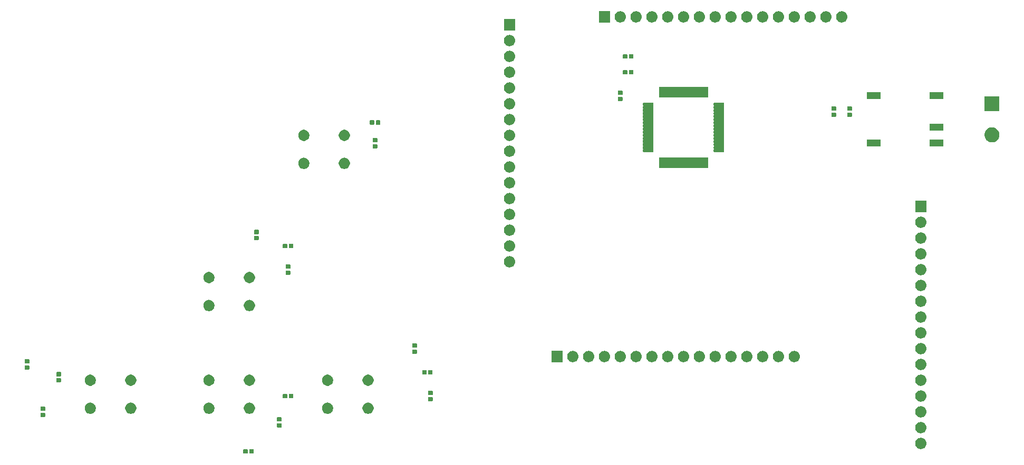
<source format=gbr>
G04 #@! TF.GenerationSoftware,KiCad,Pcbnew,(5.1.4)-1*
G04 #@! TF.CreationDate,2019-11-19T15:05:47-05:00*
G04 #@! TF.ProjectId,MiniProj,4d696e69-5072-46f6-9a2e-6b696361645f,rev?*
G04 #@! TF.SameCoordinates,Original*
G04 #@! TF.FileFunction,Soldermask,Top*
G04 #@! TF.FilePolarity,Negative*
%FSLAX46Y46*%
G04 Gerber Fmt 4.6, Leading zero omitted, Abs format (unit mm)*
G04 Created by KiCad (PCBNEW (5.1.4)-1) date 2019-11-19 15:05:47*
%MOMM*%
%LPD*%
G04 APERTURE LIST*
%ADD10C,0.100000*%
G04 APERTURE END LIST*
D10*
G36*
X135361938Y-103771716D02*
G01*
X135382557Y-103777971D01*
X135401553Y-103788124D01*
X135418208Y-103801792D01*
X135431876Y-103818447D01*
X135442029Y-103837443D01*
X135448284Y-103858062D01*
X135451000Y-103885640D01*
X135451000Y-104394360D01*
X135448284Y-104421938D01*
X135442029Y-104442557D01*
X135431876Y-104461553D01*
X135418208Y-104478208D01*
X135401553Y-104491876D01*
X135382557Y-104502029D01*
X135361938Y-104508284D01*
X135334360Y-104511000D01*
X134875640Y-104511000D01*
X134848062Y-104508284D01*
X134827443Y-104502029D01*
X134808447Y-104491876D01*
X134791792Y-104478208D01*
X134778124Y-104461553D01*
X134767971Y-104442557D01*
X134761716Y-104421938D01*
X134759000Y-104394360D01*
X134759000Y-103885640D01*
X134761716Y-103858062D01*
X134767971Y-103837443D01*
X134778124Y-103818447D01*
X134791792Y-103801792D01*
X134808447Y-103788124D01*
X134827443Y-103777971D01*
X134848062Y-103771716D01*
X134875640Y-103769000D01*
X135334360Y-103769000D01*
X135361938Y-103771716D01*
X135361938Y-103771716D01*
G37*
G36*
X134391938Y-103771716D02*
G01*
X134412557Y-103777971D01*
X134431553Y-103788124D01*
X134448208Y-103801792D01*
X134461876Y-103818447D01*
X134472029Y-103837443D01*
X134478284Y-103858062D01*
X134481000Y-103885640D01*
X134481000Y-104394360D01*
X134478284Y-104421938D01*
X134472029Y-104442557D01*
X134461876Y-104461553D01*
X134448208Y-104478208D01*
X134431553Y-104491876D01*
X134412557Y-104502029D01*
X134391938Y-104508284D01*
X134364360Y-104511000D01*
X133905640Y-104511000D01*
X133878062Y-104508284D01*
X133857443Y-104502029D01*
X133838447Y-104491876D01*
X133821792Y-104478208D01*
X133808124Y-104461553D01*
X133797971Y-104442557D01*
X133791716Y-104421938D01*
X133789000Y-104394360D01*
X133789000Y-103885640D01*
X133791716Y-103858062D01*
X133797971Y-103837443D01*
X133808124Y-103818447D01*
X133821792Y-103801792D01*
X133838447Y-103788124D01*
X133857443Y-103777971D01*
X133878062Y-103771716D01*
X133905640Y-103769000D01*
X134364360Y-103769000D01*
X134391938Y-103771716D01*
X134391938Y-103771716D01*
G37*
G36*
X242680442Y-101975518D02*
G01*
X242746627Y-101982037D01*
X242916466Y-102033557D01*
X243072991Y-102117222D01*
X243108729Y-102146552D01*
X243210186Y-102229814D01*
X243293448Y-102331271D01*
X243322778Y-102367009D01*
X243406443Y-102523534D01*
X243457963Y-102693373D01*
X243475359Y-102870000D01*
X243457963Y-103046627D01*
X243406443Y-103216466D01*
X243322778Y-103372991D01*
X243293448Y-103408729D01*
X243210186Y-103510186D01*
X243108729Y-103593448D01*
X243072991Y-103622778D01*
X242916466Y-103706443D01*
X242746627Y-103757963D01*
X242680443Y-103764481D01*
X242614260Y-103771000D01*
X242525740Y-103771000D01*
X242459557Y-103764481D01*
X242393373Y-103757963D01*
X242223534Y-103706443D01*
X242067009Y-103622778D01*
X242031271Y-103593448D01*
X241929814Y-103510186D01*
X241846552Y-103408729D01*
X241817222Y-103372991D01*
X241733557Y-103216466D01*
X241682037Y-103046627D01*
X241664641Y-102870000D01*
X241682037Y-102693373D01*
X241733557Y-102523534D01*
X241817222Y-102367009D01*
X241846552Y-102331271D01*
X241929814Y-102229814D01*
X242031271Y-102146552D01*
X242067009Y-102117222D01*
X242223534Y-102033557D01*
X242393373Y-101982037D01*
X242459558Y-101975518D01*
X242525740Y-101969000D01*
X242614260Y-101969000D01*
X242680442Y-101975518D01*
X242680442Y-101975518D01*
G37*
G36*
X242680443Y-99435519D02*
G01*
X242746627Y-99442037D01*
X242916466Y-99493557D01*
X243072991Y-99577222D01*
X243108729Y-99606552D01*
X243210186Y-99689814D01*
X243266348Y-99758249D01*
X243322778Y-99827009D01*
X243406443Y-99983534D01*
X243457963Y-100153373D01*
X243475359Y-100330000D01*
X243457963Y-100506627D01*
X243406443Y-100676466D01*
X243322778Y-100832991D01*
X243293448Y-100868729D01*
X243210186Y-100970186D01*
X243108729Y-101053448D01*
X243072991Y-101082778D01*
X242916466Y-101166443D01*
X242746627Y-101217963D01*
X242680443Y-101224481D01*
X242614260Y-101231000D01*
X242525740Y-101231000D01*
X242459558Y-101224482D01*
X242393373Y-101217963D01*
X242223534Y-101166443D01*
X242067009Y-101082778D01*
X242031271Y-101053448D01*
X241929814Y-100970186D01*
X241846552Y-100868729D01*
X241817222Y-100832991D01*
X241733557Y-100676466D01*
X241682037Y-100506627D01*
X241664641Y-100330000D01*
X241682037Y-100153373D01*
X241733557Y-99983534D01*
X241817222Y-99827009D01*
X241873652Y-99758249D01*
X241929814Y-99689814D01*
X242031271Y-99606552D01*
X242067009Y-99577222D01*
X242223534Y-99493557D01*
X242393373Y-99442037D01*
X242459558Y-99435518D01*
X242525740Y-99429000D01*
X242614260Y-99429000D01*
X242680443Y-99435519D01*
X242680443Y-99435519D01*
G37*
G36*
X139851938Y-99621716D02*
G01*
X139872557Y-99627971D01*
X139891553Y-99638124D01*
X139908208Y-99651792D01*
X139921876Y-99668447D01*
X139932029Y-99687443D01*
X139938284Y-99708062D01*
X139941000Y-99735640D01*
X139941000Y-100194360D01*
X139938284Y-100221938D01*
X139932029Y-100242557D01*
X139921876Y-100261553D01*
X139908208Y-100278208D01*
X139891553Y-100291876D01*
X139872557Y-100302029D01*
X139851938Y-100308284D01*
X139824360Y-100311000D01*
X139315640Y-100311000D01*
X139288062Y-100308284D01*
X139267443Y-100302029D01*
X139248447Y-100291876D01*
X139231792Y-100278208D01*
X139218124Y-100261553D01*
X139207971Y-100242557D01*
X139201716Y-100221938D01*
X139199000Y-100194360D01*
X139199000Y-99735640D01*
X139201716Y-99708062D01*
X139207971Y-99687443D01*
X139218124Y-99668447D01*
X139231792Y-99651792D01*
X139248447Y-99638124D01*
X139267443Y-99627971D01*
X139288062Y-99621716D01*
X139315640Y-99619000D01*
X139824360Y-99619000D01*
X139851938Y-99621716D01*
X139851938Y-99621716D01*
G37*
G36*
X139851938Y-98651716D02*
G01*
X139872557Y-98657971D01*
X139891553Y-98668124D01*
X139908208Y-98681792D01*
X139921876Y-98698447D01*
X139932029Y-98717443D01*
X139938284Y-98738062D01*
X139941000Y-98765640D01*
X139941000Y-99224360D01*
X139938284Y-99251938D01*
X139932029Y-99272557D01*
X139921876Y-99291553D01*
X139908208Y-99308208D01*
X139891553Y-99321876D01*
X139872557Y-99332029D01*
X139851938Y-99338284D01*
X139824360Y-99341000D01*
X139315640Y-99341000D01*
X139288062Y-99338284D01*
X139267443Y-99332029D01*
X139248447Y-99321876D01*
X139231792Y-99308208D01*
X139218124Y-99291553D01*
X139207971Y-99272557D01*
X139201716Y-99251938D01*
X139199000Y-99224360D01*
X139199000Y-98765640D01*
X139201716Y-98738062D01*
X139207971Y-98717443D01*
X139218124Y-98698447D01*
X139231792Y-98681792D01*
X139248447Y-98668124D01*
X139267443Y-98657971D01*
X139288062Y-98651716D01*
X139315640Y-98649000D01*
X139824360Y-98649000D01*
X139851938Y-98651716D01*
X139851938Y-98651716D01*
G37*
G36*
X242680442Y-96895518D02*
G01*
X242746627Y-96902037D01*
X242916466Y-96953557D01*
X242916468Y-96953558D01*
X242951286Y-96972169D01*
X243072991Y-97037222D01*
X243086199Y-97048062D01*
X243210186Y-97149814D01*
X243293448Y-97251271D01*
X243322778Y-97287009D01*
X243406443Y-97443534D01*
X243457963Y-97613373D01*
X243475359Y-97790000D01*
X243457963Y-97966627D01*
X243406443Y-98136466D01*
X243322778Y-98292991D01*
X243293448Y-98328729D01*
X243210186Y-98430186D01*
X243119803Y-98504360D01*
X243072991Y-98542778D01*
X243054696Y-98552557D01*
X242943433Y-98612029D01*
X242916466Y-98626443D01*
X242746627Y-98677963D01*
X242680442Y-98684482D01*
X242614260Y-98691000D01*
X242525740Y-98691000D01*
X242459558Y-98684482D01*
X242393373Y-98677963D01*
X242223534Y-98626443D01*
X242196568Y-98612029D01*
X242085304Y-98552557D01*
X242067009Y-98542778D01*
X242020197Y-98504360D01*
X241929814Y-98430186D01*
X241846552Y-98328729D01*
X241817222Y-98292991D01*
X241733557Y-98136466D01*
X241682037Y-97966627D01*
X241664641Y-97790000D01*
X241682037Y-97613373D01*
X241733557Y-97443534D01*
X241817222Y-97287009D01*
X241846552Y-97251271D01*
X241929814Y-97149814D01*
X242053801Y-97048062D01*
X242067009Y-97037222D01*
X242188714Y-96972169D01*
X242223532Y-96953558D01*
X242223534Y-96953557D01*
X242393373Y-96902037D01*
X242459558Y-96895518D01*
X242525740Y-96889000D01*
X242614260Y-96889000D01*
X242680442Y-96895518D01*
X242680442Y-96895518D01*
G37*
G36*
X101881938Y-97931716D02*
G01*
X101902557Y-97937971D01*
X101921553Y-97948124D01*
X101938208Y-97961792D01*
X101951876Y-97978447D01*
X101962029Y-97997443D01*
X101968284Y-98018062D01*
X101971000Y-98045640D01*
X101971000Y-98504360D01*
X101968284Y-98531938D01*
X101962029Y-98552557D01*
X101951876Y-98571553D01*
X101938208Y-98588208D01*
X101921553Y-98601876D01*
X101902557Y-98612029D01*
X101881938Y-98618284D01*
X101854360Y-98621000D01*
X101345640Y-98621000D01*
X101318062Y-98618284D01*
X101297443Y-98612029D01*
X101278447Y-98601876D01*
X101261792Y-98588208D01*
X101248124Y-98571553D01*
X101237971Y-98552557D01*
X101231716Y-98531938D01*
X101229000Y-98504360D01*
X101229000Y-98045640D01*
X101231716Y-98018062D01*
X101237971Y-97997443D01*
X101248124Y-97978447D01*
X101261792Y-97961792D01*
X101278447Y-97948124D01*
X101297443Y-97937971D01*
X101318062Y-97931716D01*
X101345640Y-97929000D01*
X101854360Y-97929000D01*
X101881938Y-97931716D01*
X101881938Y-97931716D01*
G37*
G36*
X109333512Y-96313927D02*
G01*
X109482812Y-96343624D01*
X109646784Y-96411544D01*
X109794354Y-96510147D01*
X109919853Y-96635646D01*
X110018456Y-96783216D01*
X110086376Y-96947188D01*
X110121000Y-97121259D01*
X110121000Y-97298741D01*
X110086376Y-97472812D01*
X110018456Y-97636784D01*
X109919853Y-97784354D01*
X109794354Y-97909853D01*
X109646784Y-98008456D01*
X109482812Y-98076376D01*
X109333512Y-98106073D01*
X109308742Y-98111000D01*
X109131258Y-98111000D01*
X109106488Y-98106073D01*
X108957188Y-98076376D01*
X108793216Y-98008456D01*
X108645646Y-97909853D01*
X108520147Y-97784354D01*
X108421544Y-97636784D01*
X108353624Y-97472812D01*
X108319000Y-97298741D01*
X108319000Y-97121259D01*
X108353624Y-96947188D01*
X108421544Y-96783216D01*
X108520147Y-96635646D01*
X108645646Y-96510147D01*
X108793216Y-96411544D01*
X108957188Y-96343624D01*
X109106488Y-96313927D01*
X109131258Y-96309000D01*
X109308742Y-96309000D01*
X109333512Y-96313927D01*
X109333512Y-96313927D01*
G37*
G36*
X134883512Y-96313927D02*
G01*
X135032812Y-96343624D01*
X135196784Y-96411544D01*
X135344354Y-96510147D01*
X135469853Y-96635646D01*
X135568456Y-96783216D01*
X135636376Y-96947188D01*
X135671000Y-97121259D01*
X135671000Y-97298741D01*
X135636376Y-97472812D01*
X135568456Y-97636784D01*
X135469853Y-97784354D01*
X135344354Y-97909853D01*
X135196784Y-98008456D01*
X135032812Y-98076376D01*
X134883512Y-98106073D01*
X134858742Y-98111000D01*
X134681258Y-98111000D01*
X134656488Y-98106073D01*
X134507188Y-98076376D01*
X134343216Y-98008456D01*
X134195646Y-97909853D01*
X134070147Y-97784354D01*
X133971544Y-97636784D01*
X133903624Y-97472812D01*
X133869000Y-97298741D01*
X133869000Y-97121259D01*
X133903624Y-96947188D01*
X133971544Y-96783216D01*
X134070147Y-96635646D01*
X134195646Y-96510147D01*
X134343216Y-96411544D01*
X134507188Y-96343624D01*
X134656488Y-96313927D01*
X134681258Y-96309000D01*
X134858742Y-96309000D01*
X134883512Y-96313927D01*
X134883512Y-96313927D01*
G37*
G36*
X128383512Y-96313927D02*
G01*
X128532812Y-96343624D01*
X128696784Y-96411544D01*
X128844354Y-96510147D01*
X128969853Y-96635646D01*
X129068456Y-96783216D01*
X129136376Y-96947188D01*
X129171000Y-97121259D01*
X129171000Y-97298741D01*
X129136376Y-97472812D01*
X129068456Y-97636784D01*
X128969853Y-97784354D01*
X128844354Y-97909853D01*
X128696784Y-98008456D01*
X128532812Y-98076376D01*
X128383512Y-98106073D01*
X128358742Y-98111000D01*
X128181258Y-98111000D01*
X128156488Y-98106073D01*
X128007188Y-98076376D01*
X127843216Y-98008456D01*
X127695646Y-97909853D01*
X127570147Y-97784354D01*
X127471544Y-97636784D01*
X127403624Y-97472812D01*
X127369000Y-97298741D01*
X127369000Y-97121259D01*
X127403624Y-96947188D01*
X127471544Y-96783216D01*
X127570147Y-96635646D01*
X127695646Y-96510147D01*
X127843216Y-96411544D01*
X128007188Y-96343624D01*
X128156488Y-96313927D01*
X128181258Y-96309000D01*
X128358742Y-96309000D01*
X128383512Y-96313927D01*
X128383512Y-96313927D01*
G37*
G36*
X115833512Y-96313927D02*
G01*
X115982812Y-96343624D01*
X116146784Y-96411544D01*
X116294354Y-96510147D01*
X116419853Y-96635646D01*
X116518456Y-96783216D01*
X116586376Y-96947188D01*
X116621000Y-97121259D01*
X116621000Y-97298741D01*
X116586376Y-97472812D01*
X116518456Y-97636784D01*
X116419853Y-97784354D01*
X116294354Y-97909853D01*
X116146784Y-98008456D01*
X115982812Y-98076376D01*
X115833512Y-98106073D01*
X115808742Y-98111000D01*
X115631258Y-98111000D01*
X115606488Y-98106073D01*
X115457188Y-98076376D01*
X115293216Y-98008456D01*
X115145646Y-97909853D01*
X115020147Y-97784354D01*
X114921544Y-97636784D01*
X114853624Y-97472812D01*
X114819000Y-97298741D01*
X114819000Y-97121259D01*
X114853624Y-96947188D01*
X114921544Y-96783216D01*
X115020147Y-96635646D01*
X115145646Y-96510147D01*
X115293216Y-96411544D01*
X115457188Y-96343624D01*
X115606488Y-96313927D01*
X115631258Y-96309000D01*
X115808742Y-96309000D01*
X115833512Y-96313927D01*
X115833512Y-96313927D01*
G37*
G36*
X153933512Y-96313927D02*
G01*
X154082812Y-96343624D01*
X154246784Y-96411544D01*
X154394354Y-96510147D01*
X154519853Y-96635646D01*
X154618456Y-96783216D01*
X154686376Y-96947188D01*
X154721000Y-97121259D01*
X154721000Y-97298741D01*
X154686376Y-97472812D01*
X154618456Y-97636784D01*
X154519853Y-97784354D01*
X154394354Y-97909853D01*
X154246784Y-98008456D01*
X154082812Y-98076376D01*
X153933512Y-98106073D01*
X153908742Y-98111000D01*
X153731258Y-98111000D01*
X153706488Y-98106073D01*
X153557188Y-98076376D01*
X153393216Y-98008456D01*
X153245646Y-97909853D01*
X153120147Y-97784354D01*
X153021544Y-97636784D01*
X152953624Y-97472812D01*
X152919000Y-97298741D01*
X152919000Y-97121259D01*
X152953624Y-96947188D01*
X153021544Y-96783216D01*
X153120147Y-96635646D01*
X153245646Y-96510147D01*
X153393216Y-96411544D01*
X153557188Y-96343624D01*
X153706488Y-96313927D01*
X153731258Y-96309000D01*
X153908742Y-96309000D01*
X153933512Y-96313927D01*
X153933512Y-96313927D01*
G37*
G36*
X147433512Y-96313927D02*
G01*
X147582812Y-96343624D01*
X147746784Y-96411544D01*
X147894354Y-96510147D01*
X148019853Y-96635646D01*
X148118456Y-96783216D01*
X148186376Y-96947188D01*
X148221000Y-97121259D01*
X148221000Y-97298741D01*
X148186376Y-97472812D01*
X148118456Y-97636784D01*
X148019853Y-97784354D01*
X147894354Y-97909853D01*
X147746784Y-98008456D01*
X147582812Y-98076376D01*
X147433512Y-98106073D01*
X147408742Y-98111000D01*
X147231258Y-98111000D01*
X147206488Y-98106073D01*
X147057188Y-98076376D01*
X146893216Y-98008456D01*
X146745646Y-97909853D01*
X146620147Y-97784354D01*
X146521544Y-97636784D01*
X146453624Y-97472812D01*
X146419000Y-97298741D01*
X146419000Y-97121259D01*
X146453624Y-96947188D01*
X146521544Y-96783216D01*
X146620147Y-96635646D01*
X146745646Y-96510147D01*
X146893216Y-96411544D01*
X147057188Y-96343624D01*
X147206488Y-96313927D01*
X147231258Y-96309000D01*
X147408742Y-96309000D01*
X147433512Y-96313927D01*
X147433512Y-96313927D01*
G37*
G36*
X101881938Y-96961716D02*
G01*
X101902557Y-96967971D01*
X101921553Y-96978124D01*
X101938208Y-96991792D01*
X101951876Y-97008447D01*
X101962029Y-97027443D01*
X101968284Y-97048062D01*
X101971000Y-97075640D01*
X101971000Y-97534360D01*
X101968284Y-97561938D01*
X101962029Y-97582557D01*
X101951876Y-97601553D01*
X101938208Y-97618208D01*
X101921553Y-97631876D01*
X101902557Y-97642029D01*
X101881938Y-97648284D01*
X101854360Y-97651000D01*
X101345640Y-97651000D01*
X101318062Y-97648284D01*
X101297443Y-97642029D01*
X101278447Y-97631876D01*
X101261792Y-97618208D01*
X101248124Y-97601553D01*
X101237971Y-97582557D01*
X101231716Y-97561938D01*
X101229000Y-97534360D01*
X101229000Y-97075640D01*
X101231716Y-97048062D01*
X101237971Y-97027443D01*
X101248124Y-97008447D01*
X101261792Y-96991792D01*
X101278447Y-96978124D01*
X101297443Y-96967971D01*
X101318062Y-96961716D01*
X101345640Y-96959000D01*
X101854360Y-96959000D01*
X101881938Y-96961716D01*
X101881938Y-96961716D01*
G37*
G36*
X242680442Y-94355518D02*
G01*
X242746627Y-94362037D01*
X242916466Y-94413557D01*
X242916468Y-94413558D01*
X242951286Y-94432169D01*
X243072991Y-94497222D01*
X243086199Y-94508062D01*
X243210186Y-94609814D01*
X243293448Y-94711271D01*
X243322778Y-94747009D01*
X243406443Y-94903534D01*
X243457963Y-95073373D01*
X243475359Y-95250000D01*
X243457963Y-95426627D01*
X243406443Y-95596466D01*
X243322778Y-95752991D01*
X243293448Y-95788729D01*
X243210186Y-95890186D01*
X243119803Y-95964360D01*
X243072991Y-96002778D01*
X243054696Y-96012557D01*
X242943433Y-96072029D01*
X242916466Y-96086443D01*
X242746627Y-96137963D01*
X242680443Y-96144481D01*
X242614260Y-96151000D01*
X242525740Y-96151000D01*
X242459558Y-96144482D01*
X242393373Y-96137963D01*
X242223534Y-96086443D01*
X242196568Y-96072029D01*
X242085304Y-96012557D01*
X242067009Y-96002778D01*
X242020197Y-95964360D01*
X241929814Y-95890186D01*
X241846552Y-95788729D01*
X241817222Y-95752991D01*
X241733557Y-95596466D01*
X241682037Y-95426627D01*
X241664641Y-95250000D01*
X241682037Y-95073373D01*
X241733557Y-94903534D01*
X241817222Y-94747009D01*
X241846552Y-94711271D01*
X241929814Y-94609814D01*
X242053801Y-94508062D01*
X242067009Y-94497222D01*
X242188714Y-94432169D01*
X242223532Y-94413558D01*
X242223534Y-94413557D01*
X242393373Y-94362037D01*
X242459557Y-94355519D01*
X242525740Y-94349000D01*
X242614260Y-94349000D01*
X242680442Y-94355518D01*
X242680442Y-94355518D01*
G37*
G36*
X164111938Y-95391716D02*
G01*
X164132557Y-95397971D01*
X164151553Y-95408124D01*
X164168208Y-95421792D01*
X164181876Y-95438447D01*
X164192029Y-95457443D01*
X164198284Y-95478062D01*
X164201000Y-95505640D01*
X164201000Y-95964360D01*
X164198284Y-95991938D01*
X164192029Y-96012557D01*
X164181876Y-96031553D01*
X164168208Y-96048208D01*
X164151553Y-96061876D01*
X164132557Y-96072029D01*
X164111938Y-96078284D01*
X164084360Y-96081000D01*
X163575640Y-96081000D01*
X163548062Y-96078284D01*
X163527443Y-96072029D01*
X163508447Y-96061876D01*
X163491792Y-96048208D01*
X163478124Y-96031553D01*
X163467971Y-96012557D01*
X163461716Y-95991938D01*
X163459000Y-95964360D01*
X163459000Y-95505640D01*
X163461716Y-95478062D01*
X163467971Y-95457443D01*
X163478124Y-95438447D01*
X163491792Y-95421792D01*
X163508447Y-95408124D01*
X163527443Y-95397971D01*
X163548062Y-95391716D01*
X163575640Y-95389000D01*
X164084360Y-95389000D01*
X164111938Y-95391716D01*
X164111938Y-95391716D01*
G37*
G36*
X141711938Y-94881716D02*
G01*
X141732557Y-94887971D01*
X141751553Y-94898124D01*
X141768208Y-94911792D01*
X141781876Y-94928447D01*
X141792029Y-94947443D01*
X141798284Y-94968062D01*
X141801000Y-94995640D01*
X141801000Y-95504360D01*
X141798284Y-95531938D01*
X141792029Y-95552557D01*
X141781876Y-95571553D01*
X141768208Y-95588208D01*
X141751553Y-95601876D01*
X141732557Y-95612029D01*
X141711938Y-95618284D01*
X141684360Y-95621000D01*
X141225640Y-95621000D01*
X141198062Y-95618284D01*
X141177443Y-95612029D01*
X141158447Y-95601876D01*
X141141792Y-95588208D01*
X141128124Y-95571553D01*
X141117971Y-95552557D01*
X141111716Y-95531938D01*
X141109000Y-95504360D01*
X141109000Y-94995640D01*
X141111716Y-94968062D01*
X141117971Y-94947443D01*
X141128124Y-94928447D01*
X141141792Y-94911792D01*
X141158447Y-94898124D01*
X141177443Y-94887971D01*
X141198062Y-94881716D01*
X141225640Y-94879000D01*
X141684360Y-94879000D01*
X141711938Y-94881716D01*
X141711938Y-94881716D01*
G37*
G36*
X140741938Y-94881716D02*
G01*
X140762557Y-94887971D01*
X140781553Y-94898124D01*
X140798208Y-94911792D01*
X140811876Y-94928447D01*
X140822029Y-94947443D01*
X140828284Y-94968062D01*
X140831000Y-94995640D01*
X140831000Y-95504360D01*
X140828284Y-95531938D01*
X140822029Y-95552557D01*
X140811876Y-95571553D01*
X140798208Y-95588208D01*
X140781553Y-95601876D01*
X140762557Y-95612029D01*
X140741938Y-95618284D01*
X140714360Y-95621000D01*
X140255640Y-95621000D01*
X140228062Y-95618284D01*
X140207443Y-95612029D01*
X140188447Y-95601876D01*
X140171792Y-95588208D01*
X140158124Y-95571553D01*
X140147971Y-95552557D01*
X140141716Y-95531938D01*
X140139000Y-95504360D01*
X140139000Y-94995640D01*
X140141716Y-94968062D01*
X140147971Y-94947443D01*
X140158124Y-94928447D01*
X140171792Y-94911792D01*
X140188447Y-94898124D01*
X140207443Y-94887971D01*
X140228062Y-94881716D01*
X140255640Y-94879000D01*
X140714360Y-94879000D01*
X140741938Y-94881716D01*
X140741938Y-94881716D01*
G37*
G36*
X164111938Y-94421716D02*
G01*
X164132557Y-94427971D01*
X164151553Y-94438124D01*
X164168208Y-94451792D01*
X164181876Y-94468447D01*
X164192029Y-94487443D01*
X164198284Y-94508062D01*
X164201000Y-94535640D01*
X164201000Y-94994360D01*
X164198284Y-95021938D01*
X164192029Y-95042557D01*
X164181876Y-95061553D01*
X164168208Y-95078208D01*
X164151553Y-95091876D01*
X164132557Y-95102029D01*
X164111938Y-95108284D01*
X164084360Y-95111000D01*
X163575640Y-95111000D01*
X163548062Y-95108284D01*
X163527443Y-95102029D01*
X163508447Y-95091876D01*
X163491792Y-95078208D01*
X163478124Y-95061553D01*
X163467971Y-95042557D01*
X163461716Y-95021938D01*
X163459000Y-94994360D01*
X163459000Y-94535640D01*
X163461716Y-94508062D01*
X163467971Y-94487443D01*
X163478124Y-94468447D01*
X163491792Y-94451792D01*
X163508447Y-94438124D01*
X163527443Y-94427971D01*
X163548062Y-94421716D01*
X163575640Y-94419000D01*
X164084360Y-94419000D01*
X164111938Y-94421716D01*
X164111938Y-94421716D01*
G37*
G36*
X147433512Y-91813927D02*
G01*
X147582812Y-91843624D01*
X147746784Y-91911544D01*
X147894354Y-92010147D01*
X148019853Y-92135646D01*
X148118456Y-92283216D01*
X148186376Y-92447188D01*
X148221000Y-92621259D01*
X148221000Y-92798741D01*
X148186376Y-92972812D01*
X148118456Y-93136784D01*
X148019853Y-93284354D01*
X147894354Y-93409853D01*
X147746784Y-93508456D01*
X147582812Y-93576376D01*
X147433512Y-93606073D01*
X147408742Y-93611000D01*
X147231258Y-93611000D01*
X147206488Y-93606073D01*
X147057188Y-93576376D01*
X146893216Y-93508456D01*
X146745646Y-93409853D01*
X146620147Y-93284354D01*
X146521544Y-93136784D01*
X146453624Y-92972812D01*
X146419000Y-92798741D01*
X146419000Y-92621259D01*
X146453624Y-92447188D01*
X146521544Y-92283216D01*
X146620147Y-92135646D01*
X146745646Y-92010147D01*
X146893216Y-91911544D01*
X147057188Y-91843624D01*
X147206488Y-91813927D01*
X147231258Y-91809000D01*
X147408742Y-91809000D01*
X147433512Y-91813927D01*
X147433512Y-91813927D01*
G37*
G36*
X109333512Y-91813927D02*
G01*
X109482812Y-91843624D01*
X109646784Y-91911544D01*
X109794354Y-92010147D01*
X109919853Y-92135646D01*
X110018456Y-92283216D01*
X110086376Y-92447188D01*
X110121000Y-92621259D01*
X110121000Y-92798741D01*
X110086376Y-92972812D01*
X110018456Y-93136784D01*
X109919853Y-93284354D01*
X109794354Y-93409853D01*
X109646784Y-93508456D01*
X109482812Y-93576376D01*
X109333512Y-93606073D01*
X109308742Y-93611000D01*
X109131258Y-93611000D01*
X109106488Y-93606073D01*
X108957188Y-93576376D01*
X108793216Y-93508456D01*
X108645646Y-93409853D01*
X108520147Y-93284354D01*
X108421544Y-93136784D01*
X108353624Y-92972812D01*
X108319000Y-92798741D01*
X108319000Y-92621259D01*
X108353624Y-92447188D01*
X108421544Y-92283216D01*
X108520147Y-92135646D01*
X108645646Y-92010147D01*
X108793216Y-91911544D01*
X108957188Y-91843624D01*
X109106488Y-91813927D01*
X109131258Y-91809000D01*
X109308742Y-91809000D01*
X109333512Y-91813927D01*
X109333512Y-91813927D01*
G37*
G36*
X115833512Y-91813927D02*
G01*
X115982812Y-91843624D01*
X116146784Y-91911544D01*
X116294354Y-92010147D01*
X116419853Y-92135646D01*
X116518456Y-92283216D01*
X116586376Y-92447188D01*
X116621000Y-92621259D01*
X116621000Y-92798741D01*
X116586376Y-92972812D01*
X116518456Y-93136784D01*
X116419853Y-93284354D01*
X116294354Y-93409853D01*
X116146784Y-93508456D01*
X115982812Y-93576376D01*
X115833512Y-93606073D01*
X115808742Y-93611000D01*
X115631258Y-93611000D01*
X115606488Y-93606073D01*
X115457188Y-93576376D01*
X115293216Y-93508456D01*
X115145646Y-93409853D01*
X115020147Y-93284354D01*
X114921544Y-93136784D01*
X114853624Y-92972812D01*
X114819000Y-92798741D01*
X114819000Y-92621259D01*
X114853624Y-92447188D01*
X114921544Y-92283216D01*
X115020147Y-92135646D01*
X115145646Y-92010147D01*
X115293216Y-91911544D01*
X115457188Y-91843624D01*
X115606488Y-91813927D01*
X115631258Y-91809000D01*
X115808742Y-91809000D01*
X115833512Y-91813927D01*
X115833512Y-91813927D01*
G37*
G36*
X128383512Y-91813927D02*
G01*
X128532812Y-91843624D01*
X128696784Y-91911544D01*
X128844354Y-92010147D01*
X128969853Y-92135646D01*
X129068456Y-92283216D01*
X129136376Y-92447188D01*
X129171000Y-92621259D01*
X129171000Y-92798741D01*
X129136376Y-92972812D01*
X129068456Y-93136784D01*
X128969853Y-93284354D01*
X128844354Y-93409853D01*
X128696784Y-93508456D01*
X128532812Y-93576376D01*
X128383512Y-93606073D01*
X128358742Y-93611000D01*
X128181258Y-93611000D01*
X128156488Y-93606073D01*
X128007188Y-93576376D01*
X127843216Y-93508456D01*
X127695646Y-93409853D01*
X127570147Y-93284354D01*
X127471544Y-93136784D01*
X127403624Y-92972812D01*
X127369000Y-92798741D01*
X127369000Y-92621259D01*
X127403624Y-92447188D01*
X127471544Y-92283216D01*
X127570147Y-92135646D01*
X127695646Y-92010147D01*
X127843216Y-91911544D01*
X128007188Y-91843624D01*
X128156488Y-91813927D01*
X128181258Y-91809000D01*
X128358742Y-91809000D01*
X128383512Y-91813927D01*
X128383512Y-91813927D01*
G37*
G36*
X153933512Y-91813927D02*
G01*
X154082812Y-91843624D01*
X154246784Y-91911544D01*
X154394354Y-92010147D01*
X154519853Y-92135646D01*
X154618456Y-92283216D01*
X154686376Y-92447188D01*
X154721000Y-92621259D01*
X154721000Y-92798741D01*
X154686376Y-92972812D01*
X154618456Y-93136784D01*
X154519853Y-93284354D01*
X154394354Y-93409853D01*
X154246784Y-93508456D01*
X154082812Y-93576376D01*
X153933512Y-93606073D01*
X153908742Y-93611000D01*
X153731258Y-93611000D01*
X153706488Y-93606073D01*
X153557188Y-93576376D01*
X153393216Y-93508456D01*
X153245646Y-93409853D01*
X153120147Y-93284354D01*
X153021544Y-93136784D01*
X152953624Y-92972812D01*
X152919000Y-92798741D01*
X152919000Y-92621259D01*
X152953624Y-92447188D01*
X153021544Y-92283216D01*
X153120147Y-92135646D01*
X153245646Y-92010147D01*
X153393216Y-91911544D01*
X153557188Y-91843624D01*
X153706488Y-91813927D01*
X153731258Y-91809000D01*
X153908742Y-91809000D01*
X153933512Y-91813927D01*
X153933512Y-91813927D01*
G37*
G36*
X242680442Y-91815518D02*
G01*
X242746627Y-91822037D01*
X242916466Y-91873557D01*
X243072991Y-91957222D01*
X243087781Y-91969360D01*
X243210186Y-92069814D01*
X243293448Y-92171271D01*
X243322778Y-92207009D01*
X243406443Y-92363534D01*
X243457963Y-92533373D01*
X243475359Y-92710000D01*
X243457963Y-92886627D01*
X243406443Y-93056466D01*
X243322778Y-93212991D01*
X243293448Y-93248729D01*
X243210186Y-93350186D01*
X243137480Y-93409853D01*
X243072991Y-93462778D01*
X242916466Y-93546443D01*
X242746627Y-93597963D01*
X242680442Y-93604482D01*
X242614260Y-93611000D01*
X242525740Y-93611000D01*
X242459557Y-93604481D01*
X242393373Y-93597963D01*
X242223534Y-93546443D01*
X242067009Y-93462778D01*
X242002520Y-93409853D01*
X241929814Y-93350186D01*
X241846552Y-93248729D01*
X241817222Y-93212991D01*
X241733557Y-93056466D01*
X241682037Y-92886627D01*
X241664641Y-92710000D01*
X241682037Y-92533373D01*
X241733557Y-92363534D01*
X241817222Y-92207009D01*
X241846552Y-92171271D01*
X241929814Y-92069814D01*
X242052219Y-91969360D01*
X242067009Y-91957222D01*
X242223534Y-91873557D01*
X242393373Y-91822037D01*
X242459558Y-91815518D01*
X242525740Y-91809000D01*
X242614260Y-91809000D01*
X242680442Y-91815518D01*
X242680442Y-91815518D01*
G37*
G36*
X134883512Y-91813927D02*
G01*
X135032812Y-91843624D01*
X135196784Y-91911544D01*
X135344354Y-92010147D01*
X135469853Y-92135646D01*
X135568456Y-92283216D01*
X135636376Y-92447188D01*
X135671000Y-92621259D01*
X135671000Y-92798741D01*
X135636376Y-92972812D01*
X135568456Y-93136784D01*
X135469853Y-93284354D01*
X135344354Y-93409853D01*
X135196784Y-93508456D01*
X135032812Y-93576376D01*
X134883512Y-93606073D01*
X134858742Y-93611000D01*
X134681258Y-93611000D01*
X134656488Y-93606073D01*
X134507188Y-93576376D01*
X134343216Y-93508456D01*
X134195646Y-93409853D01*
X134070147Y-93284354D01*
X133971544Y-93136784D01*
X133903624Y-92972812D01*
X133869000Y-92798741D01*
X133869000Y-92621259D01*
X133903624Y-92447188D01*
X133971544Y-92283216D01*
X134070147Y-92135646D01*
X134195646Y-92010147D01*
X134343216Y-91911544D01*
X134507188Y-91843624D01*
X134656488Y-91813927D01*
X134681258Y-91809000D01*
X134858742Y-91809000D01*
X134883512Y-91813927D01*
X134883512Y-91813927D01*
G37*
G36*
X104421938Y-92366716D02*
G01*
X104442557Y-92372971D01*
X104461553Y-92383124D01*
X104478208Y-92396792D01*
X104491876Y-92413447D01*
X104502029Y-92432443D01*
X104508284Y-92453062D01*
X104511000Y-92480640D01*
X104511000Y-92939360D01*
X104508284Y-92966938D01*
X104502029Y-92987557D01*
X104491876Y-93006553D01*
X104478208Y-93023208D01*
X104461553Y-93036876D01*
X104442557Y-93047029D01*
X104421938Y-93053284D01*
X104394360Y-93056000D01*
X103885640Y-93056000D01*
X103858062Y-93053284D01*
X103837443Y-93047029D01*
X103818447Y-93036876D01*
X103801792Y-93023208D01*
X103788124Y-93006553D01*
X103777971Y-92987557D01*
X103771716Y-92966938D01*
X103769000Y-92939360D01*
X103769000Y-92480640D01*
X103771716Y-92453062D01*
X103777971Y-92432443D01*
X103788124Y-92413447D01*
X103801792Y-92396792D01*
X103818447Y-92383124D01*
X103837443Y-92372971D01*
X103858062Y-92366716D01*
X103885640Y-92364000D01*
X104394360Y-92364000D01*
X104421938Y-92366716D01*
X104421938Y-92366716D01*
G37*
G36*
X104421938Y-91396716D02*
G01*
X104442557Y-91402971D01*
X104461553Y-91413124D01*
X104478208Y-91426792D01*
X104491876Y-91443447D01*
X104502029Y-91462443D01*
X104508284Y-91483062D01*
X104511000Y-91510640D01*
X104511000Y-91969360D01*
X104508284Y-91996938D01*
X104502029Y-92017557D01*
X104491876Y-92036553D01*
X104478208Y-92053208D01*
X104461553Y-92066876D01*
X104442557Y-92077029D01*
X104421938Y-92083284D01*
X104394360Y-92086000D01*
X103885640Y-92086000D01*
X103858062Y-92083284D01*
X103837443Y-92077029D01*
X103818447Y-92066876D01*
X103801792Y-92053208D01*
X103788124Y-92036553D01*
X103777971Y-92017557D01*
X103771716Y-91996938D01*
X103769000Y-91969360D01*
X103769000Y-91510640D01*
X103771716Y-91483062D01*
X103777971Y-91462443D01*
X103788124Y-91443447D01*
X103801792Y-91426792D01*
X103818447Y-91413124D01*
X103837443Y-91402971D01*
X103858062Y-91396716D01*
X103885640Y-91394000D01*
X104394360Y-91394000D01*
X104421938Y-91396716D01*
X104421938Y-91396716D01*
G37*
G36*
X163116938Y-91071716D02*
G01*
X163137557Y-91077971D01*
X163156553Y-91088124D01*
X163173208Y-91101792D01*
X163186876Y-91118447D01*
X163197029Y-91137443D01*
X163203284Y-91158062D01*
X163206000Y-91185640D01*
X163206000Y-91694360D01*
X163203284Y-91721938D01*
X163197029Y-91742557D01*
X163186876Y-91761553D01*
X163173208Y-91778208D01*
X163156553Y-91791876D01*
X163137557Y-91802029D01*
X163116938Y-91808284D01*
X163089360Y-91811000D01*
X162630640Y-91811000D01*
X162603062Y-91808284D01*
X162582443Y-91802029D01*
X162563447Y-91791876D01*
X162546792Y-91778208D01*
X162533124Y-91761553D01*
X162522971Y-91742557D01*
X162516716Y-91721938D01*
X162514000Y-91694360D01*
X162514000Y-91185640D01*
X162516716Y-91158062D01*
X162522971Y-91137443D01*
X162533124Y-91118447D01*
X162546792Y-91101792D01*
X162563447Y-91088124D01*
X162582443Y-91077971D01*
X162603062Y-91071716D01*
X162630640Y-91069000D01*
X163089360Y-91069000D01*
X163116938Y-91071716D01*
X163116938Y-91071716D01*
G37*
G36*
X164086938Y-91071716D02*
G01*
X164107557Y-91077971D01*
X164126553Y-91088124D01*
X164143208Y-91101792D01*
X164156876Y-91118447D01*
X164167029Y-91137443D01*
X164173284Y-91158062D01*
X164176000Y-91185640D01*
X164176000Y-91694360D01*
X164173284Y-91721938D01*
X164167029Y-91742557D01*
X164156876Y-91761553D01*
X164143208Y-91778208D01*
X164126553Y-91791876D01*
X164107557Y-91802029D01*
X164086938Y-91808284D01*
X164059360Y-91811000D01*
X163600640Y-91811000D01*
X163573062Y-91808284D01*
X163552443Y-91802029D01*
X163533447Y-91791876D01*
X163516792Y-91778208D01*
X163503124Y-91761553D01*
X163492971Y-91742557D01*
X163486716Y-91721938D01*
X163484000Y-91694360D01*
X163484000Y-91185640D01*
X163486716Y-91158062D01*
X163492971Y-91137443D01*
X163503124Y-91118447D01*
X163516792Y-91101792D01*
X163533447Y-91088124D01*
X163552443Y-91077971D01*
X163573062Y-91071716D01*
X163600640Y-91069000D01*
X164059360Y-91069000D01*
X164086938Y-91071716D01*
X164086938Y-91071716D01*
G37*
G36*
X242680443Y-89275519D02*
G01*
X242746627Y-89282037D01*
X242916466Y-89333557D01*
X242916468Y-89333558D01*
X242951286Y-89352169D01*
X243072991Y-89417222D01*
X243086199Y-89428062D01*
X243210186Y-89529814D01*
X243293448Y-89631271D01*
X243322778Y-89667009D01*
X243406443Y-89823534D01*
X243457963Y-89993373D01*
X243475359Y-90170000D01*
X243457963Y-90346627D01*
X243406443Y-90516466D01*
X243322778Y-90672991D01*
X243293448Y-90708729D01*
X243210186Y-90810186D01*
X243119803Y-90884360D01*
X243072991Y-90922778D01*
X243054696Y-90932557D01*
X242943433Y-90992029D01*
X242916466Y-91006443D01*
X242746627Y-91057963D01*
X242680442Y-91064482D01*
X242614260Y-91071000D01*
X242525740Y-91071000D01*
X242459558Y-91064482D01*
X242393373Y-91057963D01*
X242223534Y-91006443D01*
X242196568Y-90992029D01*
X242085304Y-90932557D01*
X242067009Y-90922778D01*
X242020197Y-90884360D01*
X241929814Y-90810186D01*
X241846552Y-90708729D01*
X241817222Y-90672991D01*
X241733557Y-90516466D01*
X241682037Y-90346627D01*
X241664641Y-90170000D01*
X241682037Y-89993373D01*
X241733557Y-89823534D01*
X241817222Y-89667009D01*
X241846552Y-89631271D01*
X241929814Y-89529814D01*
X242053801Y-89428062D01*
X242067009Y-89417222D01*
X242188714Y-89352169D01*
X242223532Y-89333558D01*
X242223534Y-89333557D01*
X242393373Y-89282037D01*
X242459557Y-89275519D01*
X242525740Y-89269000D01*
X242614260Y-89269000D01*
X242680443Y-89275519D01*
X242680443Y-89275519D01*
G37*
G36*
X99341938Y-90311716D02*
G01*
X99362557Y-90317971D01*
X99381553Y-90328124D01*
X99398208Y-90341792D01*
X99411876Y-90358447D01*
X99422029Y-90377443D01*
X99428284Y-90398062D01*
X99431000Y-90425640D01*
X99431000Y-90884360D01*
X99428284Y-90911938D01*
X99422029Y-90932557D01*
X99411876Y-90951553D01*
X99398208Y-90968208D01*
X99381553Y-90981876D01*
X99362557Y-90992029D01*
X99341938Y-90998284D01*
X99314360Y-91001000D01*
X98805640Y-91001000D01*
X98778062Y-90998284D01*
X98757443Y-90992029D01*
X98738447Y-90981876D01*
X98721792Y-90968208D01*
X98708124Y-90951553D01*
X98697971Y-90932557D01*
X98691716Y-90911938D01*
X98689000Y-90884360D01*
X98689000Y-90425640D01*
X98691716Y-90398062D01*
X98697971Y-90377443D01*
X98708124Y-90358447D01*
X98721792Y-90341792D01*
X98738447Y-90328124D01*
X98757443Y-90317971D01*
X98778062Y-90311716D01*
X98805640Y-90309000D01*
X99314360Y-90309000D01*
X99341938Y-90311716D01*
X99341938Y-90311716D01*
G37*
G36*
X99341938Y-89341716D02*
G01*
X99362557Y-89347971D01*
X99381553Y-89358124D01*
X99398208Y-89371792D01*
X99411876Y-89388447D01*
X99422029Y-89407443D01*
X99428284Y-89428062D01*
X99431000Y-89455640D01*
X99431000Y-89914360D01*
X99428284Y-89941938D01*
X99422029Y-89962557D01*
X99411876Y-89981553D01*
X99398208Y-89998208D01*
X99381553Y-90011876D01*
X99362557Y-90022029D01*
X99341938Y-90028284D01*
X99314360Y-90031000D01*
X98805640Y-90031000D01*
X98778062Y-90028284D01*
X98757443Y-90022029D01*
X98738447Y-90011876D01*
X98721792Y-89998208D01*
X98708124Y-89981553D01*
X98697971Y-89962557D01*
X98691716Y-89941938D01*
X98689000Y-89914360D01*
X98689000Y-89455640D01*
X98691716Y-89428062D01*
X98697971Y-89407443D01*
X98708124Y-89388447D01*
X98721792Y-89371792D01*
X98738447Y-89358124D01*
X98757443Y-89347971D01*
X98778062Y-89341716D01*
X98805640Y-89339000D01*
X99314360Y-89339000D01*
X99341938Y-89341716D01*
X99341938Y-89341716D01*
G37*
G36*
X207120443Y-88005519D02*
G01*
X207186627Y-88012037D01*
X207356466Y-88063557D01*
X207512991Y-88147222D01*
X207548729Y-88176552D01*
X207650186Y-88259814D01*
X207719570Y-88344360D01*
X207762778Y-88397009D01*
X207846443Y-88553534D01*
X207897963Y-88723373D01*
X207915359Y-88900000D01*
X207897963Y-89076627D01*
X207846443Y-89246466D01*
X207762778Y-89402991D01*
X207733448Y-89438729D01*
X207650186Y-89540186D01*
X207548729Y-89623448D01*
X207512991Y-89652778D01*
X207356466Y-89736443D01*
X207186627Y-89787963D01*
X207120443Y-89794481D01*
X207054260Y-89801000D01*
X206965740Y-89801000D01*
X206899557Y-89794481D01*
X206833373Y-89787963D01*
X206663534Y-89736443D01*
X206507009Y-89652778D01*
X206471271Y-89623448D01*
X206369814Y-89540186D01*
X206286552Y-89438729D01*
X206257222Y-89402991D01*
X206173557Y-89246466D01*
X206122037Y-89076627D01*
X206104641Y-88900000D01*
X206122037Y-88723373D01*
X206173557Y-88553534D01*
X206257222Y-88397009D01*
X206300430Y-88344360D01*
X206369814Y-88259814D01*
X206471271Y-88176552D01*
X206507009Y-88147222D01*
X206663534Y-88063557D01*
X206833373Y-88012037D01*
X206899558Y-88005518D01*
X206965740Y-87999000D01*
X207054260Y-87999000D01*
X207120443Y-88005519D01*
X207120443Y-88005519D01*
G37*
G36*
X185051000Y-89801000D02*
G01*
X183249000Y-89801000D01*
X183249000Y-87999000D01*
X185051000Y-87999000D01*
X185051000Y-89801000D01*
X185051000Y-89801000D01*
G37*
G36*
X186800443Y-88005519D02*
G01*
X186866627Y-88012037D01*
X187036466Y-88063557D01*
X187192991Y-88147222D01*
X187228729Y-88176552D01*
X187330186Y-88259814D01*
X187399570Y-88344360D01*
X187442778Y-88397009D01*
X187526443Y-88553534D01*
X187577963Y-88723373D01*
X187595359Y-88900000D01*
X187577963Y-89076627D01*
X187526443Y-89246466D01*
X187442778Y-89402991D01*
X187413448Y-89438729D01*
X187330186Y-89540186D01*
X187228729Y-89623448D01*
X187192991Y-89652778D01*
X187036466Y-89736443D01*
X186866627Y-89787963D01*
X186800443Y-89794481D01*
X186734260Y-89801000D01*
X186645740Y-89801000D01*
X186579557Y-89794481D01*
X186513373Y-89787963D01*
X186343534Y-89736443D01*
X186187009Y-89652778D01*
X186151271Y-89623448D01*
X186049814Y-89540186D01*
X185966552Y-89438729D01*
X185937222Y-89402991D01*
X185853557Y-89246466D01*
X185802037Y-89076627D01*
X185784641Y-88900000D01*
X185802037Y-88723373D01*
X185853557Y-88553534D01*
X185937222Y-88397009D01*
X185980430Y-88344360D01*
X186049814Y-88259814D01*
X186151271Y-88176552D01*
X186187009Y-88147222D01*
X186343534Y-88063557D01*
X186513373Y-88012037D01*
X186579558Y-88005518D01*
X186645740Y-87999000D01*
X186734260Y-87999000D01*
X186800443Y-88005519D01*
X186800443Y-88005519D01*
G37*
G36*
X189340443Y-88005519D02*
G01*
X189406627Y-88012037D01*
X189576466Y-88063557D01*
X189732991Y-88147222D01*
X189768729Y-88176552D01*
X189870186Y-88259814D01*
X189939570Y-88344360D01*
X189982778Y-88397009D01*
X190066443Y-88553534D01*
X190117963Y-88723373D01*
X190135359Y-88900000D01*
X190117963Y-89076627D01*
X190066443Y-89246466D01*
X189982778Y-89402991D01*
X189953448Y-89438729D01*
X189870186Y-89540186D01*
X189768729Y-89623448D01*
X189732991Y-89652778D01*
X189576466Y-89736443D01*
X189406627Y-89787963D01*
X189340443Y-89794481D01*
X189274260Y-89801000D01*
X189185740Y-89801000D01*
X189119557Y-89794481D01*
X189053373Y-89787963D01*
X188883534Y-89736443D01*
X188727009Y-89652778D01*
X188691271Y-89623448D01*
X188589814Y-89540186D01*
X188506552Y-89438729D01*
X188477222Y-89402991D01*
X188393557Y-89246466D01*
X188342037Y-89076627D01*
X188324641Y-88900000D01*
X188342037Y-88723373D01*
X188393557Y-88553534D01*
X188477222Y-88397009D01*
X188520430Y-88344360D01*
X188589814Y-88259814D01*
X188691271Y-88176552D01*
X188727009Y-88147222D01*
X188883534Y-88063557D01*
X189053373Y-88012037D01*
X189119558Y-88005518D01*
X189185740Y-87999000D01*
X189274260Y-87999000D01*
X189340443Y-88005519D01*
X189340443Y-88005519D01*
G37*
G36*
X191880443Y-88005519D02*
G01*
X191946627Y-88012037D01*
X192116466Y-88063557D01*
X192272991Y-88147222D01*
X192308729Y-88176552D01*
X192410186Y-88259814D01*
X192479570Y-88344360D01*
X192522778Y-88397009D01*
X192606443Y-88553534D01*
X192657963Y-88723373D01*
X192675359Y-88900000D01*
X192657963Y-89076627D01*
X192606443Y-89246466D01*
X192522778Y-89402991D01*
X192493448Y-89438729D01*
X192410186Y-89540186D01*
X192308729Y-89623448D01*
X192272991Y-89652778D01*
X192116466Y-89736443D01*
X191946627Y-89787963D01*
X191880443Y-89794481D01*
X191814260Y-89801000D01*
X191725740Y-89801000D01*
X191659557Y-89794481D01*
X191593373Y-89787963D01*
X191423534Y-89736443D01*
X191267009Y-89652778D01*
X191231271Y-89623448D01*
X191129814Y-89540186D01*
X191046552Y-89438729D01*
X191017222Y-89402991D01*
X190933557Y-89246466D01*
X190882037Y-89076627D01*
X190864641Y-88900000D01*
X190882037Y-88723373D01*
X190933557Y-88553534D01*
X191017222Y-88397009D01*
X191060430Y-88344360D01*
X191129814Y-88259814D01*
X191231271Y-88176552D01*
X191267009Y-88147222D01*
X191423534Y-88063557D01*
X191593373Y-88012037D01*
X191659558Y-88005518D01*
X191725740Y-87999000D01*
X191814260Y-87999000D01*
X191880443Y-88005519D01*
X191880443Y-88005519D01*
G37*
G36*
X194420443Y-88005519D02*
G01*
X194486627Y-88012037D01*
X194656466Y-88063557D01*
X194812991Y-88147222D01*
X194848729Y-88176552D01*
X194950186Y-88259814D01*
X195019570Y-88344360D01*
X195062778Y-88397009D01*
X195146443Y-88553534D01*
X195197963Y-88723373D01*
X195215359Y-88900000D01*
X195197963Y-89076627D01*
X195146443Y-89246466D01*
X195062778Y-89402991D01*
X195033448Y-89438729D01*
X194950186Y-89540186D01*
X194848729Y-89623448D01*
X194812991Y-89652778D01*
X194656466Y-89736443D01*
X194486627Y-89787963D01*
X194420443Y-89794481D01*
X194354260Y-89801000D01*
X194265740Y-89801000D01*
X194199557Y-89794481D01*
X194133373Y-89787963D01*
X193963534Y-89736443D01*
X193807009Y-89652778D01*
X193771271Y-89623448D01*
X193669814Y-89540186D01*
X193586552Y-89438729D01*
X193557222Y-89402991D01*
X193473557Y-89246466D01*
X193422037Y-89076627D01*
X193404641Y-88900000D01*
X193422037Y-88723373D01*
X193473557Y-88553534D01*
X193557222Y-88397009D01*
X193600430Y-88344360D01*
X193669814Y-88259814D01*
X193771271Y-88176552D01*
X193807009Y-88147222D01*
X193963534Y-88063557D01*
X194133373Y-88012037D01*
X194199558Y-88005518D01*
X194265740Y-87999000D01*
X194354260Y-87999000D01*
X194420443Y-88005519D01*
X194420443Y-88005519D01*
G37*
G36*
X196960443Y-88005519D02*
G01*
X197026627Y-88012037D01*
X197196466Y-88063557D01*
X197352991Y-88147222D01*
X197388729Y-88176552D01*
X197490186Y-88259814D01*
X197559570Y-88344360D01*
X197602778Y-88397009D01*
X197686443Y-88553534D01*
X197737963Y-88723373D01*
X197755359Y-88900000D01*
X197737963Y-89076627D01*
X197686443Y-89246466D01*
X197602778Y-89402991D01*
X197573448Y-89438729D01*
X197490186Y-89540186D01*
X197388729Y-89623448D01*
X197352991Y-89652778D01*
X197196466Y-89736443D01*
X197026627Y-89787963D01*
X196960443Y-89794481D01*
X196894260Y-89801000D01*
X196805740Y-89801000D01*
X196739557Y-89794481D01*
X196673373Y-89787963D01*
X196503534Y-89736443D01*
X196347009Y-89652778D01*
X196311271Y-89623448D01*
X196209814Y-89540186D01*
X196126552Y-89438729D01*
X196097222Y-89402991D01*
X196013557Y-89246466D01*
X195962037Y-89076627D01*
X195944641Y-88900000D01*
X195962037Y-88723373D01*
X196013557Y-88553534D01*
X196097222Y-88397009D01*
X196140430Y-88344360D01*
X196209814Y-88259814D01*
X196311271Y-88176552D01*
X196347009Y-88147222D01*
X196503534Y-88063557D01*
X196673373Y-88012037D01*
X196739558Y-88005518D01*
X196805740Y-87999000D01*
X196894260Y-87999000D01*
X196960443Y-88005519D01*
X196960443Y-88005519D01*
G37*
G36*
X199500443Y-88005519D02*
G01*
X199566627Y-88012037D01*
X199736466Y-88063557D01*
X199892991Y-88147222D01*
X199928729Y-88176552D01*
X200030186Y-88259814D01*
X200099570Y-88344360D01*
X200142778Y-88397009D01*
X200226443Y-88553534D01*
X200277963Y-88723373D01*
X200295359Y-88900000D01*
X200277963Y-89076627D01*
X200226443Y-89246466D01*
X200142778Y-89402991D01*
X200113448Y-89438729D01*
X200030186Y-89540186D01*
X199928729Y-89623448D01*
X199892991Y-89652778D01*
X199736466Y-89736443D01*
X199566627Y-89787963D01*
X199500443Y-89794481D01*
X199434260Y-89801000D01*
X199345740Y-89801000D01*
X199279557Y-89794481D01*
X199213373Y-89787963D01*
X199043534Y-89736443D01*
X198887009Y-89652778D01*
X198851271Y-89623448D01*
X198749814Y-89540186D01*
X198666552Y-89438729D01*
X198637222Y-89402991D01*
X198553557Y-89246466D01*
X198502037Y-89076627D01*
X198484641Y-88900000D01*
X198502037Y-88723373D01*
X198553557Y-88553534D01*
X198637222Y-88397009D01*
X198680430Y-88344360D01*
X198749814Y-88259814D01*
X198851271Y-88176552D01*
X198887009Y-88147222D01*
X199043534Y-88063557D01*
X199213373Y-88012037D01*
X199279558Y-88005518D01*
X199345740Y-87999000D01*
X199434260Y-87999000D01*
X199500443Y-88005519D01*
X199500443Y-88005519D01*
G37*
G36*
X202040443Y-88005519D02*
G01*
X202106627Y-88012037D01*
X202276466Y-88063557D01*
X202432991Y-88147222D01*
X202468729Y-88176552D01*
X202570186Y-88259814D01*
X202639570Y-88344360D01*
X202682778Y-88397009D01*
X202766443Y-88553534D01*
X202817963Y-88723373D01*
X202835359Y-88900000D01*
X202817963Y-89076627D01*
X202766443Y-89246466D01*
X202682778Y-89402991D01*
X202653448Y-89438729D01*
X202570186Y-89540186D01*
X202468729Y-89623448D01*
X202432991Y-89652778D01*
X202276466Y-89736443D01*
X202106627Y-89787963D01*
X202040443Y-89794481D01*
X201974260Y-89801000D01*
X201885740Y-89801000D01*
X201819557Y-89794481D01*
X201753373Y-89787963D01*
X201583534Y-89736443D01*
X201427009Y-89652778D01*
X201391271Y-89623448D01*
X201289814Y-89540186D01*
X201206552Y-89438729D01*
X201177222Y-89402991D01*
X201093557Y-89246466D01*
X201042037Y-89076627D01*
X201024641Y-88900000D01*
X201042037Y-88723373D01*
X201093557Y-88553534D01*
X201177222Y-88397009D01*
X201220430Y-88344360D01*
X201289814Y-88259814D01*
X201391271Y-88176552D01*
X201427009Y-88147222D01*
X201583534Y-88063557D01*
X201753373Y-88012037D01*
X201819558Y-88005518D01*
X201885740Y-87999000D01*
X201974260Y-87999000D01*
X202040443Y-88005519D01*
X202040443Y-88005519D01*
G37*
G36*
X204580443Y-88005519D02*
G01*
X204646627Y-88012037D01*
X204816466Y-88063557D01*
X204972991Y-88147222D01*
X205008729Y-88176552D01*
X205110186Y-88259814D01*
X205179570Y-88344360D01*
X205222778Y-88397009D01*
X205306443Y-88553534D01*
X205357963Y-88723373D01*
X205375359Y-88900000D01*
X205357963Y-89076627D01*
X205306443Y-89246466D01*
X205222778Y-89402991D01*
X205193448Y-89438729D01*
X205110186Y-89540186D01*
X205008729Y-89623448D01*
X204972991Y-89652778D01*
X204816466Y-89736443D01*
X204646627Y-89787963D01*
X204580443Y-89794481D01*
X204514260Y-89801000D01*
X204425740Y-89801000D01*
X204359557Y-89794481D01*
X204293373Y-89787963D01*
X204123534Y-89736443D01*
X203967009Y-89652778D01*
X203931271Y-89623448D01*
X203829814Y-89540186D01*
X203746552Y-89438729D01*
X203717222Y-89402991D01*
X203633557Y-89246466D01*
X203582037Y-89076627D01*
X203564641Y-88900000D01*
X203582037Y-88723373D01*
X203633557Y-88553534D01*
X203717222Y-88397009D01*
X203760430Y-88344360D01*
X203829814Y-88259814D01*
X203931271Y-88176552D01*
X203967009Y-88147222D01*
X204123534Y-88063557D01*
X204293373Y-88012037D01*
X204359558Y-88005518D01*
X204425740Y-87999000D01*
X204514260Y-87999000D01*
X204580443Y-88005519D01*
X204580443Y-88005519D01*
G37*
G36*
X209660443Y-88005519D02*
G01*
X209726627Y-88012037D01*
X209896466Y-88063557D01*
X210052991Y-88147222D01*
X210088729Y-88176552D01*
X210190186Y-88259814D01*
X210259570Y-88344360D01*
X210302778Y-88397009D01*
X210386443Y-88553534D01*
X210437963Y-88723373D01*
X210455359Y-88900000D01*
X210437963Y-89076627D01*
X210386443Y-89246466D01*
X210302778Y-89402991D01*
X210273448Y-89438729D01*
X210190186Y-89540186D01*
X210088729Y-89623448D01*
X210052991Y-89652778D01*
X209896466Y-89736443D01*
X209726627Y-89787963D01*
X209660443Y-89794481D01*
X209594260Y-89801000D01*
X209505740Y-89801000D01*
X209439557Y-89794481D01*
X209373373Y-89787963D01*
X209203534Y-89736443D01*
X209047009Y-89652778D01*
X209011271Y-89623448D01*
X208909814Y-89540186D01*
X208826552Y-89438729D01*
X208797222Y-89402991D01*
X208713557Y-89246466D01*
X208662037Y-89076627D01*
X208644641Y-88900000D01*
X208662037Y-88723373D01*
X208713557Y-88553534D01*
X208797222Y-88397009D01*
X208840430Y-88344360D01*
X208909814Y-88259814D01*
X209011271Y-88176552D01*
X209047009Y-88147222D01*
X209203534Y-88063557D01*
X209373373Y-88012037D01*
X209439558Y-88005518D01*
X209505740Y-87999000D01*
X209594260Y-87999000D01*
X209660443Y-88005519D01*
X209660443Y-88005519D01*
G37*
G36*
X212200443Y-88005519D02*
G01*
X212266627Y-88012037D01*
X212436466Y-88063557D01*
X212592991Y-88147222D01*
X212628729Y-88176552D01*
X212730186Y-88259814D01*
X212799570Y-88344360D01*
X212842778Y-88397009D01*
X212926443Y-88553534D01*
X212977963Y-88723373D01*
X212995359Y-88900000D01*
X212977963Y-89076627D01*
X212926443Y-89246466D01*
X212842778Y-89402991D01*
X212813448Y-89438729D01*
X212730186Y-89540186D01*
X212628729Y-89623448D01*
X212592991Y-89652778D01*
X212436466Y-89736443D01*
X212266627Y-89787963D01*
X212200443Y-89794481D01*
X212134260Y-89801000D01*
X212045740Y-89801000D01*
X211979557Y-89794481D01*
X211913373Y-89787963D01*
X211743534Y-89736443D01*
X211587009Y-89652778D01*
X211551271Y-89623448D01*
X211449814Y-89540186D01*
X211366552Y-89438729D01*
X211337222Y-89402991D01*
X211253557Y-89246466D01*
X211202037Y-89076627D01*
X211184641Y-88900000D01*
X211202037Y-88723373D01*
X211253557Y-88553534D01*
X211337222Y-88397009D01*
X211380430Y-88344360D01*
X211449814Y-88259814D01*
X211551271Y-88176552D01*
X211587009Y-88147222D01*
X211743534Y-88063557D01*
X211913373Y-88012037D01*
X211979558Y-88005518D01*
X212045740Y-87999000D01*
X212134260Y-87999000D01*
X212200443Y-88005519D01*
X212200443Y-88005519D01*
G37*
G36*
X214740443Y-88005519D02*
G01*
X214806627Y-88012037D01*
X214976466Y-88063557D01*
X215132991Y-88147222D01*
X215168729Y-88176552D01*
X215270186Y-88259814D01*
X215339570Y-88344360D01*
X215382778Y-88397009D01*
X215466443Y-88553534D01*
X215517963Y-88723373D01*
X215535359Y-88900000D01*
X215517963Y-89076627D01*
X215466443Y-89246466D01*
X215382778Y-89402991D01*
X215353448Y-89438729D01*
X215270186Y-89540186D01*
X215168729Y-89623448D01*
X215132991Y-89652778D01*
X214976466Y-89736443D01*
X214806627Y-89787963D01*
X214740443Y-89794481D01*
X214674260Y-89801000D01*
X214585740Y-89801000D01*
X214519557Y-89794481D01*
X214453373Y-89787963D01*
X214283534Y-89736443D01*
X214127009Y-89652778D01*
X214091271Y-89623448D01*
X213989814Y-89540186D01*
X213906552Y-89438729D01*
X213877222Y-89402991D01*
X213793557Y-89246466D01*
X213742037Y-89076627D01*
X213724641Y-88900000D01*
X213742037Y-88723373D01*
X213793557Y-88553534D01*
X213877222Y-88397009D01*
X213920430Y-88344360D01*
X213989814Y-88259814D01*
X214091271Y-88176552D01*
X214127009Y-88147222D01*
X214283534Y-88063557D01*
X214453373Y-88012037D01*
X214519558Y-88005518D01*
X214585740Y-87999000D01*
X214674260Y-87999000D01*
X214740443Y-88005519D01*
X214740443Y-88005519D01*
G37*
G36*
X217280443Y-88005519D02*
G01*
X217346627Y-88012037D01*
X217516466Y-88063557D01*
X217672991Y-88147222D01*
X217708729Y-88176552D01*
X217810186Y-88259814D01*
X217879570Y-88344360D01*
X217922778Y-88397009D01*
X218006443Y-88553534D01*
X218057963Y-88723373D01*
X218075359Y-88900000D01*
X218057963Y-89076627D01*
X218006443Y-89246466D01*
X217922778Y-89402991D01*
X217893448Y-89438729D01*
X217810186Y-89540186D01*
X217708729Y-89623448D01*
X217672991Y-89652778D01*
X217516466Y-89736443D01*
X217346627Y-89787963D01*
X217280443Y-89794481D01*
X217214260Y-89801000D01*
X217125740Y-89801000D01*
X217059557Y-89794481D01*
X216993373Y-89787963D01*
X216823534Y-89736443D01*
X216667009Y-89652778D01*
X216631271Y-89623448D01*
X216529814Y-89540186D01*
X216446552Y-89438729D01*
X216417222Y-89402991D01*
X216333557Y-89246466D01*
X216282037Y-89076627D01*
X216264641Y-88900000D01*
X216282037Y-88723373D01*
X216333557Y-88553534D01*
X216417222Y-88397009D01*
X216460430Y-88344360D01*
X216529814Y-88259814D01*
X216631271Y-88176552D01*
X216667009Y-88147222D01*
X216823534Y-88063557D01*
X216993373Y-88012037D01*
X217059558Y-88005518D01*
X217125740Y-87999000D01*
X217214260Y-87999000D01*
X217280443Y-88005519D01*
X217280443Y-88005519D01*
G37*
G36*
X219820443Y-88005519D02*
G01*
X219886627Y-88012037D01*
X220056466Y-88063557D01*
X220212991Y-88147222D01*
X220248729Y-88176552D01*
X220350186Y-88259814D01*
X220419570Y-88344360D01*
X220462778Y-88397009D01*
X220546443Y-88553534D01*
X220597963Y-88723373D01*
X220615359Y-88900000D01*
X220597963Y-89076627D01*
X220546443Y-89246466D01*
X220462778Y-89402991D01*
X220433448Y-89438729D01*
X220350186Y-89540186D01*
X220248729Y-89623448D01*
X220212991Y-89652778D01*
X220056466Y-89736443D01*
X219886627Y-89787963D01*
X219820443Y-89794481D01*
X219754260Y-89801000D01*
X219665740Y-89801000D01*
X219599557Y-89794481D01*
X219533373Y-89787963D01*
X219363534Y-89736443D01*
X219207009Y-89652778D01*
X219171271Y-89623448D01*
X219069814Y-89540186D01*
X218986552Y-89438729D01*
X218957222Y-89402991D01*
X218873557Y-89246466D01*
X218822037Y-89076627D01*
X218804641Y-88900000D01*
X218822037Y-88723373D01*
X218873557Y-88553534D01*
X218957222Y-88397009D01*
X219000430Y-88344360D01*
X219069814Y-88259814D01*
X219171271Y-88176552D01*
X219207009Y-88147222D01*
X219363534Y-88063557D01*
X219533373Y-88012037D01*
X219599558Y-88005518D01*
X219665740Y-87999000D01*
X219754260Y-87999000D01*
X219820443Y-88005519D01*
X219820443Y-88005519D01*
G37*
G36*
X222360443Y-88005519D02*
G01*
X222426627Y-88012037D01*
X222596466Y-88063557D01*
X222752991Y-88147222D01*
X222788729Y-88176552D01*
X222890186Y-88259814D01*
X222959570Y-88344360D01*
X223002778Y-88397009D01*
X223086443Y-88553534D01*
X223137963Y-88723373D01*
X223155359Y-88900000D01*
X223137963Y-89076627D01*
X223086443Y-89246466D01*
X223002778Y-89402991D01*
X222973448Y-89438729D01*
X222890186Y-89540186D01*
X222788729Y-89623448D01*
X222752991Y-89652778D01*
X222596466Y-89736443D01*
X222426627Y-89787963D01*
X222360443Y-89794481D01*
X222294260Y-89801000D01*
X222205740Y-89801000D01*
X222139557Y-89794481D01*
X222073373Y-89787963D01*
X221903534Y-89736443D01*
X221747009Y-89652778D01*
X221711271Y-89623448D01*
X221609814Y-89540186D01*
X221526552Y-89438729D01*
X221497222Y-89402991D01*
X221413557Y-89246466D01*
X221362037Y-89076627D01*
X221344641Y-88900000D01*
X221362037Y-88723373D01*
X221413557Y-88553534D01*
X221497222Y-88397009D01*
X221540430Y-88344360D01*
X221609814Y-88259814D01*
X221711271Y-88176552D01*
X221747009Y-88147222D01*
X221903534Y-88063557D01*
X222073373Y-88012037D01*
X222139558Y-88005518D01*
X222205740Y-87999000D01*
X222294260Y-87999000D01*
X222360443Y-88005519D01*
X222360443Y-88005519D01*
G37*
G36*
X242680442Y-86735518D02*
G01*
X242746627Y-86742037D01*
X242916466Y-86793557D01*
X242916468Y-86793558D01*
X242951286Y-86812169D01*
X243072991Y-86877222D01*
X243086199Y-86888062D01*
X243210186Y-86989814D01*
X243293448Y-87091271D01*
X243322778Y-87127009D01*
X243406443Y-87283534D01*
X243457963Y-87453373D01*
X243475359Y-87630000D01*
X243457963Y-87806627D01*
X243406443Y-87976466D01*
X243322778Y-88132991D01*
X243293448Y-88168729D01*
X243210186Y-88270186D01*
X243119803Y-88344360D01*
X243072991Y-88382778D01*
X243054696Y-88392557D01*
X242943433Y-88452029D01*
X242916466Y-88466443D01*
X242746627Y-88517963D01*
X242680442Y-88524482D01*
X242614260Y-88531000D01*
X242525740Y-88531000D01*
X242459558Y-88524482D01*
X242393373Y-88517963D01*
X242223534Y-88466443D01*
X242196568Y-88452029D01*
X242085304Y-88392557D01*
X242067009Y-88382778D01*
X242020197Y-88344360D01*
X241929814Y-88270186D01*
X241846552Y-88168729D01*
X241817222Y-88132991D01*
X241733557Y-87976466D01*
X241682037Y-87806627D01*
X241664641Y-87630000D01*
X241682037Y-87453373D01*
X241733557Y-87283534D01*
X241817222Y-87127009D01*
X241846552Y-87091271D01*
X241929814Y-86989814D01*
X242053801Y-86888062D01*
X242067009Y-86877222D01*
X242188714Y-86812169D01*
X242223532Y-86793558D01*
X242223534Y-86793557D01*
X242393373Y-86742037D01*
X242459558Y-86735518D01*
X242525740Y-86729000D01*
X242614260Y-86729000D01*
X242680442Y-86735518D01*
X242680442Y-86735518D01*
G37*
G36*
X161571938Y-87771716D02*
G01*
X161592557Y-87777971D01*
X161611553Y-87788124D01*
X161628208Y-87801792D01*
X161641876Y-87818447D01*
X161652029Y-87837443D01*
X161658284Y-87858062D01*
X161661000Y-87885640D01*
X161661000Y-88344360D01*
X161658284Y-88371938D01*
X161652029Y-88392557D01*
X161641876Y-88411553D01*
X161628208Y-88428208D01*
X161611553Y-88441876D01*
X161592557Y-88452029D01*
X161571938Y-88458284D01*
X161544360Y-88461000D01*
X161035640Y-88461000D01*
X161008062Y-88458284D01*
X160987443Y-88452029D01*
X160968447Y-88441876D01*
X160951792Y-88428208D01*
X160938124Y-88411553D01*
X160927971Y-88392557D01*
X160921716Y-88371938D01*
X160919000Y-88344360D01*
X160919000Y-87885640D01*
X160921716Y-87858062D01*
X160927971Y-87837443D01*
X160938124Y-87818447D01*
X160951792Y-87801792D01*
X160968447Y-87788124D01*
X160987443Y-87777971D01*
X161008062Y-87771716D01*
X161035640Y-87769000D01*
X161544360Y-87769000D01*
X161571938Y-87771716D01*
X161571938Y-87771716D01*
G37*
G36*
X161571938Y-86801716D02*
G01*
X161592557Y-86807971D01*
X161611553Y-86818124D01*
X161628208Y-86831792D01*
X161641876Y-86848447D01*
X161652029Y-86867443D01*
X161658284Y-86888062D01*
X161661000Y-86915640D01*
X161661000Y-87374360D01*
X161658284Y-87401938D01*
X161652029Y-87422557D01*
X161641876Y-87441553D01*
X161628208Y-87458208D01*
X161611553Y-87471876D01*
X161592557Y-87482029D01*
X161571938Y-87488284D01*
X161544360Y-87491000D01*
X161035640Y-87491000D01*
X161008062Y-87488284D01*
X160987443Y-87482029D01*
X160968447Y-87471876D01*
X160951792Y-87458208D01*
X160938124Y-87441553D01*
X160927971Y-87422557D01*
X160921716Y-87401938D01*
X160919000Y-87374360D01*
X160919000Y-86915640D01*
X160921716Y-86888062D01*
X160927971Y-86867443D01*
X160938124Y-86848447D01*
X160951792Y-86831792D01*
X160968447Y-86818124D01*
X160987443Y-86807971D01*
X161008062Y-86801716D01*
X161035640Y-86799000D01*
X161544360Y-86799000D01*
X161571938Y-86801716D01*
X161571938Y-86801716D01*
G37*
G36*
X242680442Y-84195518D02*
G01*
X242746627Y-84202037D01*
X242916466Y-84253557D01*
X243072991Y-84337222D01*
X243108729Y-84366552D01*
X243210186Y-84449814D01*
X243293448Y-84551271D01*
X243322778Y-84587009D01*
X243406443Y-84743534D01*
X243457963Y-84913373D01*
X243475359Y-85090000D01*
X243457963Y-85266627D01*
X243406443Y-85436466D01*
X243322778Y-85592991D01*
X243293448Y-85628729D01*
X243210186Y-85730186D01*
X243108729Y-85813448D01*
X243072991Y-85842778D01*
X242916466Y-85926443D01*
X242746627Y-85977963D01*
X242680442Y-85984482D01*
X242614260Y-85991000D01*
X242525740Y-85991000D01*
X242459558Y-85984482D01*
X242393373Y-85977963D01*
X242223534Y-85926443D01*
X242067009Y-85842778D01*
X242031271Y-85813448D01*
X241929814Y-85730186D01*
X241846552Y-85628729D01*
X241817222Y-85592991D01*
X241733557Y-85436466D01*
X241682037Y-85266627D01*
X241664641Y-85090000D01*
X241682037Y-84913373D01*
X241733557Y-84743534D01*
X241817222Y-84587009D01*
X241846552Y-84551271D01*
X241929814Y-84449814D01*
X242031271Y-84366552D01*
X242067009Y-84337222D01*
X242223534Y-84253557D01*
X242393373Y-84202037D01*
X242459558Y-84195518D01*
X242525740Y-84189000D01*
X242614260Y-84189000D01*
X242680442Y-84195518D01*
X242680442Y-84195518D01*
G37*
G36*
X242680443Y-81655519D02*
G01*
X242746627Y-81662037D01*
X242916466Y-81713557D01*
X243072991Y-81797222D01*
X243108729Y-81826552D01*
X243210186Y-81909814D01*
X243293448Y-82011271D01*
X243322778Y-82047009D01*
X243406443Y-82203534D01*
X243457963Y-82373373D01*
X243475359Y-82550000D01*
X243457963Y-82726627D01*
X243406443Y-82896466D01*
X243322778Y-83052991D01*
X243293448Y-83088729D01*
X243210186Y-83190186D01*
X243108729Y-83273448D01*
X243072991Y-83302778D01*
X242916466Y-83386443D01*
X242746627Y-83437963D01*
X242680443Y-83444481D01*
X242614260Y-83451000D01*
X242525740Y-83451000D01*
X242459557Y-83444481D01*
X242393373Y-83437963D01*
X242223534Y-83386443D01*
X242067009Y-83302778D01*
X242031271Y-83273448D01*
X241929814Y-83190186D01*
X241846552Y-83088729D01*
X241817222Y-83052991D01*
X241733557Y-82896466D01*
X241682037Y-82726627D01*
X241664641Y-82550000D01*
X241682037Y-82373373D01*
X241733557Y-82203534D01*
X241817222Y-82047009D01*
X241846552Y-82011271D01*
X241929814Y-81909814D01*
X242031271Y-81826552D01*
X242067009Y-81797222D01*
X242223534Y-81713557D01*
X242393373Y-81662037D01*
X242459557Y-81655519D01*
X242525740Y-81649000D01*
X242614260Y-81649000D01*
X242680443Y-81655519D01*
X242680443Y-81655519D01*
G37*
G36*
X134883512Y-79803927D02*
G01*
X135032812Y-79833624D01*
X135196784Y-79901544D01*
X135344354Y-80000147D01*
X135469853Y-80125646D01*
X135568456Y-80273216D01*
X135636376Y-80437188D01*
X135671000Y-80611259D01*
X135671000Y-80788741D01*
X135636376Y-80962812D01*
X135568456Y-81126784D01*
X135469853Y-81274354D01*
X135344354Y-81399853D01*
X135196784Y-81498456D01*
X135032812Y-81566376D01*
X134883512Y-81596073D01*
X134858742Y-81601000D01*
X134681258Y-81601000D01*
X134656488Y-81596073D01*
X134507188Y-81566376D01*
X134343216Y-81498456D01*
X134195646Y-81399853D01*
X134070147Y-81274354D01*
X133971544Y-81126784D01*
X133903624Y-80962812D01*
X133869000Y-80788741D01*
X133869000Y-80611259D01*
X133903624Y-80437188D01*
X133971544Y-80273216D01*
X134070147Y-80125646D01*
X134195646Y-80000147D01*
X134343216Y-79901544D01*
X134507188Y-79833624D01*
X134656488Y-79803927D01*
X134681258Y-79799000D01*
X134858742Y-79799000D01*
X134883512Y-79803927D01*
X134883512Y-79803927D01*
G37*
G36*
X128383512Y-79803927D02*
G01*
X128532812Y-79833624D01*
X128696784Y-79901544D01*
X128844354Y-80000147D01*
X128969853Y-80125646D01*
X129068456Y-80273216D01*
X129136376Y-80437188D01*
X129171000Y-80611259D01*
X129171000Y-80788741D01*
X129136376Y-80962812D01*
X129068456Y-81126784D01*
X128969853Y-81274354D01*
X128844354Y-81399853D01*
X128696784Y-81498456D01*
X128532812Y-81566376D01*
X128383512Y-81596073D01*
X128358742Y-81601000D01*
X128181258Y-81601000D01*
X128156488Y-81596073D01*
X128007188Y-81566376D01*
X127843216Y-81498456D01*
X127695646Y-81399853D01*
X127570147Y-81274354D01*
X127471544Y-81126784D01*
X127403624Y-80962812D01*
X127369000Y-80788741D01*
X127369000Y-80611259D01*
X127403624Y-80437188D01*
X127471544Y-80273216D01*
X127570147Y-80125646D01*
X127695646Y-80000147D01*
X127843216Y-79901544D01*
X128007188Y-79833624D01*
X128156488Y-79803927D01*
X128181258Y-79799000D01*
X128358742Y-79799000D01*
X128383512Y-79803927D01*
X128383512Y-79803927D01*
G37*
G36*
X242680443Y-79115519D02*
G01*
X242746627Y-79122037D01*
X242916466Y-79173557D01*
X243072991Y-79257222D01*
X243108729Y-79286552D01*
X243210186Y-79369814D01*
X243293448Y-79471271D01*
X243322778Y-79507009D01*
X243406443Y-79663534D01*
X243457963Y-79833373D01*
X243475359Y-80010000D01*
X243457963Y-80186627D01*
X243406443Y-80356466D01*
X243322778Y-80512991D01*
X243293448Y-80548729D01*
X243210186Y-80650186D01*
X243108729Y-80733448D01*
X243072991Y-80762778D01*
X242916466Y-80846443D01*
X242746627Y-80897963D01*
X242680442Y-80904482D01*
X242614260Y-80911000D01*
X242525740Y-80911000D01*
X242459558Y-80904482D01*
X242393373Y-80897963D01*
X242223534Y-80846443D01*
X242067009Y-80762778D01*
X242031271Y-80733448D01*
X241929814Y-80650186D01*
X241846552Y-80548729D01*
X241817222Y-80512991D01*
X241733557Y-80356466D01*
X241682037Y-80186627D01*
X241664641Y-80010000D01*
X241682037Y-79833373D01*
X241733557Y-79663534D01*
X241817222Y-79507009D01*
X241846552Y-79471271D01*
X241929814Y-79369814D01*
X242031271Y-79286552D01*
X242067009Y-79257222D01*
X242223534Y-79173557D01*
X242393373Y-79122037D01*
X242459557Y-79115519D01*
X242525740Y-79109000D01*
X242614260Y-79109000D01*
X242680443Y-79115519D01*
X242680443Y-79115519D01*
G37*
G36*
X242680443Y-76575519D02*
G01*
X242746627Y-76582037D01*
X242916466Y-76633557D01*
X243072991Y-76717222D01*
X243108729Y-76746552D01*
X243210186Y-76829814D01*
X243293448Y-76931271D01*
X243322778Y-76967009D01*
X243406443Y-77123534D01*
X243457963Y-77293373D01*
X243475359Y-77470000D01*
X243457963Y-77646627D01*
X243406443Y-77816466D01*
X243322778Y-77972991D01*
X243293448Y-78008729D01*
X243210186Y-78110186D01*
X243108729Y-78193448D01*
X243072991Y-78222778D01*
X242916466Y-78306443D01*
X242746627Y-78357963D01*
X242680443Y-78364481D01*
X242614260Y-78371000D01*
X242525740Y-78371000D01*
X242459557Y-78364481D01*
X242393373Y-78357963D01*
X242223534Y-78306443D01*
X242067009Y-78222778D01*
X242031271Y-78193448D01*
X241929814Y-78110186D01*
X241846552Y-78008729D01*
X241817222Y-77972991D01*
X241733557Y-77816466D01*
X241682037Y-77646627D01*
X241664641Y-77470000D01*
X241682037Y-77293373D01*
X241733557Y-77123534D01*
X241817222Y-76967009D01*
X241846552Y-76931271D01*
X241929814Y-76829814D01*
X242031271Y-76746552D01*
X242067009Y-76717222D01*
X242223534Y-76633557D01*
X242393373Y-76582037D01*
X242459557Y-76575519D01*
X242525740Y-76569000D01*
X242614260Y-76569000D01*
X242680443Y-76575519D01*
X242680443Y-76575519D01*
G37*
G36*
X128383512Y-75303927D02*
G01*
X128532812Y-75333624D01*
X128696784Y-75401544D01*
X128844354Y-75500147D01*
X128969853Y-75625646D01*
X129068456Y-75773216D01*
X129136376Y-75937188D01*
X129171000Y-76111259D01*
X129171000Y-76288741D01*
X129136376Y-76462812D01*
X129068456Y-76626784D01*
X128969853Y-76774354D01*
X128844354Y-76899853D01*
X128696784Y-76998456D01*
X128532812Y-77066376D01*
X128383512Y-77096073D01*
X128358742Y-77101000D01*
X128181258Y-77101000D01*
X128156488Y-77096073D01*
X128007188Y-77066376D01*
X127843216Y-76998456D01*
X127695646Y-76899853D01*
X127570147Y-76774354D01*
X127471544Y-76626784D01*
X127403624Y-76462812D01*
X127369000Y-76288741D01*
X127369000Y-76111259D01*
X127403624Y-75937188D01*
X127471544Y-75773216D01*
X127570147Y-75625646D01*
X127695646Y-75500147D01*
X127843216Y-75401544D01*
X128007188Y-75333624D01*
X128156488Y-75303927D01*
X128181258Y-75299000D01*
X128358742Y-75299000D01*
X128383512Y-75303927D01*
X128383512Y-75303927D01*
G37*
G36*
X134883512Y-75303927D02*
G01*
X135032812Y-75333624D01*
X135196784Y-75401544D01*
X135344354Y-75500147D01*
X135469853Y-75625646D01*
X135568456Y-75773216D01*
X135636376Y-75937188D01*
X135671000Y-76111259D01*
X135671000Y-76288741D01*
X135636376Y-76462812D01*
X135568456Y-76626784D01*
X135469853Y-76774354D01*
X135344354Y-76899853D01*
X135196784Y-76998456D01*
X135032812Y-77066376D01*
X134883512Y-77096073D01*
X134858742Y-77101000D01*
X134681258Y-77101000D01*
X134656488Y-77096073D01*
X134507188Y-77066376D01*
X134343216Y-76998456D01*
X134195646Y-76899853D01*
X134070147Y-76774354D01*
X133971544Y-76626784D01*
X133903624Y-76462812D01*
X133869000Y-76288741D01*
X133869000Y-76111259D01*
X133903624Y-75937188D01*
X133971544Y-75773216D01*
X134070147Y-75625646D01*
X134195646Y-75500147D01*
X134343216Y-75401544D01*
X134507188Y-75333624D01*
X134656488Y-75303927D01*
X134681258Y-75299000D01*
X134858742Y-75299000D01*
X134883512Y-75303927D01*
X134883512Y-75303927D01*
G37*
G36*
X242680442Y-74035518D02*
G01*
X242746627Y-74042037D01*
X242916466Y-74093557D01*
X242916468Y-74093558D01*
X242951286Y-74112169D01*
X243072991Y-74177222D01*
X243086199Y-74188062D01*
X243210186Y-74289814D01*
X243293448Y-74391271D01*
X243322778Y-74427009D01*
X243406443Y-74583534D01*
X243457963Y-74753373D01*
X243475359Y-74930000D01*
X243457963Y-75106627D01*
X243406443Y-75276466D01*
X243322778Y-75432991D01*
X243293448Y-75468729D01*
X243210186Y-75570186D01*
X243119803Y-75644360D01*
X243072991Y-75682778D01*
X243054696Y-75692557D01*
X242943433Y-75752029D01*
X242916466Y-75766443D01*
X242746627Y-75817963D01*
X242680442Y-75824482D01*
X242614260Y-75831000D01*
X242525740Y-75831000D01*
X242459558Y-75824482D01*
X242393373Y-75817963D01*
X242223534Y-75766443D01*
X242196568Y-75752029D01*
X242085304Y-75692557D01*
X242067009Y-75682778D01*
X242020197Y-75644360D01*
X241929814Y-75570186D01*
X241846552Y-75468729D01*
X241817222Y-75432991D01*
X241733557Y-75276466D01*
X241682037Y-75106627D01*
X241664641Y-74930000D01*
X241682037Y-74753373D01*
X241733557Y-74583534D01*
X241817222Y-74427009D01*
X241846552Y-74391271D01*
X241929814Y-74289814D01*
X242053801Y-74188062D01*
X242067009Y-74177222D01*
X242188714Y-74112169D01*
X242223532Y-74093558D01*
X242223534Y-74093557D01*
X242393373Y-74042037D01*
X242459558Y-74035518D01*
X242525740Y-74029000D01*
X242614260Y-74029000D01*
X242680442Y-74035518D01*
X242680442Y-74035518D01*
G37*
G36*
X141251938Y-75071716D02*
G01*
X141272557Y-75077971D01*
X141291553Y-75088124D01*
X141308208Y-75101792D01*
X141321876Y-75118447D01*
X141332029Y-75137443D01*
X141338284Y-75158062D01*
X141341000Y-75185640D01*
X141341000Y-75644360D01*
X141338284Y-75671938D01*
X141332029Y-75692557D01*
X141321876Y-75711553D01*
X141308208Y-75728208D01*
X141291553Y-75741876D01*
X141272557Y-75752029D01*
X141251938Y-75758284D01*
X141224360Y-75761000D01*
X140715640Y-75761000D01*
X140688062Y-75758284D01*
X140667443Y-75752029D01*
X140648447Y-75741876D01*
X140631792Y-75728208D01*
X140618124Y-75711553D01*
X140607971Y-75692557D01*
X140601716Y-75671938D01*
X140599000Y-75644360D01*
X140599000Y-75185640D01*
X140601716Y-75158062D01*
X140607971Y-75137443D01*
X140618124Y-75118447D01*
X140631792Y-75101792D01*
X140648447Y-75088124D01*
X140667443Y-75077971D01*
X140688062Y-75071716D01*
X140715640Y-75069000D01*
X141224360Y-75069000D01*
X141251938Y-75071716D01*
X141251938Y-75071716D01*
G37*
G36*
X141251938Y-74101716D02*
G01*
X141272557Y-74107971D01*
X141291553Y-74118124D01*
X141308208Y-74131792D01*
X141321876Y-74148447D01*
X141332029Y-74167443D01*
X141338284Y-74188062D01*
X141341000Y-74215640D01*
X141341000Y-74674360D01*
X141338284Y-74701938D01*
X141332029Y-74722557D01*
X141321876Y-74741553D01*
X141308208Y-74758208D01*
X141291553Y-74771876D01*
X141272557Y-74782029D01*
X141251938Y-74788284D01*
X141224360Y-74791000D01*
X140715640Y-74791000D01*
X140688062Y-74788284D01*
X140667443Y-74782029D01*
X140648447Y-74771876D01*
X140631792Y-74758208D01*
X140618124Y-74741553D01*
X140607971Y-74722557D01*
X140601716Y-74701938D01*
X140599000Y-74674360D01*
X140599000Y-74215640D01*
X140601716Y-74188062D01*
X140607971Y-74167443D01*
X140618124Y-74148447D01*
X140631792Y-74131792D01*
X140648447Y-74118124D01*
X140667443Y-74107971D01*
X140688062Y-74101716D01*
X140715640Y-74099000D01*
X141224360Y-74099000D01*
X141251938Y-74101716D01*
X141251938Y-74101716D01*
G37*
G36*
X176640442Y-72765518D02*
G01*
X176706627Y-72772037D01*
X176876466Y-72823557D01*
X177032991Y-72907222D01*
X177068729Y-72936552D01*
X177170186Y-73019814D01*
X177253448Y-73121271D01*
X177282778Y-73157009D01*
X177366443Y-73313534D01*
X177417963Y-73483373D01*
X177435359Y-73660000D01*
X177417963Y-73836627D01*
X177366443Y-74006466D01*
X177282778Y-74162991D01*
X177253448Y-74198729D01*
X177170186Y-74300186D01*
X177068729Y-74383448D01*
X177032991Y-74412778D01*
X176876466Y-74496443D01*
X176706627Y-74547963D01*
X176640442Y-74554482D01*
X176574260Y-74561000D01*
X176485740Y-74561000D01*
X176419558Y-74554482D01*
X176353373Y-74547963D01*
X176183534Y-74496443D01*
X176027009Y-74412778D01*
X175991271Y-74383448D01*
X175889814Y-74300186D01*
X175806552Y-74198729D01*
X175777222Y-74162991D01*
X175693557Y-74006466D01*
X175642037Y-73836627D01*
X175624641Y-73660000D01*
X175642037Y-73483373D01*
X175693557Y-73313534D01*
X175777222Y-73157009D01*
X175806552Y-73121271D01*
X175889814Y-73019814D01*
X175991271Y-72936552D01*
X176027009Y-72907222D01*
X176183534Y-72823557D01*
X176353373Y-72772037D01*
X176419558Y-72765518D01*
X176485740Y-72759000D01*
X176574260Y-72759000D01*
X176640442Y-72765518D01*
X176640442Y-72765518D01*
G37*
G36*
X242680443Y-71495519D02*
G01*
X242746627Y-71502037D01*
X242916466Y-71553557D01*
X243072991Y-71637222D01*
X243108729Y-71666552D01*
X243210186Y-71749814D01*
X243293448Y-71851271D01*
X243322778Y-71887009D01*
X243406443Y-72043534D01*
X243457963Y-72213373D01*
X243475359Y-72390000D01*
X243457963Y-72566627D01*
X243406443Y-72736466D01*
X243322778Y-72892991D01*
X243293448Y-72928729D01*
X243210186Y-73030186D01*
X243108729Y-73113448D01*
X243072991Y-73142778D01*
X242916466Y-73226443D01*
X242746627Y-73277963D01*
X242680443Y-73284481D01*
X242614260Y-73291000D01*
X242525740Y-73291000D01*
X242459557Y-73284481D01*
X242393373Y-73277963D01*
X242223534Y-73226443D01*
X242067009Y-73142778D01*
X242031271Y-73113448D01*
X241929814Y-73030186D01*
X241846552Y-72928729D01*
X241817222Y-72892991D01*
X241733557Y-72736466D01*
X241682037Y-72566627D01*
X241664641Y-72390000D01*
X241682037Y-72213373D01*
X241733557Y-72043534D01*
X241817222Y-71887009D01*
X241846552Y-71851271D01*
X241929814Y-71749814D01*
X242031271Y-71666552D01*
X242067009Y-71637222D01*
X242223534Y-71553557D01*
X242393373Y-71502037D01*
X242459557Y-71495519D01*
X242525740Y-71489000D01*
X242614260Y-71489000D01*
X242680443Y-71495519D01*
X242680443Y-71495519D01*
G37*
G36*
X176640442Y-70225518D02*
G01*
X176706627Y-70232037D01*
X176876466Y-70283557D01*
X177032991Y-70367222D01*
X177068729Y-70396552D01*
X177170186Y-70479814D01*
X177253448Y-70581271D01*
X177282778Y-70617009D01*
X177366443Y-70773534D01*
X177417963Y-70943373D01*
X177435359Y-71120000D01*
X177417963Y-71296627D01*
X177366443Y-71466466D01*
X177282778Y-71622991D01*
X177253448Y-71658729D01*
X177170186Y-71760186D01*
X177068729Y-71843448D01*
X177032991Y-71872778D01*
X176876466Y-71956443D01*
X176706627Y-72007963D01*
X176640443Y-72014481D01*
X176574260Y-72021000D01*
X176485740Y-72021000D01*
X176419557Y-72014481D01*
X176353373Y-72007963D01*
X176183534Y-71956443D01*
X176027009Y-71872778D01*
X175991271Y-71843448D01*
X175889814Y-71760186D01*
X175806552Y-71658729D01*
X175777222Y-71622991D01*
X175693557Y-71466466D01*
X175642037Y-71296627D01*
X175624641Y-71120000D01*
X175642037Y-70943373D01*
X175693557Y-70773534D01*
X175777222Y-70617009D01*
X175806552Y-70581271D01*
X175889814Y-70479814D01*
X175991271Y-70396552D01*
X176027009Y-70367222D01*
X176183534Y-70283557D01*
X176353373Y-70232037D01*
X176419558Y-70225518D01*
X176485740Y-70219000D01*
X176574260Y-70219000D01*
X176640442Y-70225518D01*
X176640442Y-70225518D01*
G37*
G36*
X141711938Y-70751716D02*
G01*
X141732557Y-70757971D01*
X141751553Y-70768124D01*
X141768208Y-70781792D01*
X141781876Y-70798447D01*
X141792029Y-70817443D01*
X141798284Y-70838062D01*
X141801000Y-70865640D01*
X141801000Y-71374360D01*
X141798284Y-71401938D01*
X141792029Y-71422557D01*
X141781876Y-71441553D01*
X141768208Y-71458208D01*
X141751553Y-71471876D01*
X141732557Y-71482029D01*
X141711938Y-71488284D01*
X141684360Y-71491000D01*
X141225640Y-71491000D01*
X141198062Y-71488284D01*
X141177443Y-71482029D01*
X141158447Y-71471876D01*
X141141792Y-71458208D01*
X141128124Y-71441553D01*
X141117971Y-71422557D01*
X141111716Y-71401938D01*
X141109000Y-71374360D01*
X141109000Y-70865640D01*
X141111716Y-70838062D01*
X141117971Y-70817443D01*
X141128124Y-70798447D01*
X141141792Y-70781792D01*
X141158447Y-70768124D01*
X141177443Y-70757971D01*
X141198062Y-70751716D01*
X141225640Y-70749000D01*
X141684360Y-70749000D01*
X141711938Y-70751716D01*
X141711938Y-70751716D01*
G37*
G36*
X140741938Y-70751716D02*
G01*
X140762557Y-70757971D01*
X140781553Y-70768124D01*
X140798208Y-70781792D01*
X140811876Y-70798447D01*
X140822029Y-70817443D01*
X140828284Y-70838062D01*
X140831000Y-70865640D01*
X140831000Y-71374360D01*
X140828284Y-71401938D01*
X140822029Y-71422557D01*
X140811876Y-71441553D01*
X140798208Y-71458208D01*
X140781553Y-71471876D01*
X140762557Y-71482029D01*
X140741938Y-71488284D01*
X140714360Y-71491000D01*
X140255640Y-71491000D01*
X140228062Y-71488284D01*
X140207443Y-71482029D01*
X140188447Y-71471876D01*
X140171792Y-71458208D01*
X140158124Y-71441553D01*
X140147971Y-71422557D01*
X140141716Y-71401938D01*
X140139000Y-71374360D01*
X140139000Y-70865640D01*
X140141716Y-70838062D01*
X140147971Y-70817443D01*
X140158124Y-70798447D01*
X140171792Y-70781792D01*
X140188447Y-70768124D01*
X140207443Y-70757971D01*
X140228062Y-70751716D01*
X140255640Y-70749000D01*
X140714360Y-70749000D01*
X140741938Y-70751716D01*
X140741938Y-70751716D01*
G37*
G36*
X242680443Y-68955519D02*
G01*
X242746627Y-68962037D01*
X242916466Y-69013557D01*
X243072991Y-69097222D01*
X243087781Y-69109360D01*
X243210186Y-69209814D01*
X243293448Y-69311271D01*
X243322778Y-69347009D01*
X243406443Y-69503534D01*
X243457963Y-69673373D01*
X243475359Y-69850000D01*
X243457963Y-70026627D01*
X243406443Y-70196466D01*
X243322778Y-70352991D01*
X243293448Y-70388729D01*
X243210186Y-70490186D01*
X243108729Y-70573448D01*
X243072991Y-70602778D01*
X242916466Y-70686443D01*
X242746627Y-70737963D01*
X242680443Y-70744481D01*
X242614260Y-70751000D01*
X242525740Y-70751000D01*
X242459557Y-70744481D01*
X242393373Y-70737963D01*
X242223534Y-70686443D01*
X242067009Y-70602778D01*
X242031271Y-70573448D01*
X241929814Y-70490186D01*
X241846552Y-70388729D01*
X241817222Y-70352991D01*
X241733557Y-70196466D01*
X241682037Y-70026627D01*
X241664641Y-69850000D01*
X241682037Y-69673373D01*
X241733557Y-69503534D01*
X241817222Y-69347009D01*
X241846552Y-69311271D01*
X241929814Y-69209814D01*
X242052219Y-69109360D01*
X242067009Y-69097222D01*
X242223534Y-69013557D01*
X242393373Y-68962037D01*
X242459557Y-68955519D01*
X242525740Y-68949000D01*
X242614260Y-68949000D01*
X242680443Y-68955519D01*
X242680443Y-68955519D01*
G37*
G36*
X136171938Y-69506716D02*
G01*
X136192557Y-69512971D01*
X136211553Y-69523124D01*
X136228208Y-69536792D01*
X136241876Y-69553447D01*
X136252029Y-69572443D01*
X136258284Y-69593062D01*
X136261000Y-69620640D01*
X136261000Y-70079360D01*
X136258284Y-70106938D01*
X136252029Y-70127557D01*
X136241876Y-70146553D01*
X136228208Y-70163208D01*
X136211553Y-70176876D01*
X136192557Y-70187029D01*
X136171938Y-70193284D01*
X136144360Y-70196000D01*
X135635640Y-70196000D01*
X135608062Y-70193284D01*
X135587443Y-70187029D01*
X135568447Y-70176876D01*
X135551792Y-70163208D01*
X135538124Y-70146553D01*
X135527971Y-70127557D01*
X135521716Y-70106938D01*
X135519000Y-70079360D01*
X135519000Y-69620640D01*
X135521716Y-69593062D01*
X135527971Y-69572443D01*
X135538124Y-69553447D01*
X135551792Y-69536792D01*
X135568447Y-69523124D01*
X135587443Y-69512971D01*
X135608062Y-69506716D01*
X135635640Y-69504000D01*
X136144360Y-69504000D01*
X136171938Y-69506716D01*
X136171938Y-69506716D01*
G37*
G36*
X176640443Y-67685519D02*
G01*
X176706627Y-67692037D01*
X176876466Y-67743557D01*
X177032991Y-67827222D01*
X177068729Y-67856552D01*
X177170186Y-67939814D01*
X177253448Y-68041271D01*
X177282778Y-68077009D01*
X177366443Y-68233534D01*
X177417963Y-68403373D01*
X177435359Y-68580000D01*
X177417963Y-68756627D01*
X177366443Y-68926466D01*
X177282778Y-69082991D01*
X177261137Y-69109360D01*
X177170186Y-69220186D01*
X177068729Y-69303448D01*
X177032991Y-69332778D01*
X176876466Y-69416443D01*
X176706627Y-69467963D01*
X176640442Y-69474482D01*
X176574260Y-69481000D01*
X176485740Y-69481000D01*
X176419558Y-69474482D01*
X176353373Y-69467963D01*
X176183534Y-69416443D01*
X176027009Y-69332778D01*
X175991271Y-69303448D01*
X175889814Y-69220186D01*
X175798863Y-69109360D01*
X175777222Y-69082991D01*
X175693557Y-68926466D01*
X175642037Y-68756627D01*
X175624641Y-68580000D01*
X175642037Y-68403373D01*
X175693557Y-68233534D01*
X175777222Y-68077009D01*
X175806552Y-68041271D01*
X175889814Y-67939814D01*
X175991271Y-67856552D01*
X176027009Y-67827222D01*
X176183534Y-67743557D01*
X176353373Y-67692037D01*
X176419557Y-67685519D01*
X176485740Y-67679000D01*
X176574260Y-67679000D01*
X176640443Y-67685519D01*
X176640443Y-67685519D01*
G37*
G36*
X136171938Y-68536716D02*
G01*
X136192557Y-68542971D01*
X136211553Y-68553124D01*
X136228208Y-68566792D01*
X136241876Y-68583447D01*
X136252029Y-68602443D01*
X136258284Y-68623062D01*
X136261000Y-68650640D01*
X136261000Y-69109360D01*
X136258284Y-69136938D01*
X136252029Y-69157557D01*
X136241876Y-69176553D01*
X136228208Y-69193208D01*
X136211553Y-69206876D01*
X136192557Y-69217029D01*
X136171938Y-69223284D01*
X136144360Y-69226000D01*
X135635640Y-69226000D01*
X135608062Y-69223284D01*
X135587443Y-69217029D01*
X135568447Y-69206876D01*
X135551792Y-69193208D01*
X135538124Y-69176553D01*
X135527971Y-69157557D01*
X135521716Y-69136938D01*
X135519000Y-69109360D01*
X135519000Y-68650640D01*
X135521716Y-68623062D01*
X135527971Y-68602443D01*
X135538124Y-68583447D01*
X135551792Y-68566792D01*
X135568447Y-68553124D01*
X135587443Y-68542971D01*
X135608062Y-68536716D01*
X135635640Y-68534000D01*
X136144360Y-68534000D01*
X136171938Y-68536716D01*
X136171938Y-68536716D01*
G37*
G36*
X242680443Y-66415519D02*
G01*
X242746627Y-66422037D01*
X242916466Y-66473557D01*
X243072991Y-66557222D01*
X243108729Y-66586552D01*
X243210186Y-66669814D01*
X243293448Y-66771271D01*
X243322778Y-66807009D01*
X243406443Y-66963534D01*
X243457963Y-67133373D01*
X243475359Y-67310000D01*
X243457963Y-67486627D01*
X243406443Y-67656466D01*
X243322778Y-67812991D01*
X243293448Y-67848729D01*
X243210186Y-67950186D01*
X243108729Y-68033448D01*
X243072991Y-68062778D01*
X242916466Y-68146443D01*
X242746627Y-68197963D01*
X242680443Y-68204481D01*
X242614260Y-68211000D01*
X242525740Y-68211000D01*
X242459557Y-68204481D01*
X242393373Y-68197963D01*
X242223534Y-68146443D01*
X242067009Y-68062778D01*
X242031271Y-68033448D01*
X241929814Y-67950186D01*
X241846552Y-67848729D01*
X241817222Y-67812991D01*
X241733557Y-67656466D01*
X241682037Y-67486627D01*
X241664641Y-67310000D01*
X241682037Y-67133373D01*
X241733557Y-66963534D01*
X241817222Y-66807009D01*
X241846552Y-66771271D01*
X241929814Y-66669814D01*
X242031271Y-66586552D01*
X242067009Y-66557222D01*
X242223534Y-66473557D01*
X242393373Y-66422037D01*
X242459557Y-66415519D01*
X242525740Y-66409000D01*
X242614260Y-66409000D01*
X242680443Y-66415519D01*
X242680443Y-66415519D01*
G37*
G36*
X176640442Y-65145518D02*
G01*
X176706627Y-65152037D01*
X176876466Y-65203557D01*
X177032991Y-65287222D01*
X177068729Y-65316552D01*
X177170186Y-65399814D01*
X177253448Y-65501271D01*
X177282778Y-65537009D01*
X177366443Y-65693534D01*
X177417963Y-65863373D01*
X177435359Y-66040000D01*
X177417963Y-66216627D01*
X177366443Y-66386466D01*
X177282778Y-66542991D01*
X177253448Y-66578729D01*
X177170186Y-66680186D01*
X177068729Y-66763448D01*
X177032991Y-66792778D01*
X176876466Y-66876443D01*
X176706627Y-66927963D01*
X176640442Y-66934482D01*
X176574260Y-66941000D01*
X176485740Y-66941000D01*
X176419558Y-66934482D01*
X176353373Y-66927963D01*
X176183534Y-66876443D01*
X176027009Y-66792778D01*
X175991271Y-66763448D01*
X175889814Y-66680186D01*
X175806552Y-66578729D01*
X175777222Y-66542991D01*
X175693557Y-66386466D01*
X175642037Y-66216627D01*
X175624641Y-66040000D01*
X175642037Y-65863373D01*
X175693557Y-65693534D01*
X175777222Y-65537009D01*
X175806552Y-65501271D01*
X175889814Y-65399814D01*
X175991271Y-65316552D01*
X176027009Y-65287222D01*
X176183534Y-65203557D01*
X176353373Y-65152037D01*
X176419558Y-65145518D01*
X176485740Y-65139000D01*
X176574260Y-65139000D01*
X176640442Y-65145518D01*
X176640442Y-65145518D01*
G37*
G36*
X243471000Y-65671000D02*
G01*
X241669000Y-65671000D01*
X241669000Y-63869000D01*
X243471000Y-63869000D01*
X243471000Y-65671000D01*
X243471000Y-65671000D01*
G37*
G36*
X176640442Y-62605518D02*
G01*
X176706627Y-62612037D01*
X176876466Y-62663557D01*
X177032991Y-62747222D01*
X177068729Y-62776552D01*
X177170186Y-62859814D01*
X177253448Y-62961271D01*
X177282778Y-62997009D01*
X177366443Y-63153534D01*
X177417963Y-63323373D01*
X177435359Y-63500000D01*
X177417963Y-63676627D01*
X177366443Y-63846466D01*
X177282778Y-64002991D01*
X177253448Y-64038729D01*
X177170186Y-64140186D01*
X177068729Y-64223448D01*
X177032991Y-64252778D01*
X176876466Y-64336443D01*
X176706627Y-64387963D01*
X176640442Y-64394482D01*
X176574260Y-64401000D01*
X176485740Y-64401000D01*
X176419558Y-64394482D01*
X176353373Y-64387963D01*
X176183534Y-64336443D01*
X176027009Y-64252778D01*
X175991271Y-64223448D01*
X175889814Y-64140186D01*
X175806552Y-64038729D01*
X175777222Y-64002991D01*
X175693557Y-63846466D01*
X175642037Y-63676627D01*
X175624641Y-63500000D01*
X175642037Y-63323373D01*
X175693557Y-63153534D01*
X175777222Y-62997009D01*
X175806552Y-62961271D01*
X175889814Y-62859814D01*
X175991271Y-62776552D01*
X176027009Y-62747222D01*
X176183534Y-62663557D01*
X176353373Y-62612037D01*
X176419558Y-62605518D01*
X176485740Y-62599000D01*
X176574260Y-62599000D01*
X176640442Y-62605518D01*
X176640442Y-62605518D01*
G37*
G36*
X176640442Y-60065518D02*
G01*
X176706627Y-60072037D01*
X176876466Y-60123557D01*
X177032991Y-60207222D01*
X177068729Y-60236552D01*
X177170186Y-60319814D01*
X177253448Y-60421271D01*
X177282778Y-60457009D01*
X177366443Y-60613534D01*
X177417963Y-60783373D01*
X177435359Y-60960000D01*
X177417963Y-61136627D01*
X177366443Y-61306466D01*
X177282778Y-61462991D01*
X177253448Y-61498729D01*
X177170186Y-61600186D01*
X177068729Y-61683448D01*
X177032991Y-61712778D01*
X176876466Y-61796443D01*
X176706627Y-61847963D01*
X176640443Y-61854481D01*
X176574260Y-61861000D01*
X176485740Y-61861000D01*
X176419557Y-61854481D01*
X176353373Y-61847963D01*
X176183534Y-61796443D01*
X176027009Y-61712778D01*
X175991271Y-61683448D01*
X175889814Y-61600186D01*
X175806552Y-61498729D01*
X175777222Y-61462991D01*
X175693557Y-61306466D01*
X175642037Y-61136627D01*
X175624641Y-60960000D01*
X175642037Y-60783373D01*
X175693557Y-60613534D01*
X175777222Y-60457009D01*
X175806552Y-60421271D01*
X175889814Y-60319814D01*
X175991271Y-60236552D01*
X176027009Y-60207222D01*
X176183534Y-60123557D01*
X176353373Y-60072037D01*
X176419558Y-60065518D01*
X176485740Y-60059000D01*
X176574260Y-60059000D01*
X176640442Y-60065518D01*
X176640442Y-60065518D01*
G37*
G36*
X176640443Y-57525519D02*
G01*
X176706627Y-57532037D01*
X176876466Y-57583557D01*
X177032991Y-57667222D01*
X177068729Y-57696552D01*
X177170186Y-57779814D01*
X177253448Y-57881271D01*
X177282778Y-57917009D01*
X177366443Y-58073534D01*
X177417963Y-58243373D01*
X177435359Y-58420000D01*
X177417963Y-58596627D01*
X177366443Y-58766466D01*
X177282778Y-58922991D01*
X177253448Y-58958729D01*
X177170186Y-59060186D01*
X177068729Y-59143448D01*
X177032991Y-59172778D01*
X176876466Y-59256443D01*
X176706627Y-59307963D01*
X176640442Y-59314482D01*
X176574260Y-59321000D01*
X176485740Y-59321000D01*
X176419558Y-59314482D01*
X176353373Y-59307963D01*
X176183534Y-59256443D01*
X176027009Y-59172778D01*
X175991271Y-59143448D01*
X175889814Y-59060186D01*
X175806552Y-58958729D01*
X175777222Y-58922991D01*
X175693557Y-58766466D01*
X175642037Y-58596627D01*
X175624641Y-58420000D01*
X175642037Y-58243373D01*
X175693557Y-58073534D01*
X175777222Y-57917009D01*
X175806552Y-57881271D01*
X175889814Y-57779814D01*
X175991271Y-57696552D01*
X176027009Y-57667222D01*
X176183534Y-57583557D01*
X176353373Y-57532037D01*
X176419557Y-57525519D01*
X176485740Y-57519000D01*
X176574260Y-57519000D01*
X176640443Y-57525519D01*
X176640443Y-57525519D01*
G37*
G36*
X143623512Y-56943927D02*
G01*
X143772812Y-56973624D01*
X143936784Y-57041544D01*
X144084354Y-57140147D01*
X144209853Y-57265646D01*
X144308456Y-57413216D01*
X144376376Y-57577188D01*
X144411000Y-57751259D01*
X144411000Y-57928741D01*
X144376376Y-58102812D01*
X144308456Y-58266784D01*
X144209853Y-58414354D01*
X144084354Y-58539853D01*
X143936784Y-58638456D01*
X143772812Y-58706376D01*
X143623512Y-58736073D01*
X143598742Y-58741000D01*
X143421258Y-58741000D01*
X143396488Y-58736073D01*
X143247188Y-58706376D01*
X143083216Y-58638456D01*
X142935646Y-58539853D01*
X142810147Y-58414354D01*
X142711544Y-58266784D01*
X142643624Y-58102812D01*
X142609000Y-57928741D01*
X142609000Y-57751259D01*
X142643624Y-57577188D01*
X142711544Y-57413216D01*
X142810147Y-57265646D01*
X142935646Y-57140147D01*
X143083216Y-57041544D01*
X143247188Y-56973624D01*
X143396488Y-56943927D01*
X143421258Y-56939000D01*
X143598742Y-56939000D01*
X143623512Y-56943927D01*
X143623512Y-56943927D01*
G37*
G36*
X150123512Y-56943927D02*
G01*
X150272812Y-56973624D01*
X150436784Y-57041544D01*
X150584354Y-57140147D01*
X150709853Y-57265646D01*
X150808456Y-57413216D01*
X150876376Y-57577188D01*
X150911000Y-57751259D01*
X150911000Y-57928741D01*
X150876376Y-58102812D01*
X150808456Y-58266784D01*
X150709853Y-58414354D01*
X150584354Y-58539853D01*
X150436784Y-58638456D01*
X150272812Y-58706376D01*
X150123512Y-58736073D01*
X150098742Y-58741000D01*
X149921258Y-58741000D01*
X149896488Y-58736073D01*
X149747188Y-58706376D01*
X149583216Y-58638456D01*
X149435646Y-58539853D01*
X149310147Y-58414354D01*
X149211544Y-58266784D01*
X149143624Y-58102812D01*
X149109000Y-57928741D01*
X149109000Y-57751259D01*
X149143624Y-57577188D01*
X149211544Y-57413216D01*
X149310147Y-57265646D01*
X149435646Y-57140147D01*
X149583216Y-57041544D01*
X149747188Y-56973624D01*
X149896488Y-56943927D01*
X149921258Y-56939000D01*
X150098742Y-56939000D01*
X150123512Y-56943927D01*
X150123512Y-56943927D01*
G37*
G36*
X200890295Y-56920323D02*
G01*
X200897309Y-56922451D01*
X200911077Y-56929810D01*
X200933716Y-56939187D01*
X200957749Y-56943967D01*
X200982253Y-56943967D01*
X201006286Y-56939186D01*
X201028923Y-56929810D01*
X201042691Y-56922451D01*
X201049705Y-56920323D01*
X201063140Y-56919000D01*
X201376860Y-56919000D01*
X201390295Y-56920323D01*
X201397309Y-56922451D01*
X201411077Y-56929810D01*
X201433716Y-56939187D01*
X201457749Y-56943967D01*
X201482253Y-56943967D01*
X201506286Y-56939186D01*
X201528923Y-56929810D01*
X201542691Y-56922451D01*
X201549705Y-56920323D01*
X201563140Y-56919000D01*
X201876860Y-56919000D01*
X201890295Y-56920323D01*
X201897309Y-56922451D01*
X201911077Y-56929810D01*
X201933716Y-56939187D01*
X201957749Y-56943967D01*
X201982253Y-56943967D01*
X202006286Y-56939186D01*
X202028923Y-56929810D01*
X202042691Y-56922451D01*
X202049705Y-56920323D01*
X202063140Y-56919000D01*
X202376860Y-56919000D01*
X202390295Y-56920323D01*
X202397309Y-56922451D01*
X202411077Y-56929810D01*
X202433716Y-56939187D01*
X202457749Y-56943967D01*
X202482253Y-56943967D01*
X202506286Y-56939186D01*
X202528923Y-56929810D01*
X202542691Y-56922451D01*
X202549705Y-56920323D01*
X202563140Y-56919000D01*
X202876860Y-56919000D01*
X202890295Y-56920323D01*
X202897309Y-56922451D01*
X202911077Y-56929810D01*
X202933716Y-56939187D01*
X202957749Y-56943967D01*
X202982253Y-56943967D01*
X203006286Y-56939186D01*
X203028923Y-56929810D01*
X203042691Y-56922451D01*
X203049705Y-56920323D01*
X203063140Y-56919000D01*
X203376860Y-56919000D01*
X203390295Y-56920323D01*
X203397309Y-56922451D01*
X203411077Y-56929810D01*
X203433716Y-56939187D01*
X203457749Y-56943967D01*
X203482253Y-56943967D01*
X203506286Y-56939186D01*
X203528923Y-56929810D01*
X203542691Y-56922451D01*
X203549705Y-56920323D01*
X203563140Y-56919000D01*
X203876860Y-56919000D01*
X203890295Y-56920323D01*
X203897309Y-56922451D01*
X203911077Y-56929810D01*
X203933716Y-56939187D01*
X203957749Y-56943967D01*
X203982253Y-56943967D01*
X204006286Y-56939186D01*
X204028923Y-56929810D01*
X204042691Y-56922451D01*
X204049705Y-56920323D01*
X204063140Y-56919000D01*
X204376860Y-56919000D01*
X204390295Y-56920323D01*
X204397309Y-56922451D01*
X204411077Y-56929810D01*
X204433716Y-56939187D01*
X204457749Y-56943967D01*
X204482253Y-56943967D01*
X204506286Y-56939186D01*
X204528923Y-56929810D01*
X204542691Y-56922451D01*
X204549705Y-56920323D01*
X204563140Y-56919000D01*
X204876860Y-56919000D01*
X204890295Y-56920323D01*
X204897309Y-56922451D01*
X204911077Y-56929810D01*
X204933716Y-56939187D01*
X204957749Y-56943967D01*
X204982253Y-56943967D01*
X205006286Y-56939186D01*
X205028923Y-56929810D01*
X205042691Y-56922451D01*
X205049705Y-56920323D01*
X205063140Y-56919000D01*
X205376860Y-56919000D01*
X205390295Y-56920323D01*
X205397309Y-56922451D01*
X205411077Y-56929810D01*
X205433716Y-56939187D01*
X205457749Y-56943967D01*
X205482253Y-56943967D01*
X205506286Y-56939186D01*
X205528923Y-56929810D01*
X205542691Y-56922451D01*
X205549705Y-56920323D01*
X205563140Y-56919000D01*
X205876860Y-56919000D01*
X205890295Y-56920323D01*
X205897309Y-56922451D01*
X205911077Y-56929810D01*
X205933716Y-56939187D01*
X205957749Y-56943967D01*
X205982253Y-56943967D01*
X206006286Y-56939186D01*
X206028923Y-56929810D01*
X206042691Y-56922451D01*
X206049705Y-56920323D01*
X206063140Y-56919000D01*
X206376860Y-56919000D01*
X206390295Y-56920323D01*
X206397309Y-56922451D01*
X206411077Y-56929810D01*
X206433716Y-56939187D01*
X206457749Y-56943967D01*
X206482253Y-56943967D01*
X206506286Y-56939186D01*
X206528923Y-56929810D01*
X206542691Y-56922451D01*
X206549705Y-56920323D01*
X206563140Y-56919000D01*
X206876860Y-56919000D01*
X206890295Y-56920323D01*
X206897309Y-56922451D01*
X206911077Y-56929810D01*
X206933716Y-56939187D01*
X206957749Y-56943967D01*
X206982253Y-56943967D01*
X207006286Y-56939186D01*
X207028923Y-56929810D01*
X207042691Y-56922451D01*
X207049705Y-56920323D01*
X207063140Y-56919000D01*
X207376860Y-56919000D01*
X207390295Y-56920323D01*
X207397309Y-56922451D01*
X207411077Y-56929810D01*
X207433716Y-56939187D01*
X207457749Y-56943967D01*
X207482253Y-56943967D01*
X207506286Y-56939186D01*
X207528923Y-56929810D01*
X207542691Y-56922451D01*
X207549705Y-56920323D01*
X207563140Y-56919000D01*
X207876860Y-56919000D01*
X207890295Y-56920323D01*
X207897309Y-56922451D01*
X207911077Y-56929810D01*
X207933716Y-56939187D01*
X207957749Y-56943967D01*
X207982253Y-56943967D01*
X208006286Y-56939186D01*
X208028923Y-56929810D01*
X208042691Y-56922451D01*
X208049705Y-56920323D01*
X208063140Y-56919000D01*
X208376860Y-56919000D01*
X208390295Y-56920323D01*
X208397310Y-56922451D01*
X208403776Y-56925908D01*
X208409442Y-56930558D01*
X208414092Y-56936224D01*
X208417549Y-56942690D01*
X208419677Y-56949705D01*
X208421000Y-56963140D01*
X208421000Y-58526860D01*
X208419677Y-58540295D01*
X208417549Y-58547310D01*
X208414092Y-58553776D01*
X208409442Y-58559442D01*
X208403776Y-58564092D01*
X208397310Y-58567549D01*
X208390295Y-58569677D01*
X208376860Y-58571000D01*
X208063140Y-58571000D01*
X208049705Y-58569677D01*
X208042691Y-58567549D01*
X208028923Y-58560190D01*
X208006284Y-58550813D01*
X207982251Y-58546033D01*
X207957747Y-58546033D01*
X207933714Y-58550814D01*
X207911077Y-58560190D01*
X207897309Y-58567549D01*
X207890295Y-58569677D01*
X207876860Y-58571000D01*
X207563140Y-58571000D01*
X207549705Y-58569677D01*
X207542691Y-58567549D01*
X207528923Y-58560190D01*
X207506284Y-58550813D01*
X207482251Y-58546033D01*
X207457747Y-58546033D01*
X207433714Y-58550814D01*
X207411077Y-58560190D01*
X207397309Y-58567549D01*
X207390295Y-58569677D01*
X207376860Y-58571000D01*
X207063140Y-58571000D01*
X207049705Y-58569677D01*
X207042691Y-58567549D01*
X207028923Y-58560190D01*
X207006284Y-58550813D01*
X206982251Y-58546033D01*
X206957747Y-58546033D01*
X206933714Y-58550814D01*
X206911077Y-58560190D01*
X206897309Y-58567549D01*
X206890295Y-58569677D01*
X206876860Y-58571000D01*
X206563140Y-58571000D01*
X206549705Y-58569677D01*
X206542691Y-58567549D01*
X206528923Y-58560190D01*
X206506284Y-58550813D01*
X206482251Y-58546033D01*
X206457747Y-58546033D01*
X206433714Y-58550814D01*
X206411077Y-58560190D01*
X206397309Y-58567549D01*
X206390295Y-58569677D01*
X206376860Y-58571000D01*
X206063140Y-58571000D01*
X206049705Y-58569677D01*
X206042691Y-58567549D01*
X206028923Y-58560190D01*
X206006284Y-58550813D01*
X205982251Y-58546033D01*
X205957747Y-58546033D01*
X205933714Y-58550814D01*
X205911077Y-58560190D01*
X205897309Y-58567549D01*
X205890295Y-58569677D01*
X205876860Y-58571000D01*
X205563140Y-58571000D01*
X205549705Y-58569677D01*
X205542691Y-58567549D01*
X205528923Y-58560190D01*
X205506284Y-58550813D01*
X205482251Y-58546033D01*
X205457747Y-58546033D01*
X205433714Y-58550814D01*
X205411077Y-58560190D01*
X205397309Y-58567549D01*
X205390295Y-58569677D01*
X205376860Y-58571000D01*
X205063140Y-58571000D01*
X205049705Y-58569677D01*
X205042691Y-58567549D01*
X205028923Y-58560190D01*
X205006284Y-58550813D01*
X204982251Y-58546033D01*
X204957747Y-58546033D01*
X204933714Y-58550814D01*
X204911077Y-58560190D01*
X204897309Y-58567549D01*
X204890295Y-58569677D01*
X204876860Y-58571000D01*
X204563140Y-58571000D01*
X204549705Y-58569677D01*
X204542691Y-58567549D01*
X204528923Y-58560190D01*
X204506284Y-58550813D01*
X204482251Y-58546033D01*
X204457747Y-58546033D01*
X204433714Y-58550814D01*
X204411077Y-58560190D01*
X204397309Y-58567549D01*
X204390295Y-58569677D01*
X204376860Y-58571000D01*
X204063140Y-58571000D01*
X204049705Y-58569677D01*
X204042691Y-58567549D01*
X204028923Y-58560190D01*
X204006284Y-58550813D01*
X203982251Y-58546033D01*
X203957747Y-58546033D01*
X203933714Y-58550814D01*
X203911077Y-58560190D01*
X203897309Y-58567549D01*
X203890295Y-58569677D01*
X203876860Y-58571000D01*
X203563140Y-58571000D01*
X203549705Y-58569677D01*
X203542691Y-58567549D01*
X203528923Y-58560190D01*
X203506284Y-58550813D01*
X203482251Y-58546033D01*
X203457747Y-58546033D01*
X203433714Y-58550814D01*
X203411077Y-58560190D01*
X203397309Y-58567549D01*
X203390295Y-58569677D01*
X203376860Y-58571000D01*
X203063140Y-58571000D01*
X203049705Y-58569677D01*
X203042691Y-58567549D01*
X203028923Y-58560190D01*
X203006284Y-58550813D01*
X202982251Y-58546033D01*
X202957747Y-58546033D01*
X202933714Y-58550814D01*
X202911077Y-58560190D01*
X202897309Y-58567549D01*
X202890295Y-58569677D01*
X202876860Y-58571000D01*
X202563140Y-58571000D01*
X202549705Y-58569677D01*
X202542691Y-58567549D01*
X202528923Y-58560190D01*
X202506284Y-58550813D01*
X202482251Y-58546033D01*
X202457747Y-58546033D01*
X202433714Y-58550814D01*
X202411077Y-58560190D01*
X202397309Y-58567549D01*
X202390295Y-58569677D01*
X202376860Y-58571000D01*
X202063140Y-58571000D01*
X202049705Y-58569677D01*
X202042691Y-58567549D01*
X202028923Y-58560190D01*
X202006284Y-58550813D01*
X201982251Y-58546033D01*
X201957747Y-58546033D01*
X201933714Y-58550814D01*
X201911077Y-58560190D01*
X201897309Y-58567549D01*
X201890295Y-58569677D01*
X201876860Y-58571000D01*
X201563140Y-58571000D01*
X201549705Y-58569677D01*
X201542691Y-58567549D01*
X201528923Y-58560190D01*
X201506284Y-58550813D01*
X201482251Y-58546033D01*
X201457747Y-58546033D01*
X201433714Y-58550814D01*
X201411077Y-58560190D01*
X201397309Y-58567549D01*
X201390295Y-58569677D01*
X201376860Y-58571000D01*
X201063140Y-58571000D01*
X201049705Y-58569677D01*
X201042691Y-58567549D01*
X201028923Y-58560190D01*
X201006284Y-58550813D01*
X200982251Y-58546033D01*
X200957747Y-58546033D01*
X200933714Y-58550814D01*
X200911077Y-58560190D01*
X200897309Y-58567549D01*
X200890295Y-58569677D01*
X200876860Y-58571000D01*
X200563140Y-58571000D01*
X200549705Y-58569677D01*
X200542690Y-58567549D01*
X200536224Y-58564092D01*
X200530558Y-58559442D01*
X200525908Y-58553776D01*
X200522451Y-58547310D01*
X200520323Y-58540295D01*
X200519000Y-58526860D01*
X200519000Y-56963140D01*
X200520323Y-56949705D01*
X200522451Y-56942690D01*
X200525908Y-56936224D01*
X200530558Y-56930558D01*
X200536224Y-56925908D01*
X200542690Y-56922451D01*
X200549705Y-56920323D01*
X200563140Y-56919000D01*
X200876860Y-56919000D01*
X200890295Y-56920323D01*
X200890295Y-56920323D01*
G37*
G36*
X176640443Y-54985519D02*
G01*
X176706627Y-54992037D01*
X176876466Y-55043557D01*
X176876468Y-55043558D01*
X176903017Y-55057749D01*
X177032991Y-55127222D01*
X177043610Y-55135937D01*
X177170186Y-55239814D01*
X177239570Y-55324360D01*
X177282778Y-55377009D01*
X177366443Y-55533534D01*
X177417963Y-55703373D01*
X177435359Y-55880000D01*
X177417963Y-56056627D01*
X177366443Y-56226466D01*
X177282778Y-56382991D01*
X177253448Y-56418729D01*
X177170186Y-56520186D01*
X177068729Y-56603448D01*
X177032991Y-56632778D01*
X176876466Y-56716443D01*
X176706627Y-56767963D01*
X176640443Y-56774481D01*
X176574260Y-56781000D01*
X176485740Y-56781000D01*
X176419557Y-56774481D01*
X176353373Y-56767963D01*
X176183534Y-56716443D01*
X176027009Y-56632778D01*
X175991271Y-56603448D01*
X175889814Y-56520186D01*
X175806552Y-56418729D01*
X175777222Y-56382991D01*
X175693557Y-56226466D01*
X175642037Y-56056627D01*
X175624641Y-55880000D01*
X175642037Y-55703373D01*
X175693557Y-55533534D01*
X175777222Y-55377009D01*
X175820430Y-55324360D01*
X175889814Y-55239814D01*
X176016390Y-55135937D01*
X176027009Y-55127222D01*
X176156983Y-55057749D01*
X176183532Y-55043558D01*
X176183534Y-55043557D01*
X176353373Y-54992037D01*
X176419557Y-54985519D01*
X176485740Y-54979000D01*
X176574260Y-54979000D01*
X176640443Y-54985519D01*
X176640443Y-54985519D01*
G37*
G36*
X210940295Y-48120323D02*
G01*
X210947310Y-48122451D01*
X210953776Y-48125908D01*
X210959442Y-48130558D01*
X210964092Y-48136224D01*
X210967549Y-48142690D01*
X210969677Y-48149705D01*
X210971000Y-48163140D01*
X210971000Y-48476860D01*
X210969677Y-48490295D01*
X210967549Y-48497309D01*
X210960190Y-48511077D01*
X210950813Y-48533716D01*
X210946033Y-48557749D01*
X210946033Y-48582253D01*
X210950814Y-48606286D01*
X210960190Y-48628923D01*
X210967549Y-48642691D01*
X210969677Y-48649705D01*
X210971000Y-48663140D01*
X210971000Y-48976860D01*
X210969677Y-48990295D01*
X210967549Y-48997309D01*
X210960190Y-49011077D01*
X210950813Y-49033716D01*
X210946033Y-49057749D01*
X210946033Y-49082253D01*
X210950814Y-49106286D01*
X210960190Y-49128923D01*
X210967549Y-49142691D01*
X210969677Y-49149705D01*
X210971000Y-49163140D01*
X210971000Y-49476860D01*
X210969677Y-49490295D01*
X210967549Y-49497309D01*
X210960190Y-49511077D01*
X210950813Y-49533716D01*
X210946033Y-49557749D01*
X210946033Y-49582253D01*
X210950814Y-49606286D01*
X210960190Y-49628923D01*
X210967549Y-49642691D01*
X210969677Y-49649705D01*
X210971000Y-49663140D01*
X210971000Y-49976860D01*
X210969677Y-49990295D01*
X210967549Y-49997309D01*
X210960190Y-50011077D01*
X210950813Y-50033716D01*
X210946033Y-50057749D01*
X210946033Y-50082253D01*
X210950814Y-50106286D01*
X210960190Y-50128923D01*
X210967549Y-50142691D01*
X210969677Y-50149705D01*
X210971000Y-50163140D01*
X210971000Y-50476860D01*
X210969677Y-50490295D01*
X210967549Y-50497309D01*
X210960190Y-50511077D01*
X210950813Y-50533716D01*
X210946033Y-50557749D01*
X210946033Y-50582253D01*
X210950814Y-50606286D01*
X210960190Y-50628923D01*
X210967549Y-50642691D01*
X210969677Y-50649705D01*
X210971000Y-50663140D01*
X210971000Y-50976860D01*
X210969677Y-50990295D01*
X210967549Y-50997309D01*
X210960190Y-51011077D01*
X210950813Y-51033716D01*
X210946033Y-51057749D01*
X210946033Y-51082253D01*
X210950814Y-51106286D01*
X210960190Y-51128923D01*
X210967549Y-51142691D01*
X210969677Y-51149705D01*
X210971000Y-51163140D01*
X210971000Y-51476860D01*
X210969677Y-51490295D01*
X210967549Y-51497309D01*
X210960190Y-51511077D01*
X210950813Y-51533716D01*
X210946033Y-51557749D01*
X210946033Y-51582253D01*
X210950814Y-51606286D01*
X210960190Y-51628923D01*
X210967549Y-51642691D01*
X210969677Y-51649705D01*
X210971000Y-51663140D01*
X210971000Y-51976860D01*
X210969677Y-51990295D01*
X210967549Y-51997309D01*
X210960190Y-52011077D01*
X210950813Y-52033716D01*
X210946033Y-52057749D01*
X210946033Y-52082253D01*
X210950814Y-52106286D01*
X210960190Y-52128923D01*
X210967549Y-52142691D01*
X210969677Y-52149705D01*
X210971000Y-52163140D01*
X210971000Y-52476860D01*
X210969677Y-52490295D01*
X210967549Y-52497309D01*
X210960190Y-52511077D01*
X210950813Y-52533716D01*
X210946033Y-52557749D01*
X210946033Y-52582253D01*
X210950814Y-52606286D01*
X210960190Y-52628923D01*
X210967549Y-52642691D01*
X210969677Y-52649705D01*
X210971000Y-52663140D01*
X210971000Y-52976860D01*
X210969677Y-52990295D01*
X210967549Y-52997309D01*
X210960190Y-53011077D01*
X210950813Y-53033716D01*
X210946033Y-53057749D01*
X210946033Y-53082253D01*
X210950814Y-53106286D01*
X210960190Y-53128923D01*
X210967549Y-53142691D01*
X210969677Y-53149705D01*
X210971000Y-53163140D01*
X210971000Y-53476860D01*
X210969677Y-53490295D01*
X210967549Y-53497309D01*
X210960190Y-53511077D01*
X210950813Y-53533716D01*
X210946033Y-53557749D01*
X210946033Y-53582253D01*
X210950814Y-53606286D01*
X210960190Y-53628923D01*
X210967549Y-53642691D01*
X210969677Y-53649705D01*
X210971000Y-53663140D01*
X210971000Y-53976860D01*
X210969677Y-53990295D01*
X210967549Y-53997309D01*
X210960190Y-54011077D01*
X210950813Y-54033716D01*
X210946033Y-54057749D01*
X210946033Y-54082253D01*
X210950814Y-54106286D01*
X210960190Y-54128923D01*
X210967549Y-54142691D01*
X210969677Y-54149705D01*
X210971000Y-54163140D01*
X210971000Y-54476860D01*
X210969677Y-54490295D01*
X210967549Y-54497309D01*
X210960190Y-54511077D01*
X210950813Y-54533716D01*
X210946033Y-54557749D01*
X210946033Y-54582253D01*
X210950814Y-54606286D01*
X210960190Y-54628923D01*
X210967549Y-54642691D01*
X210969677Y-54649705D01*
X210971000Y-54663140D01*
X210971000Y-54976860D01*
X210969677Y-54990295D01*
X210967549Y-54997309D01*
X210960190Y-55011077D01*
X210950813Y-55033716D01*
X210946033Y-55057749D01*
X210946033Y-55082253D01*
X210950814Y-55106286D01*
X210960190Y-55128923D01*
X210967549Y-55142691D01*
X210969677Y-55149705D01*
X210971000Y-55163140D01*
X210971000Y-55476860D01*
X210969677Y-55490295D01*
X210967549Y-55497309D01*
X210960190Y-55511077D01*
X210950813Y-55533716D01*
X210946033Y-55557749D01*
X210946033Y-55582253D01*
X210950814Y-55606286D01*
X210960190Y-55628923D01*
X210967549Y-55642691D01*
X210969677Y-55649705D01*
X210971000Y-55663140D01*
X210971000Y-55976860D01*
X210969677Y-55990295D01*
X210967549Y-55997310D01*
X210964092Y-56003776D01*
X210959442Y-56009442D01*
X210953776Y-56014092D01*
X210947310Y-56017549D01*
X210940295Y-56019677D01*
X210926860Y-56021000D01*
X209363140Y-56021000D01*
X209349705Y-56019677D01*
X209342690Y-56017549D01*
X209336224Y-56014092D01*
X209330558Y-56009442D01*
X209325908Y-56003776D01*
X209322451Y-55997310D01*
X209320323Y-55990295D01*
X209319000Y-55976860D01*
X209319000Y-55663140D01*
X209320323Y-55649705D01*
X209322451Y-55642691D01*
X209329810Y-55628923D01*
X209339187Y-55606284D01*
X209343967Y-55582251D01*
X209343967Y-55557747D01*
X209339186Y-55533714D01*
X209329810Y-55511077D01*
X209322451Y-55497309D01*
X209320323Y-55490295D01*
X209319000Y-55476860D01*
X209319000Y-55163140D01*
X209320323Y-55149705D01*
X209322451Y-55142691D01*
X209329810Y-55128923D01*
X209339187Y-55106284D01*
X209343967Y-55082251D01*
X209343967Y-55057747D01*
X209339186Y-55033714D01*
X209329810Y-55011077D01*
X209322451Y-54997309D01*
X209320323Y-54990295D01*
X209319000Y-54976860D01*
X209319000Y-54663140D01*
X209320323Y-54649705D01*
X209322451Y-54642691D01*
X209329810Y-54628923D01*
X209339187Y-54606284D01*
X209343967Y-54582251D01*
X209343967Y-54557747D01*
X209339186Y-54533714D01*
X209329810Y-54511077D01*
X209322451Y-54497309D01*
X209320323Y-54490295D01*
X209319000Y-54476860D01*
X209319000Y-54163140D01*
X209320323Y-54149705D01*
X209322451Y-54142691D01*
X209329810Y-54128923D01*
X209339187Y-54106284D01*
X209343967Y-54082251D01*
X209343967Y-54057747D01*
X209339186Y-54033714D01*
X209329810Y-54011077D01*
X209322451Y-53997309D01*
X209320323Y-53990295D01*
X209319000Y-53976860D01*
X209319000Y-53663140D01*
X209320323Y-53649705D01*
X209322451Y-53642691D01*
X209329810Y-53628923D01*
X209339187Y-53606284D01*
X209343967Y-53582251D01*
X209343967Y-53557747D01*
X209339186Y-53533714D01*
X209329810Y-53511077D01*
X209322451Y-53497309D01*
X209320323Y-53490295D01*
X209319000Y-53476860D01*
X209319000Y-53163140D01*
X209320323Y-53149705D01*
X209322451Y-53142691D01*
X209329810Y-53128923D01*
X209339187Y-53106284D01*
X209343967Y-53082251D01*
X209343967Y-53057747D01*
X209339186Y-53033714D01*
X209329810Y-53011077D01*
X209322451Y-52997309D01*
X209320323Y-52990295D01*
X209319000Y-52976860D01*
X209319000Y-52663140D01*
X209320323Y-52649705D01*
X209322451Y-52642691D01*
X209329810Y-52628923D01*
X209339187Y-52606284D01*
X209343967Y-52582251D01*
X209343967Y-52557747D01*
X209339186Y-52533714D01*
X209329810Y-52511077D01*
X209322451Y-52497309D01*
X209320323Y-52490295D01*
X209319000Y-52476860D01*
X209319000Y-52163140D01*
X209320323Y-52149705D01*
X209322451Y-52142691D01*
X209329810Y-52128923D01*
X209339187Y-52106284D01*
X209343967Y-52082251D01*
X209343967Y-52057747D01*
X209339186Y-52033714D01*
X209329810Y-52011077D01*
X209322451Y-51997309D01*
X209320323Y-51990295D01*
X209319000Y-51976860D01*
X209319000Y-51663140D01*
X209320323Y-51649705D01*
X209322451Y-51642691D01*
X209329810Y-51628923D01*
X209339187Y-51606284D01*
X209343967Y-51582251D01*
X209343967Y-51557747D01*
X209339186Y-51533714D01*
X209329810Y-51511077D01*
X209322451Y-51497309D01*
X209320323Y-51490295D01*
X209319000Y-51476860D01*
X209319000Y-51163140D01*
X209320323Y-51149705D01*
X209322451Y-51142691D01*
X209329810Y-51128923D01*
X209339187Y-51106284D01*
X209343967Y-51082251D01*
X209343967Y-51057747D01*
X209339186Y-51033714D01*
X209329810Y-51011077D01*
X209322451Y-50997309D01*
X209320323Y-50990295D01*
X209319000Y-50976860D01*
X209319000Y-50663140D01*
X209320323Y-50649705D01*
X209322451Y-50642691D01*
X209329810Y-50628923D01*
X209339187Y-50606284D01*
X209343967Y-50582251D01*
X209343967Y-50557747D01*
X209339186Y-50533714D01*
X209329810Y-50511077D01*
X209322451Y-50497309D01*
X209320323Y-50490295D01*
X209319000Y-50476860D01*
X209319000Y-50163140D01*
X209320323Y-50149705D01*
X209322451Y-50142691D01*
X209329810Y-50128923D01*
X209339187Y-50106284D01*
X209343967Y-50082251D01*
X209343967Y-50057747D01*
X209339186Y-50033714D01*
X209329810Y-50011077D01*
X209322451Y-49997309D01*
X209320323Y-49990295D01*
X209319000Y-49976860D01*
X209319000Y-49663140D01*
X209320323Y-49649705D01*
X209322451Y-49642691D01*
X209329810Y-49628923D01*
X209339187Y-49606284D01*
X209343967Y-49582251D01*
X209343967Y-49557747D01*
X209339186Y-49533714D01*
X209329810Y-49511077D01*
X209322451Y-49497309D01*
X209320323Y-49490295D01*
X209319000Y-49476860D01*
X209319000Y-49163140D01*
X209320323Y-49149705D01*
X209322451Y-49142691D01*
X209329810Y-49128923D01*
X209339187Y-49106284D01*
X209343967Y-49082251D01*
X209343967Y-49057747D01*
X209339186Y-49033714D01*
X209329810Y-49011077D01*
X209322451Y-48997309D01*
X209320323Y-48990295D01*
X209319000Y-48976860D01*
X209319000Y-48663140D01*
X209320323Y-48649705D01*
X209322451Y-48642691D01*
X209329810Y-48628923D01*
X209339187Y-48606284D01*
X209343967Y-48582251D01*
X209343967Y-48557747D01*
X209339186Y-48533714D01*
X209329810Y-48511077D01*
X209322451Y-48497309D01*
X209320323Y-48490295D01*
X209319000Y-48476860D01*
X209319000Y-48163140D01*
X209320323Y-48149705D01*
X209322451Y-48142690D01*
X209325908Y-48136224D01*
X209330558Y-48130558D01*
X209336224Y-48125908D01*
X209342690Y-48122451D01*
X209349705Y-48120323D01*
X209363140Y-48119000D01*
X210926860Y-48119000D01*
X210940295Y-48120323D01*
X210940295Y-48120323D01*
G37*
G36*
X199590295Y-48120323D02*
G01*
X199597310Y-48122451D01*
X199603776Y-48125908D01*
X199609442Y-48130558D01*
X199614092Y-48136224D01*
X199617549Y-48142690D01*
X199619677Y-48149705D01*
X199621000Y-48163140D01*
X199621000Y-48476860D01*
X199619677Y-48490295D01*
X199617549Y-48497309D01*
X199610190Y-48511077D01*
X199600813Y-48533716D01*
X199596033Y-48557749D01*
X199596033Y-48582253D01*
X199600814Y-48606286D01*
X199610190Y-48628923D01*
X199617549Y-48642691D01*
X199619677Y-48649705D01*
X199621000Y-48663140D01*
X199621000Y-48976860D01*
X199619677Y-48990295D01*
X199617549Y-48997309D01*
X199610190Y-49011077D01*
X199600813Y-49033716D01*
X199596033Y-49057749D01*
X199596033Y-49082253D01*
X199600814Y-49106286D01*
X199610190Y-49128923D01*
X199617549Y-49142691D01*
X199619677Y-49149705D01*
X199621000Y-49163140D01*
X199621000Y-49476860D01*
X199619677Y-49490295D01*
X199617549Y-49497309D01*
X199610190Y-49511077D01*
X199600813Y-49533716D01*
X199596033Y-49557749D01*
X199596033Y-49582253D01*
X199600814Y-49606286D01*
X199610190Y-49628923D01*
X199617549Y-49642691D01*
X199619677Y-49649705D01*
X199621000Y-49663140D01*
X199621000Y-49976860D01*
X199619677Y-49990295D01*
X199617549Y-49997309D01*
X199610190Y-50011077D01*
X199600813Y-50033716D01*
X199596033Y-50057749D01*
X199596033Y-50082253D01*
X199600814Y-50106286D01*
X199610190Y-50128923D01*
X199617549Y-50142691D01*
X199619677Y-50149705D01*
X199621000Y-50163140D01*
X199621000Y-50476860D01*
X199619677Y-50490295D01*
X199617549Y-50497309D01*
X199610190Y-50511077D01*
X199600813Y-50533716D01*
X199596033Y-50557749D01*
X199596033Y-50582253D01*
X199600814Y-50606286D01*
X199610190Y-50628923D01*
X199617549Y-50642691D01*
X199619677Y-50649705D01*
X199621000Y-50663140D01*
X199621000Y-50976860D01*
X199619677Y-50990295D01*
X199617549Y-50997309D01*
X199610190Y-51011077D01*
X199600813Y-51033716D01*
X199596033Y-51057749D01*
X199596033Y-51082253D01*
X199600814Y-51106286D01*
X199610190Y-51128923D01*
X199617549Y-51142691D01*
X199619677Y-51149705D01*
X199621000Y-51163140D01*
X199621000Y-51476860D01*
X199619677Y-51490295D01*
X199617549Y-51497309D01*
X199610190Y-51511077D01*
X199600813Y-51533716D01*
X199596033Y-51557749D01*
X199596033Y-51582253D01*
X199600814Y-51606286D01*
X199610190Y-51628923D01*
X199617549Y-51642691D01*
X199619677Y-51649705D01*
X199621000Y-51663140D01*
X199621000Y-51976860D01*
X199619677Y-51990295D01*
X199617549Y-51997309D01*
X199610190Y-52011077D01*
X199600813Y-52033716D01*
X199596033Y-52057749D01*
X199596033Y-52082253D01*
X199600814Y-52106286D01*
X199610190Y-52128923D01*
X199617549Y-52142691D01*
X199619677Y-52149705D01*
X199621000Y-52163140D01*
X199621000Y-52476860D01*
X199619677Y-52490295D01*
X199617549Y-52497309D01*
X199610190Y-52511077D01*
X199600813Y-52533716D01*
X199596033Y-52557749D01*
X199596033Y-52582253D01*
X199600814Y-52606286D01*
X199610190Y-52628923D01*
X199617549Y-52642691D01*
X199619677Y-52649705D01*
X199621000Y-52663140D01*
X199621000Y-52976860D01*
X199619677Y-52990295D01*
X199617549Y-52997309D01*
X199610190Y-53011077D01*
X199600813Y-53033716D01*
X199596033Y-53057749D01*
X199596033Y-53082253D01*
X199600814Y-53106286D01*
X199610190Y-53128923D01*
X199617549Y-53142691D01*
X199619677Y-53149705D01*
X199621000Y-53163140D01*
X199621000Y-53476860D01*
X199619677Y-53490295D01*
X199617549Y-53497309D01*
X199610190Y-53511077D01*
X199600813Y-53533716D01*
X199596033Y-53557749D01*
X199596033Y-53582253D01*
X199600814Y-53606286D01*
X199610190Y-53628923D01*
X199617549Y-53642691D01*
X199619677Y-53649705D01*
X199621000Y-53663140D01*
X199621000Y-53976860D01*
X199619677Y-53990295D01*
X199617549Y-53997309D01*
X199610190Y-54011077D01*
X199600813Y-54033716D01*
X199596033Y-54057749D01*
X199596033Y-54082253D01*
X199600814Y-54106286D01*
X199610190Y-54128923D01*
X199617549Y-54142691D01*
X199619677Y-54149705D01*
X199621000Y-54163140D01*
X199621000Y-54476860D01*
X199619677Y-54490295D01*
X199617549Y-54497309D01*
X199610190Y-54511077D01*
X199600813Y-54533716D01*
X199596033Y-54557749D01*
X199596033Y-54582253D01*
X199600814Y-54606286D01*
X199610190Y-54628923D01*
X199617549Y-54642691D01*
X199619677Y-54649705D01*
X199621000Y-54663140D01*
X199621000Y-54976860D01*
X199619677Y-54990295D01*
X199617549Y-54997309D01*
X199610190Y-55011077D01*
X199600813Y-55033716D01*
X199596033Y-55057749D01*
X199596033Y-55082253D01*
X199600814Y-55106286D01*
X199610190Y-55128923D01*
X199617549Y-55142691D01*
X199619677Y-55149705D01*
X199621000Y-55163140D01*
X199621000Y-55476860D01*
X199619677Y-55490295D01*
X199617549Y-55497309D01*
X199610190Y-55511077D01*
X199600813Y-55533716D01*
X199596033Y-55557749D01*
X199596033Y-55582253D01*
X199600814Y-55606286D01*
X199610190Y-55628923D01*
X199617549Y-55642691D01*
X199619677Y-55649705D01*
X199621000Y-55663140D01*
X199621000Y-55976860D01*
X199619677Y-55990295D01*
X199617549Y-55997310D01*
X199614092Y-56003776D01*
X199609442Y-56009442D01*
X199603776Y-56014092D01*
X199597310Y-56017549D01*
X199590295Y-56019677D01*
X199576860Y-56021000D01*
X198013140Y-56021000D01*
X197999705Y-56019677D01*
X197992690Y-56017549D01*
X197986224Y-56014092D01*
X197980558Y-56009442D01*
X197975908Y-56003776D01*
X197972451Y-55997310D01*
X197970323Y-55990295D01*
X197969000Y-55976860D01*
X197969000Y-55663140D01*
X197970323Y-55649705D01*
X197972451Y-55642691D01*
X197979810Y-55628923D01*
X197989187Y-55606284D01*
X197993967Y-55582251D01*
X197993967Y-55557747D01*
X197989186Y-55533714D01*
X197979810Y-55511077D01*
X197972451Y-55497309D01*
X197970323Y-55490295D01*
X197969000Y-55476860D01*
X197969000Y-55163140D01*
X197970323Y-55149705D01*
X197972451Y-55142691D01*
X197979810Y-55128923D01*
X197989187Y-55106284D01*
X197993967Y-55082251D01*
X197993967Y-55057747D01*
X197989186Y-55033714D01*
X197979810Y-55011077D01*
X197972451Y-54997309D01*
X197970323Y-54990295D01*
X197969000Y-54976860D01*
X197969000Y-54663140D01*
X197970323Y-54649705D01*
X197972451Y-54642691D01*
X197979810Y-54628923D01*
X197989187Y-54606284D01*
X197993967Y-54582251D01*
X197993967Y-54557747D01*
X197989186Y-54533714D01*
X197979810Y-54511077D01*
X197972451Y-54497309D01*
X197970323Y-54490295D01*
X197969000Y-54476860D01*
X197969000Y-54163140D01*
X197970323Y-54149705D01*
X197972451Y-54142691D01*
X197979810Y-54128923D01*
X197989187Y-54106284D01*
X197993967Y-54082251D01*
X197993967Y-54057747D01*
X197989186Y-54033714D01*
X197979810Y-54011077D01*
X197972451Y-53997309D01*
X197970323Y-53990295D01*
X197969000Y-53976860D01*
X197969000Y-53663140D01*
X197970323Y-53649705D01*
X197972451Y-53642691D01*
X197979810Y-53628923D01*
X197989187Y-53606284D01*
X197993967Y-53582251D01*
X197993967Y-53557747D01*
X197989186Y-53533714D01*
X197979810Y-53511077D01*
X197972451Y-53497309D01*
X197970323Y-53490295D01*
X197969000Y-53476860D01*
X197969000Y-53163140D01*
X197970323Y-53149705D01*
X197972451Y-53142691D01*
X197979810Y-53128923D01*
X197989187Y-53106284D01*
X197993967Y-53082251D01*
X197993967Y-53057747D01*
X197989186Y-53033714D01*
X197979810Y-53011077D01*
X197972451Y-52997309D01*
X197970323Y-52990295D01*
X197969000Y-52976860D01*
X197969000Y-52663140D01*
X197970323Y-52649705D01*
X197972451Y-52642691D01*
X197979810Y-52628923D01*
X197989187Y-52606284D01*
X197993967Y-52582251D01*
X197993967Y-52557747D01*
X197989186Y-52533714D01*
X197979810Y-52511077D01*
X197972451Y-52497309D01*
X197970323Y-52490295D01*
X197969000Y-52476860D01*
X197969000Y-52163140D01*
X197970323Y-52149705D01*
X197972451Y-52142691D01*
X197979810Y-52128923D01*
X197989187Y-52106284D01*
X197993967Y-52082251D01*
X197993967Y-52057747D01*
X197989186Y-52033714D01*
X197979810Y-52011077D01*
X197972451Y-51997309D01*
X197970323Y-51990295D01*
X197969000Y-51976860D01*
X197969000Y-51663140D01*
X197970323Y-51649705D01*
X197972451Y-51642691D01*
X197979810Y-51628923D01*
X197989187Y-51606284D01*
X197993967Y-51582251D01*
X197993967Y-51557747D01*
X197989186Y-51533714D01*
X197979810Y-51511077D01*
X197972451Y-51497309D01*
X197970323Y-51490295D01*
X197969000Y-51476860D01*
X197969000Y-51163140D01*
X197970323Y-51149705D01*
X197972451Y-51142691D01*
X197979810Y-51128923D01*
X197989187Y-51106284D01*
X197993967Y-51082251D01*
X197993967Y-51057747D01*
X197989186Y-51033714D01*
X197979810Y-51011077D01*
X197972451Y-50997309D01*
X197970323Y-50990295D01*
X197969000Y-50976860D01*
X197969000Y-50663140D01*
X197970323Y-50649705D01*
X197972451Y-50642691D01*
X197979810Y-50628923D01*
X197989187Y-50606284D01*
X197993967Y-50582251D01*
X197993967Y-50557747D01*
X197989186Y-50533714D01*
X197979810Y-50511077D01*
X197972451Y-50497309D01*
X197970323Y-50490295D01*
X197969000Y-50476860D01*
X197969000Y-50163140D01*
X197970323Y-50149705D01*
X197972451Y-50142691D01*
X197979810Y-50128923D01*
X197989187Y-50106284D01*
X197993967Y-50082251D01*
X197993967Y-50057747D01*
X197989186Y-50033714D01*
X197979810Y-50011077D01*
X197972451Y-49997309D01*
X197970323Y-49990295D01*
X197969000Y-49976860D01*
X197969000Y-49663140D01*
X197970323Y-49649705D01*
X197972451Y-49642691D01*
X197979810Y-49628923D01*
X197989187Y-49606284D01*
X197993967Y-49582251D01*
X197993967Y-49557747D01*
X197989186Y-49533714D01*
X197979810Y-49511077D01*
X197972451Y-49497309D01*
X197970323Y-49490295D01*
X197969000Y-49476860D01*
X197969000Y-49163140D01*
X197970323Y-49149705D01*
X197972451Y-49142691D01*
X197979810Y-49128923D01*
X197989187Y-49106284D01*
X197993967Y-49082251D01*
X197993967Y-49057747D01*
X197989186Y-49033714D01*
X197979810Y-49011077D01*
X197972451Y-48997309D01*
X197970323Y-48990295D01*
X197969000Y-48976860D01*
X197969000Y-48663140D01*
X197970323Y-48649705D01*
X197972451Y-48642691D01*
X197979810Y-48628923D01*
X197989187Y-48606284D01*
X197993967Y-48582251D01*
X197993967Y-48557747D01*
X197989186Y-48533714D01*
X197979810Y-48511077D01*
X197972451Y-48497309D01*
X197970323Y-48490295D01*
X197969000Y-48476860D01*
X197969000Y-48163140D01*
X197970323Y-48149705D01*
X197972451Y-48142690D01*
X197975908Y-48136224D01*
X197980558Y-48130558D01*
X197986224Y-48125908D01*
X197992690Y-48122451D01*
X197999705Y-48120323D01*
X198013140Y-48119000D01*
X199576860Y-48119000D01*
X199590295Y-48120323D01*
X199590295Y-48120323D01*
G37*
G36*
X155221938Y-54751716D02*
G01*
X155242557Y-54757971D01*
X155261553Y-54768124D01*
X155278208Y-54781792D01*
X155291876Y-54798447D01*
X155302029Y-54817443D01*
X155308284Y-54838062D01*
X155311000Y-54865640D01*
X155311000Y-55324360D01*
X155308284Y-55351938D01*
X155302029Y-55372557D01*
X155291876Y-55391553D01*
X155278208Y-55408208D01*
X155261553Y-55421876D01*
X155242557Y-55432029D01*
X155221938Y-55438284D01*
X155194360Y-55441000D01*
X154685640Y-55441000D01*
X154658062Y-55438284D01*
X154637443Y-55432029D01*
X154618447Y-55421876D01*
X154601792Y-55408208D01*
X154588124Y-55391553D01*
X154577971Y-55372557D01*
X154571716Y-55351938D01*
X154569000Y-55324360D01*
X154569000Y-54865640D01*
X154571716Y-54838062D01*
X154577971Y-54817443D01*
X154588124Y-54798447D01*
X154601792Y-54781792D01*
X154618447Y-54768124D01*
X154637443Y-54757971D01*
X154658062Y-54751716D01*
X154685640Y-54749000D01*
X155194360Y-54749000D01*
X155221938Y-54751716D01*
X155221938Y-54751716D01*
G37*
G36*
X246181000Y-55161000D02*
G01*
X243979000Y-55161000D01*
X243979000Y-54059000D01*
X246181000Y-54059000D01*
X246181000Y-55161000D01*
X246181000Y-55161000D01*
G37*
G36*
X236081000Y-55161000D02*
G01*
X233879000Y-55161000D01*
X233879000Y-54059000D01*
X236081000Y-54059000D01*
X236081000Y-55161000D01*
X236081000Y-55161000D01*
G37*
G36*
X155221938Y-53781716D02*
G01*
X155242557Y-53787971D01*
X155261553Y-53798124D01*
X155278208Y-53811792D01*
X155291876Y-53828447D01*
X155302029Y-53847443D01*
X155308284Y-53868062D01*
X155311000Y-53895640D01*
X155311000Y-54354360D01*
X155308284Y-54381938D01*
X155302029Y-54402557D01*
X155291876Y-54421553D01*
X155278208Y-54438208D01*
X155261553Y-54451876D01*
X155242557Y-54462029D01*
X155221938Y-54468284D01*
X155194360Y-54471000D01*
X154685640Y-54471000D01*
X154658062Y-54468284D01*
X154637443Y-54462029D01*
X154618447Y-54451876D01*
X154601792Y-54438208D01*
X154588124Y-54421553D01*
X154577971Y-54402557D01*
X154571716Y-54381938D01*
X154569000Y-54354360D01*
X154569000Y-53895640D01*
X154571716Y-53868062D01*
X154577971Y-53847443D01*
X154588124Y-53828447D01*
X154601792Y-53811792D01*
X154618447Y-53798124D01*
X154637443Y-53787971D01*
X154658062Y-53781716D01*
X154685640Y-53779000D01*
X155194360Y-53779000D01*
X155221938Y-53781716D01*
X155221938Y-53781716D01*
G37*
G36*
X254350318Y-52105153D02*
G01*
X254533524Y-52181040D01*
X254568887Y-52195688D01*
X254765593Y-52327122D01*
X254932878Y-52494407D01*
X255035796Y-52648436D01*
X255064313Y-52691115D01*
X255154847Y-52909682D01*
X255201000Y-53141710D01*
X255201000Y-53378290D01*
X255154847Y-53610318D01*
X255072899Y-53808156D01*
X255064312Y-53828887D01*
X254932878Y-54025593D01*
X254765593Y-54192878D01*
X254568887Y-54324312D01*
X254568886Y-54324313D01*
X254568885Y-54324313D01*
X254350318Y-54414847D01*
X254118290Y-54461000D01*
X253881710Y-54461000D01*
X253649682Y-54414847D01*
X253431115Y-54324313D01*
X253431114Y-54324313D01*
X253431113Y-54324312D01*
X253234407Y-54192878D01*
X253067122Y-54025593D01*
X252935688Y-53828887D01*
X252927101Y-53808156D01*
X252845153Y-53610318D01*
X252799000Y-53378290D01*
X252799000Y-53141710D01*
X252845153Y-52909682D01*
X252935687Y-52691115D01*
X252964204Y-52648436D01*
X253067122Y-52494407D01*
X253234407Y-52327122D01*
X253431113Y-52195688D01*
X253466476Y-52181040D01*
X253649682Y-52105153D01*
X253881710Y-52059000D01*
X254118290Y-52059000D01*
X254350318Y-52105153D01*
X254350318Y-52105153D01*
G37*
G36*
X150123512Y-52443927D02*
G01*
X150272812Y-52473624D01*
X150436784Y-52541544D01*
X150584354Y-52640147D01*
X150709853Y-52765646D01*
X150808456Y-52913216D01*
X150876376Y-53077188D01*
X150911000Y-53251259D01*
X150911000Y-53428741D01*
X150876376Y-53602812D01*
X150808456Y-53766784D01*
X150709853Y-53914354D01*
X150584354Y-54039853D01*
X150436784Y-54138456D01*
X150272812Y-54206376D01*
X150123512Y-54236073D01*
X150098742Y-54241000D01*
X149921258Y-54241000D01*
X149896488Y-54236073D01*
X149747188Y-54206376D01*
X149583216Y-54138456D01*
X149435646Y-54039853D01*
X149310147Y-53914354D01*
X149211544Y-53766784D01*
X149143624Y-53602812D01*
X149109000Y-53428741D01*
X149109000Y-53251259D01*
X149143624Y-53077188D01*
X149211544Y-52913216D01*
X149310147Y-52765646D01*
X149435646Y-52640147D01*
X149583216Y-52541544D01*
X149747188Y-52473624D01*
X149896488Y-52443927D01*
X149921258Y-52439000D01*
X150098742Y-52439000D01*
X150123512Y-52443927D01*
X150123512Y-52443927D01*
G37*
G36*
X143623512Y-52443927D02*
G01*
X143772812Y-52473624D01*
X143936784Y-52541544D01*
X144084354Y-52640147D01*
X144209853Y-52765646D01*
X144308456Y-52913216D01*
X144376376Y-53077188D01*
X144411000Y-53251259D01*
X144411000Y-53428741D01*
X144376376Y-53602812D01*
X144308456Y-53766784D01*
X144209853Y-53914354D01*
X144084354Y-54039853D01*
X143936784Y-54138456D01*
X143772812Y-54206376D01*
X143623512Y-54236073D01*
X143598742Y-54241000D01*
X143421258Y-54241000D01*
X143396488Y-54236073D01*
X143247188Y-54206376D01*
X143083216Y-54138456D01*
X142935646Y-54039853D01*
X142810147Y-53914354D01*
X142711544Y-53766784D01*
X142643624Y-53602812D01*
X142609000Y-53428741D01*
X142609000Y-53251259D01*
X142643624Y-53077188D01*
X142711544Y-52913216D01*
X142810147Y-52765646D01*
X142935646Y-52640147D01*
X143083216Y-52541544D01*
X143247188Y-52473624D01*
X143396488Y-52443927D01*
X143421258Y-52439000D01*
X143598742Y-52439000D01*
X143623512Y-52443927D01*
X143623512Y-52443927D01*
G37*
G36*
X176640443Y-52445519D02*
G01*
X176706627Y-52452037D01*
X176876466Y-52503557D01*
X177032991Y-52587222D01*
X177056218Y-52606284D01*
X177170186Y-52699814D01*
X177253448Y-52801271D01*
X177282778Y-52837009D01*
X177282779Y-52837011D01*
X177357531Y-52976860D01*
X177366443Y-52993534D01*
X177417963Y-53163373D01*
X177435359Y-53340000D01*
X177417963Y-53516627D01*
X177366443Y-53686466D01*
X177282778Y-53842991D01*
X177253448Y-53878729D01*
X177170186Y-53980186D01*
X177097480Y-54039853D01*
X177032991Y-54092778D01*
X176876466Y-54176443D01*
X176706627Y-54227963D01*
X176640442Y-54234482D01*
X176574260Y-54241000D01*
X176485740Y-54241000D01*
X176419558Y-54234482D01*
X176353373Y-54227963D01*
X176183534Y-54176443D01*
X176027009Y-54092778D01*
X175962520Y-54039853D01*
X175889814Y-53980186D01*
X175806552Y-53878729D01*
X175777222Y-53842991D01*
X175693557Y-53686466D01*
X175642037Y-53516627D01*
X175624641Y-53340000D01*
X175642037Y-53163373D01*
X175693557Y-52993534D01*
X175702470Y-52976860D01*
X175777221Y-52837011D01*
X175777222Y-52837009D01*
X175806552Y-52801271D01*
X175889814Y-52699814D01*
X176003782Y-52606284D01*
X176027009Y-52587222D01*
X176183534Y-52503557D01*
X176353373Y-52452037D01*
X176419558Y-52445518D01*
X176485740Y-52439000D01*
X176574260Y-52439000D01*
X176640443Y-52445519D01*
X176640443Y-52445519D01*
G37*
G36*
X246181000Y-52621000D02*
G01*
X243979000Y-52621000D01*
X243979000Y-51519000D01*
X246181000Y-51519000D01*
X246181000Y-52621000D01*
X246181000Y-52621000D01*
G37*
G36*
X176640442Y-49905518D02*
G01*
X176706627Y-49912037D01*
X176876466Y-49963557D01*
X177032991Y-50047222D01*
X177045818Y-50057749D01*
X177170186Y-50159814D01*
X177239570Y-50244360D01*
X177282778Y-50297009D01*
X177366443Y-50453534D01*
X177417963Y-50623373D01*
X177435359Y-50800000D01*
X177417963Y-50976627D01*
X177369637Y-51135937D01*
X177366442Y-51146468D01*
X177357250Y-51163665D01*
X177282778Y-51302991D01*
X177253448Y-51338729D01*
X177170186Y-51440186D01*
X177081034Y-51513350D01*
X177032991Y-51552778D01*
X176876466Y-51636443D01*
X176706627Y-51687963D01*
X176640442Y-51694482D01*
X176574260Y-51701000D01*
X176485740Y-51701000D01*
X176419558Y-51694482D01*
X176353373Y-51687963D01*
X176183534Y-51636443D01*
X176027009Y-51552778D01*
X175978966Y-51513350D01*
X175889814Y-51440186D01*
X175806552Y-51338729D01*
X175777222Y-51302991D01*
X175702750Y-51163665D01*
X175693558Y-51146468D01*
X175690363Y-51135937D01*
X175642037Y-50976627D01*
X175624641Y-50800000D01*
X175642037Y-50623373D01*
X175693557Y-50453534D01*
X175777222Y-50297009D01*
X175820430Y-50244360D01*
X175889814Y-50159814D01*
X176014182Y-50057749D01*
X176027009Y-50047222D01*
X176183534Y-49963557D01*
X176353373Y-49912037D01*
X176419557Y-49905519D01*
X176485740Y-49899000D01*
X176574260Y-49899000D01*
X176640442Y-49905518D01*
X176640442Y-49905518D01*
G37*
G36*
X154711938Y-50916716D02*
G01*
X154732557Y-50922971D01*
X154751553Y-50933124D01*
X154768208Y-50946792D01*
X154781876Y-50963447D01*
X154792029Y-50982443D01*
X154798284Y-51003062D01*
X154801000Y-51030640D01*
X154801000Y-51539360D01*
X154798284Y-51566938D01*
X154792029Y-51587557D01*
X154781876Y-51606553D01*
X154768208Y-51623208D01*
X154751553Y-51636876D01*
X154732557Y-51647029D01*
X154711938Y-51653284D01*
X154684360Y-51656000D01*
X154225640Y-51656000D01*
X154198062Y-51653284D01*
X154177443Y-51647029D01*
X154158447Y-51636876D01*
X154141792Y-51623208D01*
X154128124Y-51606553D01*
X154117971Y-51587557D01*
X154111716Y-51566938D01*
X154109000Y-51539360D01*
X154109000Y-51030640D01*
X154111716Y-51003062D01*
X154117971Y-50982443D01*
X154128124Y-50963447D01*
X154141792Y-50946792D01*
X154158447Y-50933124D01*
X154177443Y-50922971D01*
X154198062Y-50916716D01*
X154225640Y-50914000D01*
X154684360Y-50914000D01*
X154711938Y-50916716D01*
X154711938Y-50916716D01*
G37*
G36*
X155681938Y-50916716D02*
G01*
X155702557Y-50922971D01*
X155721553Y-50933124D01*
X155738208Y-50946792D01*
X155751876Y-50963447D01*
X155762029Y-50982443D01*
X155768284Y-51003062D01*
X155771000Y-51030640D01*
X155771000Y-51539360D01*
X155768284Y-51566938D01*
X155762029Y-51587557D01*
X155751876Y-51606553D01*
X155738208Y-51623208D01*
X155721553Y-51636876D01*
X155702557Y-51647029D01*
X155681938Y-51653284D01*
X155654360Y-51656000D01*
X155195640Y-51656000D01*
X155168062Y-51653284D01*
X155147443Y-51647029D01*
X155128447Y-51636876D01*
X155111792Y-51623208D01*
X155098124Y-51606553D01*
X155087971Y-51587557D01*
X155081716Y-51566938D01*
X155079000Y-51539360D01*
X155079000Y-51030640D01*
X155081716Y-51003062D01*
X155087971Y-50982443D01*
X155098124Y-50963447D01*
X155111792Y-50946792D01*
X155128447Y-50933124D01*
X155147443Y-50922971D01*
X155168062Y-50916716D01*
X155195640Y-50914000D01*
X155654360Y-50914000D01*
X155681938Y-50916716D01*
X155681938Y-50916716D01*
G37*
G36*
X228881938Y-49671716D02*
G01*
X228902557Y-49677971D01*
X228921553Y-49688124D01*
X228938208Y-49701792D01*
X228951876Y-49718447D01*
X228962029Y-49737443D01*
X228968284Y-49758062D01*
X228971000Y-49785640D01*
X228971000Y-50244360D01*
X228968284Y-50271938D01*
X228962029Y-50292557D01*
X228951876Y-50311553D01*
X228938208Y-50328208D01*
X228921553Y-50341876D01*
X228902557Y-50352029D01*
X228881938Y-50358284D01*
X228854360Y-50361000D01*
X228345640Y-50361000D01*
X228318062Y-50358284D01*
X228297443Y-50352029D01*
X228278447Y-50341876D01*
X228261792Y-50328208D01*
X228248124Y-50311553D01*
X228237971Y-50292557D01*
X228231716Y-50271938D01*
X228229000Y-50244360D01*
X228229000Y-49785640D01*
X228231716Y-49758062D01*
X228237971Y-49737443D01*
X228248124Y-49718447D01*
X228261792Y-49701792D01*
X228278447Y-49688124D01*
X228297443Y-49677971D01*
X228318062Y-49671716D01*
X228345640Y-49669000D01*
X228854360Y-49669000D01*
X228881938Y-49671716D01*
X228881938Y-49671716D01*
G37*
G36*
X231421938Y-49671716D02*
G01*
X231442557Y-49677971D01*
X231461553Y-49688124D01*
X231478208Y-49701792D01*
X231491876Y-49718447D01*
X231502029Y-49737443D01*
X231508284Y-49758062D01*
X231511000Y-49785640D01*
X231511000Y-50244360D01*
X231508284Y-50271938D01*
X231502029Y-50292557D01*
X231491876Y-50311553D01*
X231478208Y-50328208D01*
X231461553Y-50341876D01*
X231442557Y-50352029D01*
X231421938Y-50358284D01*
X231394360Y-50361000D01*
X230885640Y-50361000D01*
X230858062Y-50358284D01*
X230837443Y-50352029D01*
X230818447Y-50341876D01*
X230801792Y-50328208D01*
X230788124Y-50311553D01*
X230777971Y-50292557D01*
X230771716Y-50271938D01*
X230769000Y-50244360D01*
X230769000Y-49785640D01*
X230771716Y-49758062D01*
X230777971Y-49737443D01*
X230788124Y-49718447D01*
X230801792Y-49701792D01*
X230818447Y-49688124D01*
X230837443Y-49677971D01*
X230858062Y-49671716D01*
X230885640Y-49669000D01*
X231394360Y-49669000D01*
X231421938Y-49671716D01*
X231421938Y-49671716D01*
G37*
G36*
X255201000Y-49461000D02*
G01*
X252799000Y-49461000D01*
X252799000Y-47059000D01*
X255201000Y-47059000D01*
X255201000Y-49461000D01*
X255201000Y-49461000D01*
G37*
G36*
X231421938Y-48701716D02*
G01*
X231442557Y-48707971D01*
X231461553Y-48718124D01*
X231478208Y-48731792D01*
X231491876Y-48748447D01*
X231502029Y-48767443D01*
X231508284Y-48788062D01*
X231511000Y-48815640D01*
X231511000Y-49274360D01*
X231508284Y-49301938D01*
X231502029Y-49322557D01*
X231491876Y-49341553D01*
X231478208Y-49358208D01*
X231461553Y-49371876D01*
X231442557Y-49382029D01*
X231421938Y-49388284D01*
X231394360Y-49391000D01*
X230885640Y-49391000D01*
X230858062Y-49388284D01*
X230837443Y-49382029D01*
X230818447Y-49371876D01*
X230801792Y-49358208D01*
X230788124Y-49341553D01*
X230777971Y-49322557D01*
X230771716Y-49301938D01*
X230769000Y-49274360D01*
X230769000Y-48815640D01*
X230771716Y-48788062D01*
X230777971Y-48767443D01*
X230788124Y-48748447D01*
X230801792Y-48731792D01*
X230818447Y-48718124D01*
X230837443Y-48707971D01*
X230858062Y-48701716D01*
X230885640Y-48699000D01*
X231394360Y-48699000D01*
X231421938Y-48701716D01*
X231421938Y-48701716D01*
G37*
G36*
X228881938Y-48701716D02*
G01*
X228902557Y-48707971D01*
X228921553Y-48718124D01*
X228938208Y-48731792D01*
X228951876Y-48748447D01*
X228962029Y-48767443D01*
X228968284Y-48788062D01*
X228971000Y-48815640D01*
X228971000Y-49274360D01*
X228968284Y-49301938D01*
X228962029Y-49322557D01*
X228951876Y-49341553D01*
X228938208Y-49358208D01*
X228921553Y-49371876D01*
X228902557Y-49382029D01*
X228881938Y-49388284D01*
X228854360Y-49391000D01*
X228345640Y-49391000D01*
X228318062Y-49388284D01*
X228297443Y-49382029D01*
X228278447Y-49371876D01*
X228261792Y-49358208D01*
X228248124Y-49341553D01*
X228237971Y-49322557D01*
X228231716Y-49301938D01*
X228229000Y-49274360D01*
X228229000Y-48815640D01*
X228231716Y-48788062D01*
X228237971Y-48767443D01*
X228248124Y-48748447D01*
X228261792Y-48731792D01*
X228278447Y-48718124D01*
X228297443Y-48707971D01*
X228318062Y-48701716D01*
X228345640Y-48699000D01*
X228854360Y-48699000D01*
X228881938Y-48701716D01*
X228881938Y-48701716D01*
G37*
G36*
X176640443Y-47365519D02*
G01*
X176706627Y-47372037D01*
X176876466Y-47423557D01*
X177032991Y-47507222D01*
X177068729Y-47536552D01*
X177170186Y-47619814D01*
X177239570Y-47704360D01*
X177282778Y-47757009D01*
X177366443Y-47913534D01*
X177417963Y-48083373D01*
X177435359Y-48260000D01*
X177417963Y-48436627D01*
X177366443Y-48606466D01*
X177282778Y-48762991D01*
X177253448Y-48798729D01*
X177170186Y-48900186D01*
X177077397Y-48976335D01*
X177032991Y-49012778D01*
X177032989Y-49012779D01*
X176903014Y-49082253D01*
X176876466Y-49096443D01*
X176706627Y-49147963D01*
X176640443Y-49154481D01*
X176574260Y-49161000D01*
X176485740Y-49161000D01*
X176419557Y-49154481D01*
X176353373Y-49147963D01*
X176183534Y-49096443D01*
X176156987Y-49082253D01*
X176027011Y-49012779D01*
X176027009Y-49012778D01*
X175982603Y-48976335D01*
X175889814Y-48900186D01*
X175806552Y-48798729D01*
X175777222Y-48762991D01*
X175693557Y-48606466D01*
X175642037Y-48436627D01*
X175624641Y-48260000D01*
X175642037Y-48083373D01*
X175693557Y-47913534D01*
X175777222Y-47757009D01*
X175820430Y-47704360D01*
X175889814Y-47619814D01*
X175991271Y-47536552D01*
X176027009Y-47507222D01*
X176183534Y-47423557D01*
X176353373Y-47372037D01*
X176419557Y-47365519D01*
X176485740Y-47359000D01*
X176574260Y-47359000D01*
X176640443Y-47365519D01*
X176640443Y-47365519D01*
G37*
G36*
X194591938Y-47131716D02*
G01*
X194612557Y-47137971D01*
X194631553Y-47148124D01*
X194648208Y-47161792D01*
X194661876Y-47178447D01*
X194672029Y-47197443D01*
X194678284Y-47218062D01*
X194681000Y-47245640D01*
X194681000Y-47704360D01*
X194678284Y-47731938D01*
X194672029Y-47752557D01*
X194661876Y-47771553D01*
X194648208Y-47788208D01*
X194631553Y-47801876D01*
X194612557Y-47812029D01*
X194591938Y-47818284D01*
X194564360Y-47821000D01*
X194055640Y-47821000D01*
X194028062Y-47818284D01*
X194007443Y-47812029D01*
X193988447Y-47801876D01*
X193971792Y-47788208D01*
X193958124Y-47771553D01*
X193947971Y-47752557D01*
X193941716Y-47731938D01*
X193939000Y-47704360D01*
X193939000Y-47245640D01*
X193941716Y-47218062D01*
X193947971Y-47197443D01*
X193958124Y-47178447D01*
X193971792Y-47161792D01*
X193988447Y-47148124D01*
X194007443Y-47137971D01*
X194028062Y-47131716D01*
X194055640Y-47129000D01*
X194564360Y-47129000D01*
X194591938Y-47131716D01*
X194591938Y-47131716D01*
G37*
G36*
X246181000Y-47541000D02*
G01*
X243979000Y-47541000D01*
X243979000Y-46439000D01*
X246181000Y-46439000D01*
X246181000Y-47541000D01*
X246181000Y-47541000D01*
G37*
G36*
X236081000Y-47541000D02*
G01*
X233879000Y-47541000D01*
X233879000Y-46439000D01*
X236081000Y-46439000D01*
X236081000Y-47541000D01*
X236081000Y-47541000D01*
G37*
G36*
X200890295Y-45570323D02*
G01*
X200897309Y-45572451D01*
X200911077Y-45579810D01*
X200933716Y-45589187D01*
X200957749Y-45593967D01*
X200982253Y-45593967D01*
X201006286Y-45589186D01*
X201028923Y-45579810D01*
X201042691Y-45572451D01*
X201049705Y-45570323D01*
X201063140Y-45569000D01*
X201376860Y-45569000D01*
X201390295Y-45570323D01*
X201397309Y-45572451D01*
X201411077Y-45579810D01*
X201433716Y-45589187D01*
X201457749Y-45593967D01*
X201482253Y-45593967D01*
X201506286Y-45589186D01*
X201528923Y-45579810D01*
X201542691Y-45572451D01*
X201549705Y-45570323D01*
X201563140Y-45569000D01*
X201876860Y-45569000D01*
X201890295Y-45570323D01*
X201897309Y-45572451D01*
X201911077Y-45579810D01*
X201933716Y-45589187D01*
X201957749Y-45593967D01*
X201982253Y-45593967D01*
X202006286Y-45589186D01*
X202028923Y-45579810D01*
X202042691Y-45572451D01*
X202049705Y-45570323D01*
X202063140Y-45569000D01*
X202376860Y-45569000D01*
X202390295Y-45570323D01*
X202397309Y-45572451D01*
X202411077Y-45579810D01*
X202433716Y-45589187D01*
X202457749Y-45593967D01*
X202482253Y-45593967D01*
X202506286Y-45589186D01*
X202528923Y-45579810D01*
X202542691Y-45572451D01*
X202549705Y-45570323D01*
X202563140Y-45569000D01*
X202876860Y-45569000D01*
X202890295Y-45570323D01*
X202897309Y-45572451D01*
X202911077Y-45579810D01*
X202933716Y-45589187D01*
X202957749Y-45593967D01*
X202982253Y-45593967D01*
X203006286Y-45589186D01*
X203028923Y-45579810D01*
X203042691Y-45572451D01*
X203049705Y-45570323D01*
X203063140Y-45569000D01*
X203376860Y-45569000D01*
X203390295Y-45570323D01*
X203397309Y-45572451D01*
X203411077Y-45579810D01*
X203433716Y-45589187D01*
X203457749Y-45593967D01*
X203482253Y-45593967D01*
X203506286Y-45589186D01*
X203528923Y-45579810D01*
X203542691Y-45572451D01*
X203549705Y-45570323D01*
X203563140Y-45569000D01*
X203876860Y-45569000D01*
X203890295Y-45570323D01*
X203897309Y-45572451D01*
X203911077Y-45579810D01*
X203933716Y-45589187D01*
X203957749Y-45593967D01*
X203982253Y-45593967D01*
X204006286Y-45589186D01*
X204028923Y-45579810D01*
X204042691Y-45572451D01*
X204049705Y-45570323D01*
X204063140Y-45569000D01*
X204376860Y-45569000D01*
X204390295Y-45570323D01*
X204397309Y-45572451D01*
X204411077Y-45579810D01*
X204433716Y-45589187D01*
X204457749Y-45593967D01*
X204482253Y-45593967D01*
X204506286Y-45589186D01*
X204528923Y-45579810D01*
X204542691Y-45572451D01*
X204549705Y-45570323D01*
X204563140Y-45569000D01*
X204876860Y-45569000D01*
X204890295Y-45570323D01*
X204897309Y-45572451D01*
X204911077Y-45579810D01*
X204933716Y-45589187D01*
X204957749Y-45593967D01*
X204982253Y-45593967D01*
X205006286Y-45589186D01*
X205028923Y-45579810D01*
X205042691Y-45572451D01*
X205049705Y-45570323D01*
X205063140Y-45569000D01*
X205376860Y-45569000D01*
X205390295Y-45570323D01*
X205397309Y-45572451D01*
X205411077Y-45579810D01*
X205433716Y-45589187D01*
X205457749Y-45593967D01*
X205482253Y-45593967D01*
X205506286Y-45589186D01*
X205528923Y-45579810D01*
X205542691Y-45572451D01*
X205549705Y-45570323D01*
X205563140Y-45569000D01*
X205876860Y-45569000D01*
X205890295Y-45570323D01*
X205897309Y-45572451D01*
X205911077Y-45579810D01*
X205933716Y-45589187D01*
X205957749Y-45593967D01*
X205982253Y-45593967D01*
X206006286Y-45589186D01*
X206028923Y-45579810D01*
X206042691Y-45572451D01*
X206049705Y-45570323D01*
X206063140Y-45569000D01*
X206376860Y-45569000D01*
X206390295Y-45570323D01*
X206397309Y-45572451D01*
X206411077Y-45579810D01*
X206433716Y-45589187D01*
X206457749Y-45593967D01*
X206482253Y-45593967D01*
X206506286Y-45589186D01*
X206528923Y-45579810D01*
X206542691Y-45572451D01*
X206549705Y-45570323D01*
X206563140Y-45569000D01*
X206876860Y-45569000D01*
X206890295Y-45570323D01*
X206897309Y-45572451D01*
X206911077Y-45579810D01*
X206933716Y-45589187D01*
X206957749Y-45593967D01*
X206982253Y-45593967D01*
X207006286Y-45589186D01*
X207028923Y-45579810D01*
X207042691Y-45572451D01*
X207049705Y-45570323D01*
X207063140Y-45569000D01*
X207376860Y-45569000D01*
X207390295Y-45570323D01*
X207397309Y-45572451D01*
X207411077Y-45579810D01*
X207433716Y-45589187D01*
X207457749Y-45593967D01*
X207482253Y-45593967D01*
X207506286Y-45589186D01*
X207528923Y-45579810D01*
X207542691Y-45572451D01*
X207549705Y-45570323D01*
X207563140Y-45569000D01*
X207876860Y-45569000D01*
X207890295Y-45570323D01*
X207897309Y-45572451D01*
X207911077Y-45579810D01*
X207933716Y-45589187D01*
X207957749Y-45593967D01*
X207982253Y-45593967D01*
X208006286Y-45589186D01*
X208028923Y-45579810D01*
X208042691Y-45572451D01*
X208049705Y-45570323D01*
X208063140Y-45569000D01*
X208376860Y-45569000D01*
X208390295Y-45570323D01*
X208397310Y-45572451D01*
X208403776Y-45575908D01*
X208409442Y-45580558D01*
X208414092Y-45586224D01*
X208417549Y-45592690D01*
X208419677Y-45599705D01*
X208421000Y-45613140D01*
X208421000Y-47176860D01*
X208419677Y-47190295D01*
X208417549Y-47197310D01*
X208414092Y-47203776D01*
X208409442Y-47209442D01*
X208403776Y-47214092D01*
X208397310Y-47217549D01*
X208390295Y-47219677D01*
X208376860Y-47221000D01*
X208063140Y-47221000D01*
X208049705Y-47219677D01*
X208042691Y-47217549D01*
X208028923Y-47210190D01*
X208006284Y-47200813D01*
X207982251Y-47196033D01*
X207957747Y-47196033D01*
X207933714Y-47200814D01*
X207911077Y-47210190D01*
X207897309Y-47217549D01*
X207890295Y-47219677D01*
X207876860Y-47221000D01*
X207563140Y-47221000D01*
X207549705Y-47219677D01*
X207542691Y-47217549D01*
X207528923Y-47210190D01*
X207506284Y-47200813D01*
X207482251Y-47196033D01*
X207457747Y-47196033D01*
X207433714Y-47200814D01*
X207411077Y-47210190D01*
X207397309Y-47217549D01*
X207390295Y-47219677D01*
X207376860Y-47221000D01*
X207063140Y-47221000D01*
X207049705Y-47219677D01*
X207042691Y-47217549D01*
X207028923Y-47210190D01*
X207006284Y-47200813D01*
X206982251Y-47196033D01*
X206957747Y-47196033D01*
X206933714Y-47200814D01*
X206911077Y-47210190D01*
X206897309Y-47217549D01*
X206890295Y-47219677D01*
X206876860Y-47221000D01*
X206563140Y-47221000D01*
X206549705Y-47219677D01*
X206542691Y-47217549D01*
X206528923Y-47210190D01*
X206506284Y-47200813D01*
X206482251Y-47196033D01*
X206457747Y-47196033D01*
X206433714Y-47200814D01*
X206411077Y-47210190D01*
X206397309Y-47217549D01*
X206390295Y-47219677D01*
X206376860Y-47221000D01*
X206063140Y-47221000D01*
X206049705Y-47219677D01*
X206042691Y-47217549D01*
X206028923Y-47210190D01*
X206006284Y-47200813D01*
X205982251Y-47196033D01*
X205957747Y-47196033D01*
X205933714Y-47200814D01*
X205911077Y-47210190D01*
X205897309Y-47217549D01*
X205890295Y-47219677D01*
X205876860Y-47221000D01*
X205563140Y-47221000D01*
X205549705Y-47219677D01*
X205542691Y-47217549D01*
X205528923Y-47210190D01*
X205506284Y-47200813D01*
X205482251Y-47196033D01*
X205457747Y-47196033D01*
X205433714Y-47200814D01*
X205411077Y-47210190D01*
X205397309Y-47217549D01*
X205390295Y-47219677D01*
X205376860Y-47221000D01*
X205063140Y-47221000D01*
X205049705Y-47219677D01*
X205042691Y-47217549D01*
X205028923Y-47210190D01*
X205006284Y-47200813D01*
X204982251Y-47196033D01*
X204957747Y-47196033D01*
X204933714Y-47200814D01*
X204911077Y-47210190D01*
X204897309Y-47217549D01*
X204890295Y-47219677D01*
X204876860Y-47221000D01*
X204563140Y-47221000D01*
X204549705Y-47219677D01*
X204542691Y-47217549D01*
X204528923Y-47210190D01*
X204506284Y-47200813D01*
X204482251Y-47196033D01*
X204457747Y-47196033D01*
X204433714Y-47200814D01*
X204411077Y-47210190D01*
X204397309Y-47217549D01*
X204390295Y-47219677D01*
X204376860Y-47221000D01*
X204063140Y-47221000D01*
X204049705Y-47219677D01*
X204042691Y-47217549D01*
X204028923Y-47210190D01*
X204006284Y-47200813D01*
X203982251Y-47196033D01*
X203957747Y-47196033D01*
X203933714Y-47200814D01*
X203911077Y-47210190D01*
X203897309Y-47217549D01*
X203890295Y-47219677D01*
X203876860Y-47221000D01*
X203563140Y-47221000D01*
X203549705Y-47219677D01*
X203542691Y-47217549D01*
X203528923Y-47210190D01*
X203506284Y-47200813D01*
X203482251Y-47196033D01*
X203457747Y-47196033D01*
X203433714Y-47200814D01*
X203411077Y-47210190D01*
X203397309Y-47217549D01*
X203390295Y-47219677D01*
X203376860Y-47221000D01*
X203063140Y-47221000D01*
X203049705Y-47219677D01*
X203042691Y-47217549D01*
X203028923Y-47210190D01*
X203006284Y-47200813D01*
X202982251Y-47196033D01*
X202957747Y-47196033D01*
X202933714Y-47200814D01*
X202911077Y-47210190D01*
X202897309Y-47217549D01*
X202890295Y-47219677D01*
X202876860Y-47221000D01*
X202563140Y-47221000D01*
X202549705Y-47219677D01*
X202542691Y-47217549D01*
X202528923Y-47210190D01*
X202506284Y-47200813D01*
X202482251Y-47196033D01*
X202457747Y-47196033D01*
X202433714Y-47200814D01*
X202411077Y-47210190D01*
X202397309Y-47217549D01*
X202390295Y-47219677D01*
X202376860Y-47221000D01*
X202063140Y-47221000D01*
X202049705Y-47219677D01*
X202042691Y-47217549D01*
X202028923Y-47210190D01*
X202006284Y-47200813D01*
X201982251Y-47196033D01*
X201957747Y-47196033D01*
X201933714Y-47200814D01*
X201911077Y-47210190D01*
X201897309Y-47217549D01*
X201890295Y-47219677D01*
X201876860Y-47221000D01*
X201563140Y-47221000D01*
X201549705Y-47219677D01*
X201542691Y-47217549D01*
X201528923Y-47210190D01*
X201506284Y-47200813D01*
X201482251Y-47196033D01*
X201457747Y-47196033D01*
X201433714Y-47200814D01*
X201411077Y-47210190D01*
X201397309Y-47217549D01*
X201390295Y-47219677D01*
X201376860Y-47221000D01*
X201063140Y-47221000D01*
X201049705Y-47219677D01*
X201042691Y-47217549D01*
X201028923Y-47210190D01*
X201006284Y-47200813D01*
X200982251Y-47196033D01*
X200957747Y-47196033D01*
X200933714Y-47200814D01*
X200911077Y-47210190D01*
X200897309Y-47217549D01*
X200890295Y-47219677D01*
X200876860Y-47221000D01*
X200563140Y-47221000D01*
X200549705Y-47219677D01*
X200542690Y-47217549D01*
X200536224Y-47214092D01*
X200530558Y-47209442D01*
X200525908Y-47203776D01*
X200522451Y-47197310D01*
X200520323Y-47190295D01*
X200519000Y-47176860D01*
X200519000Y-45613140D01*
X200520323Y-45599705D01*
X200522451Y-45592690D01*
X200525908Y-45586224D01*
X200530558Y-45580558D01*
X200536224Y-45575908D01*
X200542690Y-45572451D01*
X200549705Y-45570323D01*
X200563140Y-45569000D01*
X200876860Y-45569000D01*
X200890295Y-45570323D01*
X200890295Y-45570323D01*
G37*
G36*
X194591938Y-46161716D02*
G01*
X194612557Y-46167971D01*
X194631553Y-46178124D01*
X194648208Y-46191792D01*
X194661876Y-46208447D01*
X194672029Y-46227443D01*
X194678284Y-46248062D01*
X194681000Y-46275640D01*
X194681000Y-46734360D01*
X194678284Y-46761938D01*
X194672029Y-46782557D01*
X194661876Y-46801553D01*
X194648208Y-46818208D01*
X194631553Y-46831876D01*
X194612557Y-46842029D01*
X194591938Y-46848284D01*
X194564360Y-46851000D01*
X194055640Y-46851000D01*
X194028062Y-46848284D01*
X194007443Y-46842029D01*
X193988447Y-46831876D01*
X193971792Y-46818208D01*
X193958124Y-46801553D01*
X193947971Y-46782557D01*
X193941716Y-46761938D01*
X193939000Y-46734360D01*
X193939000Y-46275640D01*
X193941716Y-46248062D01*
X193947971Y-46227443D01*
X193958124Y-46208447D01*
X193971792Y-46191792D01*
X193988447Y-46178124D01*
X194007443Y-46167971D01*
X194028062Y-46161716D01*
X194055640Y-46159000D01*
X194564360Y-46159000D01*
X194591938Y-46161716D01*
X194591938Y-46161716D01*
G37*
G36*
X176640442Y-44825518D02*
G01*
X176706627Y-44832037D01*
X176876466Y-44883557D01*
X177032991Y-44967222D01*
X177068729Y-44996552D01*
X177170186Y-45079814D01*
X177253448Y-45181271D01*
X177282778Y-45217009D01*
X177366443Y-45373534D01*
X177417963Y-45543373D01*
X177435359Y-45720000D01*
X177417963Y-45896627D01*
X177366443Y-46066466D01*
X177282778Y-46222991D01*
X177253448Y-46258729D01*
X177170186Y-46360186D01*
X177074149Y-46439000D01*
X177032991Y-46472778D01*
X176876466Y-46556443D01*
X176706627Y-46607963D01*
X176640443Y-46614481D01*
X176574260Y-46621000D01*
X176485740Y-46621000D01*
X176419558Y-46614482D01*
X176353373Y-46607963D01*
X176183534Y-46556443D01*
X176027009Y-46472778D01*
X175985851Y-46439000D01*
X175889814Y-46360186D01*
X175806552Y-46258729D01*
X175777222Y-46222991D01*
X175693557Y-46066466D01*
X175642037Y-45896627D01*
X175624641Y-45720000D01*
X175642037Y-45543373D01*
X175693557Y-45373534D01*
X175777222Y-45217009D01*
X175806552Y-45181271D01*
X175889814Y-45079814D01*
X175991271Y-44996552D01*
X176027009Y-44967222D01*
X176183534Y-44883557D01*
X176353373Y-44832037D01*
X176419558Y-44825518D01*
X176485740Y-44819000D01*
X176574260Y-44819000D01*
X176640442Y-44825518D01*
X176640442Y-44825518D01*
G37*
G36*
X176640442Y-42285518D02*
G01*
X176706627Y-42292037D01*
X176876466Y-42343557D01*
X177032991Y-42427222D01*
X177068729Y-42456552D01*
X177170186Y-42539814D01*
X177253448Y-42641271D01*
X177282778Y-42677009D01*
X177366443Y-42833534D01*
X177417963Y-43003373D01*
X177435359Y-43180000D01*
X177417963Y-43356627D01*
X177366443Y-43526466D01*
X177282778Y-43682991D01*
X177253448Y-43718729D01*
X177170186Y-43820186D01*
X177068729Y-43903448D01*
X177032991Y-43932778D01*
X176876466Y-44016443D01*
X176706627Y-44067963D01*
X176640443Y-44074481D01*
X176574260Y-44081000D01*
X176485740Y-44081000D01*
X176419557Y-44074481D01*
X176353373Y-44067963D01*
X176183534Y-44016443D01*
X176027009Y-43932778D01*
X175991271Y-43903448D01*
X175889814Y-43820186D01*
X175806552Y-43718729D01*
X175777222Y-43682991D01*
X175693557Y-43526466D01*
X175642037Y-43356627D01*
X175624641Y-43180000D01*
X175642037Y-43003373D01*
X175693557Y-42833534D01*
X175777222Y-42677009D01*
X175806552Y-42641271D01*
X175889814Y-42539814D01*
X175991271Y-42456552D01*
X176027009Y-42427222D01*
X176183534Y-42343557D01*
X176353373Y-42292037D01*
X176419557Y-42285519D01*
X176485740Y-42279000D01*
X176574260Y-42279000D01*
X176640442Y-42285518D01*
X176640442Y-42285518D01*
G37*
G36*
X195351938Y-42811716D02*
G01*
X195372557Y-42817971D01*
X195391553Y-42828124D01*
X195408208Y-42841792D01*
X195421876Y-42858447D01*
X195432029Y-42877443D01*
X195438284Y-42898062D01*
X195441000Y-42925640D01*
X195441000Y-43434360D01*
X195438284Y-43461938D01*
X195432029Y-43482557D01*
X195421876Y-43501553D01*
X195408208Y-43518208D01*
X195391553Y-43531876D01*
X195372557Y-43542029D01*
X195351938Y-43548284D01*
X195324360Y-43551000D01*
X194865640Y-43551000D01*
X194838062Y-43548284D01*
X194817443Y-43542029D01*
X194798447Y-43531876D01*
X194781792Y-43518208D01*
X194768124Y-43501553D01*
X194757971Y-43482557D01*
X194751716Y-43461938D01*
X194749000Y-43434360D01*
X194749000Y-42925640D01*
X194751716Y-42898062D01*
X194757971Y-42877443D01*
X194768124Y-42858447D01*
X194781792Y-42841792D01*
X194798447Y-42828124D01*
X194817443Y-42817971D01*
X194838062Y-42811716D01*
X194865640Y-42809000D01*
X195324360Y-42809000D01*
X195351938Y-42811716D01*
X195351938Y-42811716D01*
G37*
G36*
X196321938Y-42811716D02*
G01*
X196342557Y-42817971D01*
X196361553Y-42828124D01*
X196378208Y-42841792D01*
X196391876Y-42858447D01*
X196402029Y-42877443D01*
X196408284Y-42898062D01*
X196411000Y-42925640D01*
X196411000Y-43434360D01*
X196408284Y-43461938D01*
X196402029Y-43482557D01*
X196391876Y-43501553D01*
X196378208Y-43518208D01*
X196361553Y-43531876D01*
X196342557Y-43542029D01*
X196321938Y-43548284D01*
X196294360Y-43551000D01*
X195835640Y-43551000D01*
X195808062Y-43548284D01*
X195787443Y-43542029D01*
X195768447Y-43531876D01*
X195751792Y-43518208D01*
X195738124Y-43501553D01*
X195727971Y-43482557D01*
X195721716Y-43461938D01*
X195719000Y-43434360D01*
X195719000Y-42925640D01*
X195721716Y-42898062D01*
X195727971Y-42877443D01*
X195738124Y-42858447D01*
X195751792Y-42841792D01*
X195768447Y-42828124D01*
X195787443Y-42817971D01*
X195808062Y-42811716D01*
X195835640Y-42809000D01*
X196294360Y-42809000D01*
X196321938Y-42811716D01*
X196321938Y-42811716D01*
G37*
G36*
X176640442Y-39745518D02*
G01*
X176706627Y-39752037D01*
X176876466Y-39803557D01*
X177032991Y-39887222D01*
X177068729Y-39916552D01*
X177170186Y-39999814D01*
X177253448Y-40101271D01*
X177282778Y-40137009D01*
X177366443Y-40293534D01*
X177417963Y-40463373D01*
X177435359Y-40640000D01*
X177417963Y-40816627D01*
X177366443Y-40986466D01*
X177282778Y-41142991D01*
X177253448Y-41178729D01*
X177170186Y-41280186D01*
X177068729Y-41363448D01*
X177032991Y-41392778D01*
X176876466Y-41476443D01*
X176706627Y-41527963D01*
X176640442Y-41534482D01*
X176574260Y-41541000D01*
X176485740Y-41541000D01*
X176419558Y-41534482D01*
X176353373Y-41527963D01*
X176183534Y-41476443D01*
X176027009Y-41392778D01*
X175991271Y-41363448D01*
X175889814Y-41280186D01*
X175806552Y-41178729D01*
X175777222Y-41142991D01*
X175693557Y-40986466D01*
X175642037Y-40816627D01*
X175624641Y-40640000D01*
X175642037Y-40463373D01*
X175693557Y-40293534D01*
X175777222Y-40137009D01*
X175806552Y-40101271D01*
X175889814Y-39999814D01*
X175991271Y-39916552D01*
X176027009Y-39887222D01*
X176183534Y-39803557D01*
X176353373Y-39752037D01*
X176419557Y-39745519D01*
X176485740Y-39739000D01*
X176574260Y-39739000D01*
X176640442Y-39745518D01*
X176640442Y-39745518D01*
G37*
G36*
X196321938Y-40271716D02*
G01*
X196342557Y-40277971D01*
X196361553Y-40288124D01*
X196378208Y-40301792D01*
X196391876Y-40318447D01*
X196402029Y-40337443D01*
X196408284Y-40358062D01*
X196411000Y-40385640D01*
X196411000Y-40894360D01*
X196408284Y-40921938D01*
X196402029Y-40942557D01*
X196391876Y-40961553D01*
X196378208Y-40978208D01*
X196361553Y-40991876D01*
X196342557Y-41002029D01*
X196321938Y-41008284D01*
X196294360Y-41011000D01*
X195835640Y-41011000D01*
X195808062Y-41008284D01*
X195787443Y-41002029D01*
X195768447Y-40991876D01*
X195751792Y-40978208D01*
X195738124Y-40961553D01*
X195727971Y-40942557D01*
X195721716Y-40921938D01*
X195719000Y-40894360D01*
X195719000Y-40385640D01*
X195721716Y-40358062D01*
X195727971Y-40337443D01*
X195738124Y-40318447D01*
X195751792Y-40301792D01*
X195768447Y-40288124D01*
X195787443Y-40277971D01*
X195808062Y-40271716D01*
X195835640Y-40269000D01*
X196294360Y-40269000D01*
X196321938Y-40271716D01*
X196321938Y-40271716D01*
G37*
G36*
X195351938Y-40271716D02*
G01*
X195372557Y-40277971D01*
X195391553Y-40288124D01*
X195408208Y-40301792D01*
X195421876Y-40318447D01*
X195432029Y-40337443D01*
X195438284Y-40358062D01*
X195441000Y-40385640D01*
X195441000Y-40894360D01*
X195438284Y-40921938D01*
X195432029Y-40942557D01*
X195421876Y-40961553D01*
X195408208Y-40978208D01*
X195391553Y-40991876D01*
X195372557Y-41002029D01*
X195351938Y-41008284D01*
X195324360Y-41011000D01*
X194865640Y-41011000D01*
X194838062Y-41008284D01*
X194817443Y-41002029D01*
X194798447Y-40991876D01*
X194781792Y-40978208D01*
X194768124Y-40961553D01*
X194757971Y-40942557D01*
X194751716Y-40921938D01*
X194749000Y-40894360D01*
X194749000Y-40385640D01*
X194751716Y-40358062D01*
X194757971Y-40337443D01*
X194768124Y-40318447D01*
X194781792Y-40301792D01*
X194798447Y-40288124D01*
X194817443Y-40277971D01*
X194838062Y-40271716D01*
X194865640Y-40269000D01*
X195324360Y-40269000D01*
X195351938Y-40271716D01*
X195351938Y-40271716D01*
G37*
G36*
X176640442Y-37205518D02*
G01*
X176706627Y-37212037D01*
X176876466Y-37263557D01*
X177032991Y-37347222D01*
X177068729Y-37376552D01*
X177170186Y-37459814D01*
X177253448Y-37561271D01*
X177282778Y-37597009D01*
X177366443Y-37753534D01*
X177417963Y-37923373D01*
X177435359Y-38100000D01*
X177417963Y-38276627D01*
X177366443Y-38446466D01*
X177282778Y-38602991D01*
X177253448Y-38638729D01*
X177170186Y-38740186D01*
X177068729Y-38823448D01*
X177032991Y-38852778D01*
X176876466Y-38936443D01*
X176706627Y-38987963D01*
X176640443Y-38994481D01*
X176574260Y-39001000D01*
X176485740Y-39001000D01*
X176419557Y-38994481D01*
X176353373Y-38987963D01*
X176183534Y-38936443D01*
X176027009Y-38852778D01*
X175991271Y-38823448D01*
X175889814Y-38740186D01*
X175806552Y-38638729D01*
X175777222Y-38602991D01*
X175693557Y-38446466D01*
X175642037Y-38276627D01*
X175624641Y-38100000D01*
X175642037Y-37923373D01*
X175693557Y-37753534D01*
X175777222Y-37597009D01*
X175806552Y-37561271D01*
X175889814Y-37459814D01*
X175991271Y-37376552D01*
X176027009Y-37347222D01*
X176183534Y-37263557D01*
X176353373Y-37212037D01*
X176419558Y-37205518D01*
X176485740Y-37199000D01*
X176574260Y-37199000D01*
X176640442Y-37205518D01*
X176640442Y-37205518D01*
G37*
G36*
X177431000Y-36461000D02*
G01*
X175629000Y-36461000D01*
X175629000Y-34659000D01*
X177431000Y-34659000D01*
X177431000Y-36461000D01*
X177431000Y-36461000D01*
G37*
G36*
X212200442Y-33395518D02*
G01*
X212266627Y-33402037D01*
X212436466Y-33453557D01*
X212592991Y-33537222D01*
X212628729Y-33566552D01*
X212730186Y-33649814D01*
X212813448Y-33751271D01*
X212842778Y-33787009D01*
X212926443Y-33943534D01*
X212977963Y-34113373D01*
X212995359Y-34290000D01*
X212977963Y-34466627D01*
X212926443Y-34636466D01*
X212842778Y-34792991D01*
X212813448Y-34828729D01*
X212730186Y-34930186D01*
X212628729Y-35013448D01*
X212592991Y-35042778D01*
X212436466Y-35126443D01*
X212266627Y-35177963D01*
X212200443Y-35184481D01*
X212134260Y-35191000D01*
X212045740Y-35191000D01*
X211979558Y-35184482D01*
X211913373Y-35177963D01*
X211743534Y-35126443D01*
X211587009Y-35042778D01*
X211551271Y-35013448D01*
X211449814Y-34930186D01*
X211366552Y-34828729D01*
X211337222Y-34792991D01*
X211253557Y-34636466D01*
X211202037Y-34466627D01*
X211184641Y-34290000D01*
X211202037Y-34113373D01*
X211253557Y-33943534D01*
X211337222Y-33787009D01*
X211366552Y-33751271D01*
X211449814Y-33649814D01*
X211551271Y-33566552D01*
X211587009Y-33537222D01*
X211743534Y-33453557D01*
X211913373Y-33402037D01*
X211979558Y-33395518D01*
X212045740Y-33389000D01*
X212134260Y-33389000D01*
X212200442Y-33395518D01*
X212200442Y-33395518D01*
G37*
G36*
X194420442Y-33395518D02*
G01*
X194486627Y-33402037D01*
X194656466Y-33453557D01*
X194812991Y-33537222D01*
X194848729Y-33566552D01*
X194950186Y-33649814D01*
X195033448Y-33751271D01*
X195062778Y-33787009D01*
X195146443Y-33943534D01*
X195197963Y-34113373D01*
X195215359Y-34290000D01*
X195197963Y-34466627D01*
X195146443Y-34636466D01*
X195062778Y-34792991D01*
X195033448Y-34828729D01*
X194950186Y-34930186D01*
X194848729Y-35013448D01*
X194812991Y-35042778D01*
X194656466Y-35126443D01*
X194486627Y-35177963D01*
X194420443Y-35184481D01*
X194354260Y-35191000D01*
X194265740Y-35191000D01*
X194199558Y-35184482D01*
X194133373Y-35177963D01*
X193963534Y-35126443D01*
X193807009Y-35042778D01*
X193771271Y-35013448D01*
X193669814Y-34930186D01*
X193586552Y-34828729D01*
X193557222Y-34792991D01*
X193473557Y-34636466D01*
X193422037Y-34466627D01*
X193404641Y-34290000D01*
X193422037Y-34113373D01*
X193473557Y-33943534D01*
X193557222Y-33787009D01*
X193586552Y-33751271D01*
X193669814Y-33649814D01*
X193771271Y-33566552D01*
X193807009Y-33537222D01*
X193963534Y-33453557D01*
X194133373Y-33402037D01*
X194199558Y-33395518D01*
X194265740Y-33389000D01*
X194354260Y-33389000D01*
X194420442Y-33395518D01*
X194420442Y-33395518D01*
G37*
G36*
X196960442Y-33395518D02*
G01*
X197026627Y-33402037D01*
X197196466Y-33453557D01*
X197352991Y-33537222D01*
X197388729Y-33566552D01*
X197490186Y-33649814D01*
X197573448Y-33751271D01*
X197602778Y-33787009D01*
X197686443Y-33943534D01*
X197737963Y-34113373D01*
X197755359Y-34290000D01*
X197737963Y-34466627D01*
X197686443Y-34636466D01*
X197602778Y-34792991D01*
X197573448Y-34828729D01*
X197490186Y-34930186D01*
X197388729Y-35013448D01*
X197352991Y-35042778D01*
X197196466Y-35126443D01*
X197026627Y-35177963D01*
X196960443Y-35184481D01*
X196894260Y-35191000D01*
X196805740Y-35191000D01*
X196739558Y-35184482D01*
X196673373Y-35177963D01*
X196503534Y-35126443D01*
X196347009Y-35042778D01*
X196311271Y-35013448D01*
X196209814Y-34930186D01*
X196126552Y-34828729D01*
X196097222Y-34792991D01*
X196013557Y-34636466D01*
X195962037Y-34466627D01*
X195944641Y-34290000D01*
X195962037Y-34113373D01*
X196013557Y-33943534D01*
X196097222Y-33787009D01*
X196126552Y-33751271D01*
X196209814Y-33649814D01*
X196311271Y-33566552D01*
X196347009Y-33537222D01*
X196503534Y-33453557D01*
X196673373Y-33402037D01*
X196739558Y-33395518D01*
X196805740Y-33389000D01*
X196894260Y-33389000D01*
X196960442Y-33395518D01*
X196960442Y-33395518D01*
G37*
G36*
X199500442Y-33395518D02*
G01*
X199566627Y-33402037D01*
X199736466Y-33453557D01*
X199892991Y-33537222D01*
X199928729Y-33566552D01*
X200030186Y-33649814D01*
X200113448Y-33751271D01*
X200142778Y-33787009D01*
X200226443Y-33943534D01*
X200277963Y-34113373D01*
X200295359Y-34290000D01*
X200277963Y-34466627D01*
X200226443Y-34636466D01*
X200142778Y-34792991D01*
X200113448Y-34828729D01*
X200030186Y-34930186D01*
X199928729Y-35013448D01*
X199892991Y-35042778D01*
X199736466Y-35126443D01*
X199566627Y-35177963D01*
X199500443Y-35184481D01*
X199434260Y-35191000D01*
X199345740Y-35191000D01*
X199279558Y-35184482D01*
X199213373Y-35177963D01*
X199043534Y-35126443D01*
X198887009Y-35042778D01*
X198851271Y-35013448D01*
X198749814Y-34930186D01*
X198666552Y-34828729D01*
X198637222Y-34792991D01*
X198553557Y-34636466D01*
X198502037Y-34466627D01*
X198484641Y-34290000D01*
X198502037Y-34113373D01*
X198553557Y-33943534D01*
X198637222Y-33787009D01*
X198666552Y-33751271D01*
X198749814Y-33649814D01*
X198851271Y-33566552D01*
X198887009Y-33537222D01*
X199043534Y-33453557D01*
X199213373Y-33402037D01*
X199279558Y-33395518D01*
X199345740Y-33389000D01*
X199434260Y-33389000D01*
X199500442Y-33395518D01*
X199500442Y-33395518D01*
G37*
G36*
X217280442Y-33395518D02*
G01*
X217346627Y-33402037D01*
X217516466Y-33453557D01*
X217672991Y-33537222D01*
X217708729Y-33566552D01*
X217810186Y-33649814D01*
X217893448Y-33751271D01*
X217922778Y-33787009D01*
X218006443Y-33943534D01*
X218057963Y-34113373D01*
X218075359Y-34290000D01*
X218057963Y-34466627D01*
X218006443Y-34636466D01*
X217922778Y-34792991D01*
X217893448Y-34828729D01*
X217810186Y-34930186D01*
X217708729Y-35013448D01*
X217672991Y-35042778D01*
X217516466Y-35126443D01*
X217346627Y-35177963D01*
X217280443Y-35184481D01*
X217214260Y-35191000D01*
X217125740Y-35191000D01*
X217059558Y-35184482D01*
X216993373Y-35177963D01*
X216823534Y-35126443D01*
X216667009Y-35042778D01*
X216631271Y-35013448D01*
X216529814Y-34930186D01*
X216446552Y-34828729D01*
X216417222Y-34792991D01*
X216333557Y-34636466D01*
X216282037Y-34466627D01*
X216264641Y-34290000D01*
X216282037Y-34113373D01*
X216333557Y-33943534D01*
X216417222Y-33787009D01*
X216446552Y-33751271D01*
X216529814Y-33649814D01*
X216631271Y-33566552D01*
X216667009Y-33537222D01*
X216823534Y-33453557D01*
X216993373Y-33402037D01*
X217059558Y-33395518D01*
X217125740Y-33389000D01*
X217214260Y-33389000D01*
X217280442Y-33395518D01*
X217280442Y-33395518D01*
G37*
G36*
X202040442Y-33395518D02*
G01*
X202106627Y-33402037D01*
X202276466Y-33453557D01*
X202432991Y-33537222D01*
X202468729Y-33566552D01*
X202570186Y-33649814D01*
X202653448Y-33751271D01*
X202682778Y-33787009D01*
X202766443Y-33943534D01*
X202817963Y-34113373D01*
X202835359Y-34290000D01*
X202817963Y-34466627D01*
X202766443Y-34636466D01*
X202682778Y-34792991D01*
X202653448Y-34828729D01*
X202570186Y-34930186D01*
X202468729Y-35013448D01*
X202432991Y-35042778D01*
X202276466Y-35126443D01*
X202106627Y-35177963D01*
X202040443Y-35184481D01*
X201974260Y-35191000D01*
X201885740Y-35191000D01*
X201819558Y-35184482D01*
X201753373Y-35177963D01*
X201583534Y-35126443D01*
X201427009Y-35042778D01*
X201391271Y-35013448D01*
X201289814Y-34930186D01*
X201206552Y-34828729D01*
X201177222Y-34792991D01*
X201093557Y-34636466D01*
X201042037Y-34466627D01*
X201024641Y-34290000D01*
X201042037Y-34113373D01*
X201093557Y-33943534D01*
X201177222Y-33787009D01*
X201206552Y-33751271D01*
X201289814Y-33649814D01*
X201391271Y-33566552D01*
X201427009Y-33537222D01*
X201583534Y-33453557D01*
X201753373Y-33402037D01*
X201819558Y-33395518D01*
X201885740Y-33389000D01*
X201974260Y-33389000D01*
X202040442Y-33395518D01*
X202040442Y-33395518D01*
G37*
G36*
X204580442Y-33395518D02*
G01*
X204646627Y-33402037D01*
X204816466Y-33453557D01*
X204972991Y-33537222D01*
X205008729Y-33566552D01*
X205110186Y-33649814D01*
X205193448Y-33751271D01*
X205222778Y-33787009D01*
X205306443Y-33943534D01*
X205357963Y-34113373D01*
X205375359Y-34290000D01*
X205357963Y-34466627D01*
X205306443Y-34636466D01*
X205222778Y-34792991D01*
X205193448Y-34828729D01*
X205110186Y-34930186D01*
X205008729Y-35013448D01*
X204972991Y-35042778D01*
X204816466Y-35126443D01*
X204646627Y-35177963D01*
X204580443Y-35184481D01*
X204514260Y-35191000D01*
X204425740Y-35191000D01*
X204359558Y-35184482D01*
X204293373Y-35177963D01*
X204123534Y-35126443D01*
X203967009Y-35042778D01*
X203931271Y-35013448D01*
X203829814Y-34930186D01*
X203746552Y-34828729D01*
X203717222Y-34792991D01*
X203633557Y-34636466D01*
X203582037Y-34466627D01*
X203564641Y-34290000D01*
X203582037Y-34113373D01*
X203633557Y-33943534D01*
X203717222Y-33787009D01*
X203746552Y-33751271D01*
X203829814Y-33649814D01*
X203931271Y-33566552D01*
X203967009Y-33537222D01*
X204123534Y-33453557D01*
X204293373Y-33402037D01*
X204359558Y-33395518D01*
X204425740Y-33389000D01*
X204514260Y-33389000D01*
X204580442Y-33395518D01*
X204580442Y-33395518D01*
G37*
G36*
X207120442Y-33395518D02*
G01*
X207186627Y-33402037D01*
X207356466Y-33453557D01*
X207512991Y-33537222D01*
X207548729Y-33566552D01*
X207650186Y-33649814D01*
X207733448Y-33751271D01*
X207762778Y-33787009D01*
X207846443Y-33943534D01*
X207897963Y-34113373D01*
X207915359Y-34290000D01*
X207897963Y-34466627D01*
X207846443Y-34636466D01*
X207762778Y-34792991D01*
X207733448Y-34828729D01*
X207650186Y-34930186D01*
X207548729Y-35013448D01*
X207512991Y-35042778D01*
X207356466Y-35126443D01*
X207186627Y-35177963D01*
X207120443Y-35184481D01*
X207054260Y-35191000D01*
X206965740Y-35191000D01*
X206899558Y-35184482D01*
X206833373Y-35177963D01*
X206663534Y-35126443D01*
X206507009Y-35042778D01*
X206471271Y-35013448D01*
X206369814Y-34930186D01*
X206286552Y-34828729D01*
X206257222Y-34792991D01*
X206173557Y-34636466D01*
X206122037Y-34466627D01*
X206104641Y-34290000D01*
X206122037Y-34113373D01*
X206173557Y-33943534D01*
X206257222Y-33787009D01*
X206286552Y-33751271D01*
X206369814Y-33649814D01*
X206471271Y-33566552D01*
X206507009Y-33537222D01*
X206663534Y-33453557D01*
X206833373Y-33402037D01*
X206899558Y-33395518D01*
X206965740Y-33389000D01*
X207054260Y-33389000D01*
X207120442Y-33395518D01*
X207120442Y-33395518D01*
G37*
G36*
X209660442Y-33395518D02*
G01*
X209726627Y-33402037D01*
X209896466Y-33453557D01*
X210052991Y-33537222D01*
X210088729Y-33566552D01*
X210190186Y-33649814D01*
X210273448Y-33751271D01*
X210302778Y-33787009D01*
X210386443Y-33943534D01*
X210437963Y-34113373D01*
X210455359Y-34290000D01*
X210437963Y-34466627D01*
X210386443Y-34636466D01*
X210302778Y-34792991D01*
X210273448Y-34828729D01*
X210190186Y-34930186D01*
X210088729Y-35013448D01*
X210052991Y-35042778D01*
X209896466Y-35126443D01*
X209726627Y-35177963D01*
X209660443Y-35184481D01*
X209594260Y-35191000D01*
X209505740Y-35191000D01*
X209439558Y-35184482D01*
X209373373Y-35177963D01*
X209203534Y-35126443D01*
X209047009Y-35042778D01*
X209011271Y-35013448D01*
X208909814Y-34930186D01*
X208826552Y-34828729D01*
X208797222Y-34792991D01*
X208713557Y-34636466D01*
X208662037Y-34466627D01*
X208644641Y-34290000D01*
X208662037Y-34113373D01*
X208713557Y-33943534D01*
X208797222Y-33787009D01*
X208826552Y-33751271D01*
X208909814Y-33649814D01*
X209011271Y-33566552D01*
X209047009Y-33537222D01*
X209203534Y-33453557D01*
X209373373Y-33402037D01*
X209439558Y-33395518D01*
X209505740Y-33389000D01*
X209594260Y-33389000D01*
X209660442Y-33395518D01*
X209660442Y-33395518D01*
G37*
G36*
X192671000Y-35191000D02*
G01*
X190869000Y-35191000D01*
X190869000Y-33389000D01*
X192671000Y-33389000D01*
X192671000Y-35191000D01*
X192671000Y-35191000D01*
G37*
G36*
X219820442Y-33395518D02*
G01*
X219886627Y-33402037D01*
X220056466Y-33453557D01*
X220212991Y-33537222D01*
X220248729Y-33566552D01*
X220350186Y-33649814D01*
X220433448Y-33751271D01*
X220462778Y-33787009D01*
X220546443Y-33943534D01*
X220597963Y-34113373D01*
X220615359Y-34290000D01*
X220597963Y-34466627D01*
X220546443Y-34636466D01*
X220462778Y-34792991D01*
X220433448Y-34828729D01*
X220350186Y-34930186D01*
X220248729Y-35013448D01*
X220212991Y-35042778D01*
X220056466Y-35126443D01*
X219886627Y-35177963D01*
X219820443Y-35184481D01*
X219754260Y-35191000D01*
X219665740Y-35191000D01*
X219599558Y-35184482D01*
X219533373Y-35177963D01*
X219363534Y-35126443D01*
X219207009Y-35042778D01*
X219171271Y-35013448D01*
X219069814Y-34930186D01*
X218986552Y-34828729D01*
X218957222Y-34792991D01*
X218873557Y-34636466D01*
X218822037Y-34466627D01*
X218804641Y-34290000D01*
X218822037Y-34113373D01*
X218873557Y-33943534D01*
X218957222Y-33787009D01*
X218986552Y-33751271D01*
X219069814Y-33649814D01*
X219171271Y-33566552D01*
X219207009Y-33537222D01*
X219363534Y-33453557D01*
X219533373Y-33402037D01*
X219599558Y-33395518D01*
X219665740Y-33389000D01*
X219754260Y-33389000D01*
X219820442Y-33395518D01*
X219820442Y-33395518D01*
G37*
G36*
X214740442Y-33395518D02*
G01*
X214806627Y-33402037D01*
X214976466Y-33453557D01*
X215132991Y-33537222D01*
X215168729Y-33566552D01*
X215270186Y-33649814D01*
X215353448Y-33751271D01*
X215382778Y-33787009D01*
X215466443Y-33943534D01*
X215517963Y-34113373D01*
X215535359Y-34290000D01*
X215517963Y-34466627D01*
X215466443Y-34636466D01*
X215382778Y-34792991D01*
X215353448Y-34828729D01*
X215270186Y-34930186D01*
X215168729Y-35013448D01*
X215132991Y-35042778D01*
X214976466Y-35126443D01*
X214806627Y-35177963D01*
X214740443Y-35184481D01*
X214674260Y-35191000D01*
X214585740Y-35191000D01*
X214519558Y-35184482D01*
X214453373Y-35177963D01*
X214283534Y-35126443D01*
X214127009Y-35042778D01*
X214091271Y-35013448D01*
X213989814Y-34930186D01*
X213906552Y-34828729D01*
X213877222Y-34792991D01*
X213793557Y-34636466D01*
X213742037Y-34466627D01*
X213724641Y-34290000D01*
X213742037Y-34113373D01*
X213793557Y-33943534D01*
X213877222Y-33787009D01*
X213906552Y-33751271D01*
X213989814Y-33649814D01*
X214091271Y-33566552D01*
X214127009Y-33537222D01*
X214283534Y-33453557D01*
X214453373Y-33402037D01*
X214519558Y-33395518D01*
X214585740Y-33389000D01*
X214674260Y-33389000D01*
X214740442Y-33395518D01*
X214740442Y-33395518D01*
G37*
G36*
X229980442Y-33395518D02*
G01*
X230046627Y-33402037D01*
X230216466Y-33453557D01*
X230372991Y-33537222D01*
X230408729Y-33566552D01*
X230510186Y-33649814D01*
X230593448Y-33751271D01*
X230622778Y-33787009D01*
X230706443Y-33943534D01*
X230757963Y-34113373D01*
X230775359Y-34290000D01*
X230757963Y-34466627D01*
X230706443Y-34636466D01*
X230622778Y-34792991D01*
X230593448Y-34828729D01*
X230510186Y-34930186D01*
X230408729Y-35013448D01*
X230372991Y-35042778D01*
X230216466Y-35126443D01*
X230046627Y-35177963D01*
X229980443Y-35184481D01*
X229914260Y-35191000D01*
X229825740Y-35191000D01*
X229759558Y-35184482D01*
X229693373Y-35177963D01*
X229523534Y-35126443D01*
X229367009Y-35042778D01*
X229331271Y-35013448D01*
X229229814Y-34930186D01*
X229146552Y-34828729D01*
X229117222Y-34792991D01*
X229033557Y-34636466D01*
X228982037Y-34466627D01*
X228964641Y-34290000D01*
X228982037Y-34113373D01*
X229033557Y-33943534D01*
X229117222Y-33787009D01*
X229146552Y-33751271D01*
X229229814Y-33649814D01*
X229331271Y-33566552D01*
X229367009Y-33537222D01*
X229523534Y-33453557D01*
X229693373Y-33402037D01*
X229759558Y-33395518D01*
X229825740Y-33389000D01*
X229914260Y-33389000D01*
X229980442Y-33395518D01*
X229980442Y-33395518D01*
G37*
G36*
X227440442Y-33395518D02*
G01*
X227506627Y-33402037D01*
X227676466Y-33453557D01*
X227832991Y-33537222D01*
X227868729Y-33566552D01*
X227970186Y-33649814D01*
X228053448Y-33751271D01*
X228082778Y-33787009D01*
X228166443Y-33943534D01*
X228217963Y-34113373D01*
X228235359Y-34290000D01*
X228217963Y-34466627D01*
X228166443Y-34636466D01*
X228082778Y-34792991D01*
X228053448Y-34828729D01*
X227970186Y-34930186D01*
X227868729Y-35013448D01*
X227832991Y-35042778D01*
X227676466Y-35126443D01*
X227506627Y-35177963D01*
X227440443Y-35184481D01*
X227374260Y-35191000D01*
X227285740Y-35191000D01*
X227219558Y-35184482D01*
X227153373Y-35177963D01*
X226983534Y-35126443D01*
X226827009Y-35042778D01*
X226791271Y-35013448D01*
X226689814Y-34930186D01*
X226606552Y-34828729D01*
X226577222Y-34792991D01*
X226493557Y-34636466D01*
X226442037Y-34466627D01*
X226424641Y-34290000D01*
X226442037Y-34113373D01*
X226493557Y-33943534D01*
X226577222Y-33787009D01*
X226606552Y-33751271D01*
X226689814Y-33649814D01*
X226791271Y-33566552D01*
X226827009Y-33537222D01*
X226983534Y-33453557D01*
X227153373Y-33402037D01*
X227219558Y-33395518D01*
X227285740Y-33389000D01*
X227374260Y-33389000D01*
X227440442Y-33395518D01*
X227440442Y-33395518D01*
G37*
G36*
X222360442Y-33395518D02*
G01*
X222426627Y-33402037D01*
X222596466Y-33453557D01*
X222752991Y-33537222D01*
X222788729Y-33566552D01*
X222890186Y-33649814D01*
X222973448Y-33751271D01*
X223002778Y-33787009D01*
X223086443Y-33943534D01*
X223137963Y-34113373D01*
X223155359Y-34290000D01*
X223137963Y-34466627D01*
X223086443Y-34636466D01*
X223002778Y-34792991D01*
X222973448Y-34828729D01*
X222890186Y-34930186D01*
X222788729Y-35013448D01*
X222752991Y-35042778D01*
X222596466Y-35126443D01*
X222426627Y-35177963D01*
X222360443Y-35184481D01*
X222294260Y-35191000D01*
X222205740Y-35191000D01*
X222139558Y-35184482D01*
X222073373Y-35177963D01*
X221903534Y-35126443D01*
X221747009Y-35042778D01*
X221711271Y-35013448D01*
X221609814Y-34930186D01*
X221526552Y-34828729D01*
X221497222Y-34792991D01*
X221413557Y-34636466D01*
X221362037Y-34466627D01*
X221344641Y-34290000D01*
X221362037Y-34113373D01*
X221413557Y-33943534D01*
X221497222Y-33787009D01*
X221526552Y-33751271D01*
X221609814Y-33649814D01*
X221711271Y-33566552D01*
X221747009Y-33537222D01*
X221903534Y-33453557D01*
X222073373Y-33402037D01*
X222139558Y-33395518D01*
X222205740Y-33389000D01*
X222294260Y-33389000D01*
X222360442Y-33395518D01*
X222360442Y-33395518D01*
G37*
G36*
X224900442Y-33395518D02*
G01*
X224966627Y-33402037D01*
X225136466Y-33453557D01*
X225292991Y-33537222D01*
X225328729Y-33566552D01*
X225430186Y-33649814D01*
X225513448Y-33751271D01*
X225542778Y-33787009D01*
X225626443Y-33943534D01*
X225677963Y-34113373D01*
X225695359Y-34290000D01*
X225677963Y-34466627D01*
X225626443Y-34636466D01*
X225542778Y-34792991D01*
X225513448Y-34828729D01*
X225430186Y-34930186D01*
X225328729Y-35013448D01*
X225292991Y-35042778D01*
X225136466Y-35126443D01*
X224966627Y-35177963D01*
X224900443Y-35184481D01*
X224834260Y-35191000D01*
X224745740Y-35191000D01*
X224679558Y-35184482D01*
X224613373Y-35177963D01*
X224443534Y-35126443D01*
X224287009Y-35042778D01*
X224251271Y-35013448D01*
X224149814Y-34930186D01*
X224066552Y-34828729D01*
X224037222Y-34792991D01*
X223953557Y-34636466D01*
X223902037Y-34466627D01*
X223884641Y-34290000D01*
X223902037Y-34113373D01*
X223953557Y-33943534D01*
X224037222Y-33787009D01*
X224066552Y-33751271D01*
X224149814Y-33649814D01*
X224251271Y-33566552D01*
X224287009Y-33537222D01*
X224443534Y-33453557D01*
X224613373Y-33402037D01*
X224679558Y-33395518D01*
X224745740Y-33389000D01*
X224834260Y-33389000D01*
X224900442Y-33395518D01*
X224900442Y-33395518D01*
G37*
M02*

</source>
